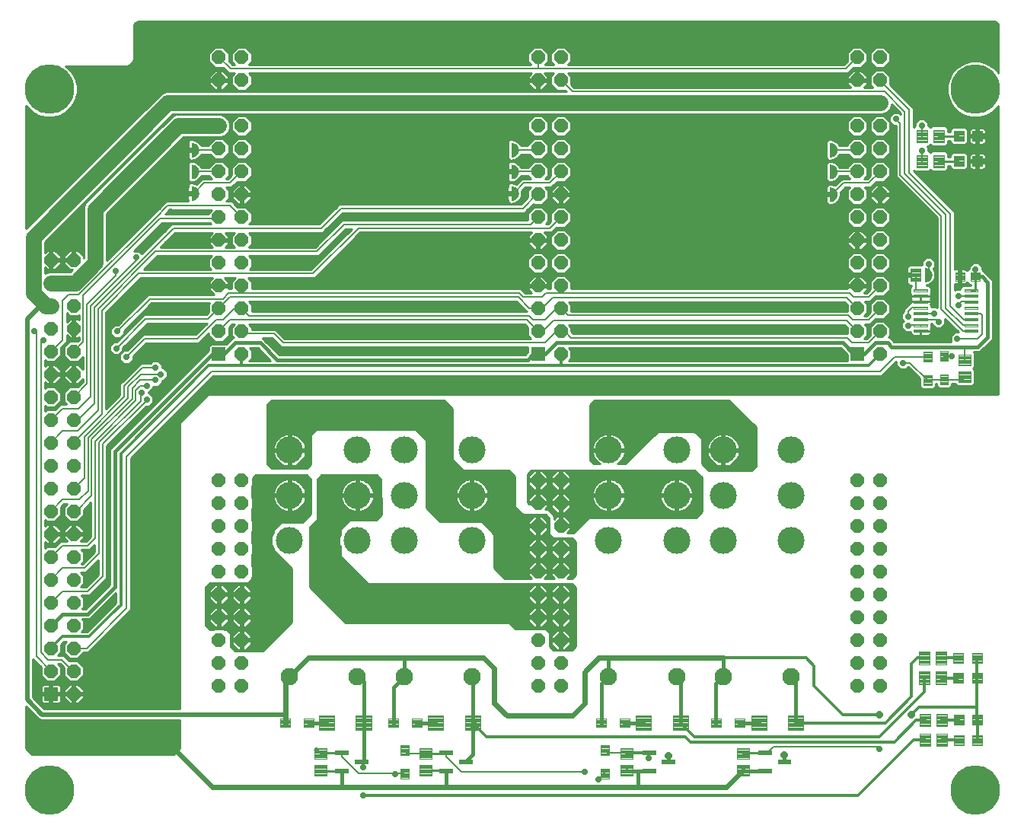
<source format=gtl>
G75*
%MOIN*%
%OFA0B0*%
%FSLAX25Y25*%
%IPPOS*%
%LPD*%
%AMOC8*
5,1,8,0,0,1.08239X$1,22.5*
%
%ADD10C,0.11811*%
%ADD11C,0.07677*%
%ADD12C,0.00394*%
%ADD13C,0.00402*%
%ADD14C,0.00396*%
%ADD15C,0.00409*%
%ADD16C,0.00378*%
%ADD17OC8,0.05906*%
%ADD18R,0.05906X0.05906*%
%ADD19C,0.00100*%
%ADD20C,0.00400*%
%ADD21C,0.00400*%
%ADD22C,0.21654*%
%ADD23C,0.01000*%
%ADD24C,0.01600*%
%ADD25C,0.01200*%
%ADD26OC8,0.02781*%
%ADD27R,0.02781X0.02781*%
%ADD28C,0.02400*%
%ADD29C,0.07000*%
%ADD30C,0.02000*%
%ADD31OC8,0.03175*%
%ADD32C,0.00800*%
D10*
X0172752Y0145902D03*
X0172752Y0165744D03*
X0172752Y0185587D03*
X0202516Y0185587D03*
X0222949Y0185587D03*
X0222949Y0165744D03*
X0202516Y0165744D03*
X0202516Y0145902D03*
X0222949Y0145902D03*
X0252713Y0145902D03*
X0252713Y0165744D03*
X0252713Y0185587D03*
X0312516Y0185602D03*
X0312516Y0165760D03*
X0312516Y0145917D03*
X0342280Y0145917D03*
X0362713Y0145902D03*
X0362713Y0165744D03*
X0342280Y0165760D03*
X0342280Y0185602D03*
X0362713Y0185587D03*
X0392476Y0185587D03*
X0392476Y0165744D03*
X0392476Y0145902D03*
D11*
X0392476Y0086374D03*
X0362713Y0086374D03*
X0342280Y0086390D03*
X0312516Y0086390D03*
X0252713Y0086374D03*
X0222949Y0086374D03*
X0202516Y0086374D03*
X0172752Y0086374D03*
D12*
X0173193Y0064257D02*
X0168863Y0064257D01*
X0168863Y0067799D01*
X0173193Y0067799D01*
X0173193Y0064257D01*
X0173193Y0064650D02*
X0168863Y0064650D01*
X0168863Y0065043D02*
X0173193Y0065043D01*
X0173193Y0065436D02*
X0168863Y0065436D01*
X0168863Y0065829D02*
X0173193Y0065829D01*
X0173193Y0066222D02*
X0168863Y0066222D01*
X0168863Y0066615D02*
X0173193Y0066615D01*
X0173193Y0067008D02*
X0168863Y0067008D01*
X0168863Y0067401D02*
X0173193Y0067401D01*
X0173193Y0067794D02*
X0168863Y0067794D01*
X0179099Y0064257D02*
X0183429Y0064257D01*
X0179099Y0064257D02*
X0179099Y0067799D01*
X0183429Y0067799D01*
X0183429Y0064257D01*
X0183429Y0064650D02*
X0179099Y0064650D01*
X0179099Y0065043D02*
X0183429Y0065043D01*
X0183429Y0065436D02*
X0179099Y0065436D01*
X0179099Y0065829D02*
X0183429Y0065829D01*
X0183429Y0066222D02*
X0179099Y0066222D01*
X0179099Y0066615D02*
X0183429Y0066615D01*
X0183429Y0067008D02*
X0179099Y0067008D01*
X0179099Y0067401D02*
X0183429Y0067401D01*
X0183429Y0067794D02*
X0179099Y0067794D01*
X0216113Y0064257D02*
X0220443Y0064257D01*
X0216113Y0064257D02*
X0216113Y0067799D01*
X0220443Y0067799D01*
X0220443Y0064257D01*
X0220443Y0064650D02*
X0216113Y0064650D01*
X0216113Y0065043D02*
X0220443Y0065043D01*
X0220443Y0065436D02*
X0216113Y0065436D01*
X0216113Y0065829D02*
X0220443Y0065829D01*
X0220443Y0066222D02*
X0216113Y0066222D01*
X0216113Y0066615D02*
X0220443Y0066615D01*
X0220443Y0067008D02*
X0216113Y0067008D01*
X0216113Y0067401D02*
X0220443Y0067401D01*
X0220443Y0067794D02*
X0216113Y0067794D01*
X0226349Y0064257D02*
X0230679Y0064257D01*
X0226349Y0064257D02*
X0226349Y0067799D01*
X0230679Y0067799D01*
X0230679Y0064257D01*
X0230679Y0064650D02*
X0226349Y0064650D01*
X0226349Y0065043D02*
X0230679Y0065043D01*
X0230679Y0065436D02*
X0226349Y0065436D01*
X0226349Y0065829D02*
X0230679Y0065829D01*
X0230679Y0066222D02*
X0226349Y0066222D01*
X0226349Y0066615D02*
X0230679Y0066615D01*
X0230679Y0067008D02*
X0226349Y0067008D01*
X0226349Y0067401D02*
X0230679Y0067401D01*
X0230679Y0067794D02*
X0226349Y0067794D01*
X0224917Y0056311D02*
X0224917Y0051981D01*
X0221375Y0051981D01*
X0221375Y0056311D01*
X0224917Y0056311D01*
X0224917Y0052374D02*
X0221375Y0052374D01*
X0221375Y0052767D02*
X0224917Y0052767D01*
X0224917Y0053160D02*
X0221375Y0053160D01*
X0221375Y0053553D02*
X0224917Y0053553D01*
X0224917Y0053946D02*
X0221375Y0053946D01*
X0221375Y0054339D02*
X0224917Y0054339D01*
X0224917Y0054732D02*
X0221375Y0054732D01*
X0221375Y0055125D02*
X0224917Y0055125D01*
X0224917Y0055518D02*
X0221375Y0055518D01*
X0221375Y0055911D02*
X0224917Y0055911D01*
X0224917Y0056304D02*
X0221375Y0056304D01*
X0224917Y0046074D02*
X0224917Y0041744D01*
X0221375Y0041744D01*
X0221375Y0046074D01*
X0224917Y0046074D01*
X0224917Y0042137D02*
X0221375Y0042137D01*
X0221375Y0042530D02*
X0224917Y0042530D01*
X0224917Y0042923D02*
X0221375Y0042923D01*
X0221375Y0043316D02*
X0224917Y0043316D01*
X0224917Y0043709D02*
X0221375Y0043709D01*
X0221375Y0044102D02*
X0224917Y0044102D01*
X0224917Y0044495D02*
X0221375Y0044495D01*
X0221375Y0044888D02*
X0224917Y0044888D01*
X0224917Y0045281D02*
X0221375Y0045281D01*
X0221375Y0045674D02*
X0224917Y0045674D01*
X0224917Y0046067D02*
X0221375Y0046067D01*
X0309125Y0046074D02*
X0309125Y0041744D01*
X0309125Y0046074D02*
X0312667Y0046074D01*
X0312667Y0041744D01*
X0309125Y0041744D01*
X0309125Y0042137D02*
X0312667Y0042137D01*
X0312667Y0042530D02*
X0309125Y0042530D01*
X0309125Y0042923D02*
X0312667Y0042923D01*
X0312667Y0043316D02*
X0309125Y0043316D01*
X0309125Y0043709D02*
X0312667Y0043709D01*
X0312667Y0044102D02*
X0309125Y0044102D01*
X0309125Y0044495D02*
X0312667Y0044495D01*
X0312667Y0044888D02*
X0309125Y0044888D01*
X0309125Y0045281D02*
X0312667Y0045281D01*
X0312667Y0045674D02*
X0309125Y0045674D01*
X0309125Y0046067D02*
X0312667Y0046067D01*
X0309125Y0051981D02*
X0309125Y0056311D01*
X0312667Y0056311D01*
X0312667Y0051981D01*
X0309125Y0051981D01*
X0309125Y0052374D02*
X0312667Y0052374D01*
X0312667Y0052767D02*
X0309125Y0052767D01*
X0309125Y0053160D02*
X0312667Y0053160D01*
X0312667Y0053553D02*
X0309125Y0053553D01*
X0309125Y0053946D02*
X0312667Y0053946D01*
X0312667Y0054339D02*
X0309125Y0054339D01*
X0309125Y0054732D02*
X0312667Y0054732D01*
X0312667Y0055125D02*
X0309125Y0055125D01*
X0309125Y0055518D02*
X0312667Y0055518D01*
X0312667Y0055911D02*
X0309125Y0055911D01*
X0309125Y0056304D02*
X0312667Y0056304D01*
X0311443Y0064257D02*
X0307113Y0064257D01*
X0307113Y0067799D01*
X0311443Y0067799D01*
X0311443Y0064257D01*
X0311443Y0064650D02*
X0307113Y0064650D01*
X0307113Y0065043D02*
X0311443Y0065043D01*
X0311443Y0065436D02*
X0307113Y0065436D01*
X0307113Y0065829D02*
X0311443Y0065829D01*
X0311443Y0066222D02*
X0307113Y0066222D01*
X0307113Y0066615D02*
X0311443Y0066615D01*
X0311443Y0067008D02*
X0307113Y0067008D01*
X0307113Y0067401D02*
X0311443Y0067401D01*
X0311443Y0067794D02*
X0307113Y0067794D01*
X0317349Y0064257D02*
X0321679Y0064257D01*
X0317349Y0064257D02*
X0317349Y0067799D01*
X0321679Y0067799D01*
X0321679Y0064257D01*
X0321679Y0064650D02*
X0317349Y0064650D01*
X0317349Y0065043D02*
X0321679Y0065043D01*
X0321679Y0065436D02*
X0317349Y0065436D01*
X0317349Y0065829D02*
X0321679Y0065829D01*
X0321679Y0066222D02*
X0317349Y0066222D01*
X0317349Y0066615D02*
X0321679Y0066615D01*
X0321679Y0067008D02*
X0317349Y0067008D01*
X0317349Y0067401D02*
X0321679Y0067401D01*
X0321679Y0067794D02*
X0317349Y0067794D01*
X0357363Y0064257D02*
X0361693Y0064257D01*
X0357363Y0064257D02*
X0357363Y0067799D01*
X0361693Y0067799D01*
X0361693Y0064257D01*
X0361693Y0064650D02*
X0357363Y0064650D01*
X0357363Y0065043D02*
X0361693Y0065043D01*
X0361693Y0065436D02*
X0357363Y0065436D01*
X0357363Y0065829D02*
X0361693Y0065829D01*
X0361693Y0066222D02*
X0357363Y0066222D01*
X0357363Y0066615D02*
X0361693Y0066615D01*
X0361693Y0067008D02*
X0357363Y0067008D01*
X0357363Y0067401D02*
X0361693Y0067401D01*
X0361693Y0067794D02*
X0357363Y0067794D01*
X0367599Y0064257D02*
X0371929Y0064257D01*
X0367599Y0064257D02*
X0367599Y0067799D01*
X0371929Y0067799D01*
X0371929Y0064257D01*
X0371929Y0064650D02*
X0367599Y0064650D01*
X0367599Y0065043D02*
X0371929Y0065043D01*
X0371929Y0065436D02*
X0367599Y0065436D01*
X0367599Y0065829D02*
X0371929Y0065829D01*
X0371929Y0066222D02*
X0367599Y0066222D01*
X0367599Y0066615D02*
X0371929Y0066615D01*
X0371929Y0067008D02*
X0367599Y0067008D01*
X0367599Y0067401D02*
X0371929Y0067401D01*
X0371929Y0067794D02*
X0367599Y0067794D01*
X0450375Y0213994D02*
X0450375Y0218324D01*
X0453917Y0218324D01*
X0453917Y0213994D01*
X0450375Y0213994D01*
X0450375Y0214387D02*
X0453917Y0214387D01*
X0453917Y0214780D02*
X0450375Y0214780D01*
X0450375Y0215173D02*
X0453917Y0215173D01*
X0453917Y0215566D02*
X0450375Y0215566D01*
X0450375Y0215959D02*
X0453917Y0215959D01*
X0453917Y0216352D02*
X0450375Y0216352D01*
X0450375Y0216745D02*
X0453917Y0216745D01*
X0453917Y0217138D02*
X0450375Y0217138D01*
X0450375Y0217531D02*
X0453917Y0217531D01*
X0453917Y0217924D02*
X0450375Y0217924D01*
X0450375Y0218317D02*
X0453917Y0218317D01*
X0457625Y0218574D02*
X0457625Y0214244D01*
X0457625Y0218574D02*
X0461167Y0218574D01*
X0461167Y0214244D01*
X0457625Y0214244D01*
X0457625Y0214637D02*
X0461167Y0214637D01*
X0461167Y0215030D02*
X0457625Y0215030D01*
X0457625Y0215423D02*
X0461167Y0215423D01*
X0461167Y0215816D02*
X0457625Y0215816D01*
X0457625Y0216209D02*
X0461167Y0216209D01*
X0461167Y0216602D02*
X0457625Y0216602D01*
X0457625Y0216995D02*
X0461167Y0216995D01*
X0461167Y0217388D02*
X0457625Y0217388D01*
X0457625Y0217781D02*
X0461167Y0217781D01*
X0461167Y0218174D02*
X0457625Y0218174D01*
X0457625Y0218567D02*
X0461167Y0218567D01*
X0450375Y0224231D02*
X0450375Y0228561D01*
X0453917Y0228561D01*
X0453917Y0224231D01*
X0450375Y0224231D01*
X0450375Y0224624D02*
X0453917Y0224624D01*
X0453917Y0225017D02*
X0450375Y0225017D01*
X0450375Y0225410D02*
X0453917Y0225410D01*
X0453917Y0225803D02*
X0450375Y0225803D01*
X0450375Y0226196D02*
X0453917Y0226196D01*
X0453917Y0226589D02*
X0450375Y0226589D01*
X0450375Y0226982D02*
X0453917Y0226982D01*
X0453917Y0227375D02*
X0450375Y0227375D01*
X0450375Y0227768D02*
X0453917Y0227768D01*
X0453917Y0228161D02*
X0450375Y0228161D01*
X0450375Y0228554D02*
X0453917Y0228554D01*
X0457625Y0228811D02*
X0457625Y0224481D01*
X0457625Y0228811D02*
X0461167Y0228811D01*
X0461167Y0224481D01*
X0457625Y0224481D01*
X0457625Y0224874D02*
X0461167Y0224874D01*
X0461167Y0225267D02*
X0457625Y0225267D01*
X0457625Y0225660D02*
X0461167Y0225660D01*
X0461167Y0226053D02*
X0457625Y0226053D01*
X0457625Y0226446D02*
X0461167Y0226446D01*
X0461167Y0226839D02*
X0457625Y0226839D01*
X0457625Y0227232D02*
X0461167Y0227232D01*
X0461167Y0227625D02*
X0457625Y0227625D01*
X0457625Y0228018D02*
X0461167Y0228018D01*
X0461167Y0228411D02*
X0457625Y0228411D01*
X0457625Y0228804D02*
X0461167Y0228804D01*
X0464331Y0263299D02*
X0468267Y0263299D01*
X0468267Y0259757D01*
X0464331Y0259757D01*
X0464331Y0263299D01*
X0464331Y0260150D02*
X0468267Y0260150D01*
X0468267Y0260543D02*
X0464331Y0260543D01*
X0464331Y0260936D02*
X0468267Y0260936D01*
X0468267Y0261329D02*
X0464331Y0261329D01*
X0464331Y0261722D02*
X0468267Y0261722D01*
X0468267Y0262115D02*
X0464331Y0262115D01*
X0464331Y0262508D02*
X0468267Y0262508D01*
X0468267Y0262901D02*
X0464331Y0262901D01*
X0464331Y0263294D02*
X0468267Y0263294D01*
X0471024Y0263299D02*
X0474960Y0263299D01*
X0474960Y0259757D01*
X0471024Y0259757D01*
X0471024Y0263299D01*
X0471024Y0260150D02*
X0474960Y0260150D01*
X0474960Y0260543D02*
X0471024Y0260543D01*
X0471024Y0260936D02*
X0474960Y0260936D01*
X0474960Y0261329D02*
X0471024Y0261329D01*
X0471024Y0261722D02*
X0474960Y0261722D01*
X0474960Y0262115D02*
X0471024Y0262115D01*
X0471024Y0262508D02*
X0474960Y0262508D01*
X0474960Y0262901D02*
X0471024Y0262901D01*
X0471024Y0263294D02*
X0474960Y0263294D01*
D13*
X0397809Y0069173D02*
X0391125Y0069173D01*
X0397809Y0069173D02*
X0397809Y0062883D01*
X0391125Y0062883D01*
X0391125Y0069173D01*
X0391125Y0063284D02*
X0397809Y0063284D01*
X0397809Y0063685D02*
X0391125Y0063685D01*
X0391125Y0064086D02*
X0397809Y0064086D01*
X0397809Y0064487D02*
X0391125Y0064487D01*
X0391125Y0064888D02*
X0397809Y0064888D01*
X0397809Y0065289D02*
X0391125Y0065289D01*
X0391125Y0065690D02*
X0397809Y0065690D01*
X0397809Y0066091D02*
X0391125Y0066091D01*
X0391125Y0066492D02*
X0397809Y0066492D01*
X0397809Y0066893D02*
X0391125Y0066893D01*
X0391125Y0067294D02*
X0397809Y0067294D01*
X0397809Y0067695D02*
X0391125Y0067695D01*
X0391125Y0068096D02*
X0397809Y0068096D01*
X0397809Y0068497D02*
X0391125Y0068497D01*
X0391125Y0068898D02*
X0397809Y0068898D01*
X0381667Y0069173D02*
X0374983Y0069173D01*
X0381667Y0069173D02*
X0381667Y0062883D01*
X0374983Y0062883D01*
X0374983Y0069173D01*
X0374983Y0063284D02*
X0381667Y0063284D01*
X0381667Y0063685D02*
X0374983Y0063685D01*
X0374983Y0064086D02*
X0381667Y0064086D01*
X0381667Y0064487D02*
X0374983Y0064487D01*
X0374983Y0064888D02*
X0381667Y0064888D01*
X0381667Y0065289D02*
X0374983Y0065289D01*
X0374983Y0065690D02*
X0381667Y0065690D01*
X0381667Y0066091D02*
X0374983Y0066091D01*
X0374983Y0066492D02*
X0381667Y0066492D01*
X0381667Y0066893D02*
X0374983Y0066893D01*
X0374983Y0067294D02*
X0381667Y0067294D01*
X0381667Y0067695D02*
X0374983Y0067695D01*
X0374983Y0068096D02*
X0381667Y0068096D01*
X0381667Y0068497D02*
X0374983Y0068497D01*
X0374983Y0068898D02*
X0381667Y0068898D01*
X0347309Y0069173D02*
X0340625Y0069173D01*
X0347309Y0069173D02*
X0347309Y0062883D01*
X0340625Y0062883D01*
X0340625Y0069173D01*
X0340625Y0063284D02*
X0347309Y0063284D01*
X0347309Y0063685D02*
X0340625Y0063685D01*
X0340625Y0064086D02*
X0347309Y0064086D01*
X0347309Y0064487D02*
X0340625Y0064487D01*
X0340625Y0064888D02*
X0347309Y0064888D01*
X0347309Y0065289D02*
X0340625Y0065289D01*
X0340625Y0065690D02*
X0347309Y0065690D01*
X0347309Y0066091D02*
X0340625Y0066091D01*
X0340625Y0066492D02*
X0347309Y0066492D01*
X0347309Y0066893D02*
X0340625Y0066893D01*
X0340625Y0067294D02*
X0347309Y0067294D01*
X0347309Y0067695D02*
X0340625Y0067695D01*
X0340625Y0068096D02*
X0347309Y0068096D01*
X0347309Y0068497D02*
X0340625Y0068497D01*
X0340625Y0068898D02*
X0347309Y0068898D01*
X0331167Y0069173D02*
X0324483Y0069173D01*
X0331167Y0069173D02*
X0331167Y0062883D01*
X0324483Y0062883D01*
X0324483Y0069173D01*
X0324483Y0063284D02*
X0331167Y0063284D01*
X0331167Y0063685D02*
X0324483Y0063685D01*
X0324483Y0064086D02*
X0331167Y0064086D01*
X0331167Y0064487D02*
X0324483Y0064487D01*
X0324483Y0064888D02*
X0331167Y0064888D01*
X0331167Y0065289D02*
X0324483Y0065289D01*
X0324483Y0065690D02*
X0331167Y0065690D01*
X0331167Y0066091D02*
X0324483Y0066091D01*
X0324483Y0066492D02*
X0331167Y0066492D01*
X0331167Y0066893D02*
X0324483Y0066893D01*
X0324483Y0067294D02*
X0331167Y0067294D01*
X0331167Y0067695D02*
X0324483Y0067695D01*
X0324483Y0068096D02*
X0331167Y0068096D01*
X0331167Y0068497D02*
X0324483Y0068497D01*
X0324483Y0068898D02*
X0331167Y0068898D01*
X0256309Y0069173D02*
X0249625Y0069173D01*
X0256309Y0069173D02*
X0256309Y0062883D01*
X0249625Y0062883D01*
X0249625Y0069173D01*
X0249625Y0063284D02*
X0256309Y0063284D01*
X0256309Y0063685D02*
X0249625Y0063685D01*
X0249625Y0064086D02*
X0256309Y0064086D01*
X0256309Y0064487D02*
X0249625Y0064487D01*
X0249625Y0064888D02*
X0256309Y0064888D01*
X0256309Y0065289D02*
X0249625Y0065289D01*
X0249625Y0065690D02*
X0256309Y0065690D01*
X0256309Y0066091D02*
X0249625Y0066091D01*
X0249625Y0066492D02*
X0256309Y0066492D01*
X0256309Y0066893D02*
X0249625Y0066893D01*
X0249625Y0067294D02*
X0256309Y0067294D01*
X0256309Y0067695D02*
X0249625Y0067695D01*
X0249625Y0068096D02*
X0256309Y0068096D01*
X0256309Y0068497D02*
X0249625Y0068497D01*
X0249625Y0068898D02*
X0256309Y0068898D01*
X0240167Y0069173D02*
X0233483Y0069173D01*
X0240167Y0069173D02*
X0240167Y0062883D01*
X0233483Y0062883D01*
X0233483Y0069173D01*
X0233483Y0063284D02*
X0240167Y0063284D01*
X0240167Y0063685D02*
X0233483Y0063685D01*
X0233483Y0064086D02*
X0240167Y0064086D01*
X0240167Y0064487D02*
X0233483Y0064487D01*
X0233483Y0064888D02*
X0240167Y0064888D01*
X0240167Y0065289D02*
X0233483Y0065289D01*
X0233483Y0065690D02*
X0240167Y0065690D01*
X0240167Y0066091D02*
X0233483Y0066091D01*
X0233483Y0066492D02*
X0240167Y0066492D01*
X0240167Y0066893D02*
X0233483Y0066893D01*
X0233483Y0067294D02*
X0240167Y0067294D01*
X0240167Y0067695D02*
X0233483Y0067695D01*
X0233483Y0068096D02*
X0240167Y0068096D01*
X0240167Y0068497D02*
X0233483Y0068497D01*
X0233483Y0068898D02*
X0240167Y0068898D01*
X0208559Y0069173D02*
X0201875Y0069173D01*
X0208559Y0069173D02*
X0208559Y0062883D01*
X0201875Y0062883D01*
X0201875Y0069173D01*
X0201875Y0063284D02*
X0208559Y0063284D01*
X0208559Y0063685D02*
X0201875Y0063685D01*
X0201875Y0064086D02*
X0208559Y0064086D01*
X0208559Y0064487D02*
X0201875Y0064487D01*
X0201875Y0064888D02*
X0208559Y0064888D01*
X0208559Y0065289D02*
X0201875Y0065289D01*
X0201875Y0065690D02*
X0208559Y0065690D01*
X0208559Y0066091D02*
X0201875Y0066091D01*
X0201875Y0066492D02*
X0208559Y0066492D01*
X0208559Y0066893D02*
X0201875Y0066893D01*
X0201875Y0067294D02*
X0208559Y0067294D01*
X0208559Y0067695D02*
X0201875Y0067695D01*
X0201875Y0068096D02*
X0208559Y0068096D01*
X0208559Y0068497D02*
X0201875Y0068497D01*
X0201875Y0068898D02*
X0208559Y0068898D01*
X0192417Y0069173D02*
X0185733Y0069173D01*
X0192417Y0069173D02*
X0192417Y0062883D01*
X0185733Y0062883D01*
X0185733Y0069173D01*
X0185733Y0063284D02*
X0192417Y0063284D01*
X0192417Y0063685D02*
X0185733Y0063685D01*
X0185733Y0064086D02*
X0192417Y0064086D01*
X0192417Y0064487D02*
X0185733Y0064487D01*
X0185733Y0064888D02*
X0192417Y0064888D01*
X0192417Y0065289D02*
X0185733Y0065289D01*
X0185733Y0065690D02*
X0192417Y0065690D01*
X0192417Y0066091D02*
X0185733Y0066091D01*
X0185733Y0066492D02*
X0192417Y0066492D01*
X0192417Y0066893D02*
X0185733Y0066893D01*
X0185733Y0067294D02*
X0192417Y0067294D01*
X0192417Y0067695D02*
X0185733Y0067695D01*
X0185733Y0068096D02*
X0192417Y0068096D01*
X0192417Y0068497D02*
X0185733Y0068497D01*
X0185733Y0068898D02*
X0192417Y0068898D01*
D14*
X0192844Y0052126D02*
X0198448Y0052126D01*
X0192844Y0052126D02*
X0192844Y0053930D01*
X0198448Y0053930D01*
X0198448Y0052126D01*
X0198448Y0052521D02*
X0192844Y0052521D01*
X0192844Y0052916D02*
X0198448Y0052916D01*
X0198448Y0053311D02*
X0192844Y0053311D01*
X0192844Y0053706D02*
X0198448Y0053706D01*
X0201344Y0048126D02*
X0206948Y0048126D01*
X0201344Y0048126D02*
X0201344Y0049930D01*
X0206948Y0049930D01*
X0206948Y0048126D01*
X0206948Y0048521D02*
X0201344Y0048521D01*
X0201344Y0048916D02*
X0206948Y0048916D01*
X0206948Y0049311D02*
X0201344Y0049311D01*
X0201344Y0049706D02*
X0206948Y0049706D01*
X0198448Y0044126D02*
X0192844Y0044126D01*
X0192844Y0045930D01*
X0198448Y0045930D01*
X0198448Y0044126D01*
X0198448Y0044521D02*
X0192844Y0044521D01*
X0192844Y0044916D02*
X0198448Y0044916D01*
X0198448Y0045311D02*
X0192844Y0045311D01*
X0192844Y0045706D02*
X0198448Y0045706D01*
X0238544Y0044126D02*
X0244148Y0044126D01*
X0238544Y0044126D02*
X0238544Y0045930D01*
X0244148Y0045930D01*
X0244148Y0044126D01*
X0244148Y0044521D02*
X0238544Y0044521D01*
X0238544Y0044916D02*
X0244148Y0044916D01*
X0244148Y0045311D02*
X0238544Y0045311D01*
X0238544Y0045706D02*
X0244148Y0045706D01*
X0247044Y0048126D02*
X0252648Y0048126D01*
X0247044Y0048126D02*
X0247044Y0049930D01*
X0252648Y0049930D01*
X0252648Y0048126D01*
X0252648Y0048521D02*
X0247044Y0048521D01*
X0247044Y0048916D02*
X0252648Y0048916D01*
X0252648Y0049311D02*
X0247044Y0049311D01*
X0247044Y0049706D02*
X0252648Y0049706D01*
X0244148Y0052126D02*
X0238544Y0052126D01*
X0238544Y0053930D01*
X0244148Y0053930D01*
X0244148Y0052126D01*
X0244148Y0052521D02*
X0238544Y0052521D01*
X0238544Y0052916D02*
X0244148Y0052916D01*
X0244148Y0053311D02*
X0238544Y0053311D01*
X0238544Y0053706D02*
X0244148Y0053706D01*
X0327344Y0052126D02*
X0332948Y0052126D01*
X0327344Y0052126D02*
X0327344Y0053930D01*
X0332948Y0053930D01*
X0332948Y0052126D01*
X0332948Y0052521D02*
X0327344Y0052521D01*
X0327344Y0052916D02*
X0332948Y0052916D01*
X0332948Y0053311D02*
X0327344Y0053311D01*
X0327344Y0053706D02*
X0332948Y0053706D01*
X0335844Y0048126D02*
X0341448Y0048126D01*
X0335844Y0048126D02*
X0335844Y0049930D01*
X0341448Y0049930D01*
X0341448Y0048126D01*
X0341448Y0048521D02*
X0335844Y0048521D01*
X0335844Y0048916D02*
X0341448Y0048916D01*
X0341448Y0049311D02*
X0335844Y0049311D01*
X0335844Y0049706D02*
X0341448Y0049706D01*
X0332948Y0044126D02*
X0327344Y0044126D01*
X0327344Y0045930D01*
X0332948Y0045930D01*
X0332948Y0044126D01*
X0332948Y0044521D02*
X0327344Y0044521D01*
X0327344Y0044916D02*
X0332948Y0044916D01*
X0332948Y0045311D02*
X0327344Y0045311D01*
X0327344Y0045706D02*
X0332948Y0045706D01*
X0378094Y0044126D02*
X0383698Y0044126D01*
X0378094Y0044126D02*
X0378094Y0045930D01*
X0383698Y0045930D01*
X0383698Y0044126D01*
X0383698Y0044521D02*
X0378094Y0044521D01*
X0378094Y0044916D02*
X0383698Y0044916D01*
X0383698Y0045311D02*
X0378094Y0045311D01*
X0378094Y0045706D02*
X0383698Y0045706D01*
X0386594Y0048126D02*
X0392198Y0048126D01*
X0386594Y0048126D02*
X0386594Y0049930D01*
X0392198Y0049930D01*
X0392198Y0048126D01*
X0392198Y0048521D02*
X0386594Y0048521D01*
X0386594Y0048916D02*
X0392198Y0048916D01*
X0392198Y0049311D02*
X0386594Y0049311D01*
X0386594Y0049706D02*
X0392198Y0049706D01*
X0383698Y0052126D02*
X0378094Y0052126D01*
X0378094Y0053930D01*
X0383698Y0053930D01*
X0383698Y0052126D01*
X0383698Y0052521D02*
X0378094Y0052521D01*
X0378094Y0052916D02*
X0383698Y0052916D01*
X0383698Y0053311D02*
X0378094Y0053311D01*
X0378094Y0053706D02*
X0383698Y0053706D01*
D15*
X0374145Y0055123D02*
X0374145Y0050413D01*
X0368647Y0050413D01*
X0368647Y0055123D01*
X0374145Y0055123D01*
X0374145Y0050821D02*
X0368647Y0050821D01*
X0368647Y0051229D02*
X0374145Y0051229D01*
X0374145Y0051637D02*
X0368647Y0051637D01*
X0368647Y0052045D02*
X0374145Y0052045D01*
X0374145Y0052453D02*
X0368647Y0052453D01*
X0368647Y0052861D02*
X0374145Y0052861D01*
X0374145Y0053269D02*
X0368647Y0053269D01*
X0368647Y0053677D02*
X0374145Y0053677D01*
X0374145Y0054085D02*
X0368647Y0054085D01*
X0368647Y0054493D02*
X0374145Y0054493D01*
X0374145Y0054901D02*
X0368647Y0054901D01*
X0374145Y0047642D02*
X0374145Y0042932D01*
X0368647Y0042932D01*
X0368647Y0047642D01*
X0374145Y0047642D01*
X0374145Y0043340D02*
X0368647Y0043340D01*
X0368647Y0043748D02*
X0374145Y0043748D01*
X0374145Y0044156D02*
X0368647Y0044156D01*
X0368647Y0044564D02*
X0374145Y0044564D01*
X0374145Y0044972D02*
X0368647Y0044972D01*
X0368647Y0045380D02*
X0374145Y0045380D01*
X0374145Y0045788D02*
X0368647Y0045788D01*
X0368647Y0046196D02*
X0374145Y0046196D01*
X0374145Y0046604D02*
X0368647Y0046604D01*
X0368647Y0047012D02*
X0374145Y0047012D01*
X0374145Y0047420D02*
X0368647Y0047420D01*
X0323145Y0047642D02*
X0323145Y0042932D01*
X0317647Y0042932D01*
X0317647Y0047642D01*
X0323145Y0047642D01*
X0323145Y0043340D02*
X0317647Y0043340D01*
X0317647Y0043748D02*
X0323145Y0043748D01*
X0323145Y0044156D02*
X0317647Y0044156D01*
X0317647Y0044564D02*
X0323145Y0044564D01*
X0323145Y0044972D02*
X0317647Y0044972D01*
X0317647Y0045380D02*
X0323145Y0045380D01*
X0323145Y0045788D02*
X0317647Y0045788D01*
X0317647Y0046196D02*
X0323145Y0046196D01*
X0323145Y0046604D02*
X0317647Y0046604D01*
X0317647Y0047012D02*
X0323145Y0047012D01*
X0323145Y0047420D02*
X0317647Y0047420D01*
X0323145Y0050413D02*
X0323145Y0055123D01*
X0323145Y0050413D02*
X0317647Y0050413D01*
X0317647Y0055123D01*
X0323145Y0055123D01*
X0323145Y0050821D02*
X0317647Y0050821D01*
X0317647Y0051229D02*
X0323145Y0051229D01*
X0323145Y0051637D02*
X0317647Y0051637D01*
X0317647Y0052045D02*
X0323145Y0052045D01*
X0323145Y0052453D02*
X0317647Y0052453D01*
X0317647Y0052861D02*
X0323145Y0052861D01*
X0323145Y0053269D02*
X0317647Y0053269D01*
X0317647Y0053677D02*
X0323145Y0053677D01*
X0323145Y0054085D02*
X0317647Y0054085D01*
X0317647Y0054493D02*
X0323145Y0054493D01*
X0323145Y0054901D02*
X0317647Y0054901D01*
X0235145Y0055123D02*
X0235145Y0050413D01*
X0229647Y0050413D01*
X0229647Y0055123D01*
X0235145Y0055123D01*
X0235145Y0050821D02*
X0229647Y0050821D01*
X0229647Y0051229D02*
X0235145Y0051229D01*
X0235145Y0051637D02*
X0229647Y0051637D01*
X0229647Y0052045D02*
X0235145Y0052045D01*
X0235145Y0052453D02*
X0229647Y0052453D01*
X0229647Y0052861D02*
X0235145Y0052861D01*
X0235145Y0053269D02*
X0229647Y0053269D01*
X0229647Y0053677D02*
X0235145Y0053677D01*
X0235145Y0054085D02*
X0229647Y0054085D01*
X0229647Y0054493D02*
X0235145Y0054493D01*
X0235145Y0054901D02*
X0229647Y0054901D01*
X0235145Y0047642D02*
X0235145Y0042932D01*
X0229647Y0042932D01*
X0229647Y0047642D01*
X0235145Y0047642D01*
X0235145Y0043340D02*
X0229647Y0043340D01*
X0229647Y0043748D02*
X0235145Y0043748D01*
X0235145Y0044156D02*
X0229647Y0044156D01*
X0229647Y0044564D02*
X0235145Y0044564D01*
X0235145Y0044972D02*
X0229647Y0044972D01*
X0229647Y0045380D02*
X0235145Y0045380D01*
X0235145Y0045788D02*
X0229647Y0045788D01*
X0229647Y0046196D02*
X0235145Y0046196D01*
X0235145Y0046604D02*
X0229647Y0046604D01*
X0229647Y0047012D02*
X0235145Y0047012D01*
X0235145Y0047420D02*
X0229647Y0047420D01*
X0189145Y0047642D02*
X0189145Y0042932D01*
X0183647Y0042932D01*
X0183647Y0047642D01*
X0189145Y0047642D01*
X0189145Y0043340D02*
X0183647Y0043340D01*
X0183647Y0043748D02*
X0189145Y0043748D01*
X0189145Y0044156D02*
X0183647Y0044156D01*
X0183647Y0044564D02*
X0189145Y0044564D01*
X0189145Y0044972D02*
X0183647Y0044972D01*
X0183647Y0045380D02*
X0189145Y0045380D01*
X0189145Y0045788D02*
X0183647Y0045788D01*
X0183647Y0046196D02*
X0189145Y0046196D01*
X0189145Y0046604D02*
X0183647Y0046604D01*
X0183647Y0047012D02*
X0189145Y0047012D01*
X0189145Y0047420D02*
X0183647Y0047420D01*
X0189145Y0050413D02*
X0189145Y0055123D01*
X0189145Y0050413D02*
X0183647Y0050413D01*
X0183647Y0055123D01*
X0189145Y0055123D01*
X0189145Y0050821D02*
X0183647Y0050821D01*
X0183647Y0051229D02*
X0189145Y0051229D01*
X0189145Y0051637D02*
X0183647Y0051637D01*
X0183647Y0052045D02*
X0189145Y0052045D01*
X0189145Y0052453D02*
X0183647Y0052453D01*
X0183647Y0052861D02*
X0189145Y0052861D01*
X0189145Y0053269D02*
X0183647Y0053269D01*
X0183647Y0053677D02*
X0189145Y0053677D01*
X0189145Y0054085D02*
X0183647Y0054085D01*
X0183647Y0054493D02*
X0189145Y0054493D01*
X0189145Y0054901D02*
X0183647Y0054901D01*
X0448601Y0061327D02*
X0453311Y0061327D01*
X0453311Y0055829D01*
X0448601Y0055829D01*
X0448601Y0061327D01*
X0448601Y0056237D02*
X0453311Y0056237D01*
X0453311Y0056645D02*
X0448601Y0056645D01*
X0448601Y0057053D02*
X0453311Y0057053D01*
X0453311Y0057461D02*
X0448601Y0057461D01*
X0448601Y0057869D02*
X0453311Y0057869D01*
X0453311Y0058277D02*
X0448601Y0058277D01*
X0448601Y0058685D02*
X0453311Y0058685D01*
X0453311Y0059093D02*
X0448601Y0059093D01*
X0448601Y0059501D02*
X0453311Y0059501D01*
X0453311Y0059909D02*
X0448601Y0059909D01*
X0448601Y0060317D02*
X0453311Y0060317D01*
X0453311Y0060725D02*
X0448601Y0060725D01*
X0448601Y0061133D02*
X0453311Y0061133D01*
X0456081Y0061327D02*
X0460791Y0061327D01*
X0460791Y0055829D01*
X0456081Y0055829D01*
X0456081Y0061327D01*
X0456081Y0056237D02*
X0460791Y0056237D01*
X0460791Y0056645D02*
X0456081Y0056645D01*
X0456081Y0057053D02*
X0460791Y0057053D01*
X0460791Y0057461D02*
X0456081Y0057461D01*
X0456081Y0057869D02*
X0460791Y0057869D01*
X0460791Y0058277D02*
X0456081Y0058277D01*
X0456081Y0058685D02*
X0460791Y0058685D01*
X0460791Y0059093D02*
X0456081Y0059093D01*
X0456081Y0059501D02*
X0460791Y0059501D01*
X0460791Y0059909D02*
X0456081Y0059909D01*
X0456081Y0060317D02*
X0460791Y0060317D01*
X0460791Y0060725D02*
X0456081Y0060725D01*
X0456081Y0061133D02*
X0460791Y0061133D01*
X0460791Y0070077D02*
X0456081Y0070077D01*
X0460791Y0070077D02*
X0460791Y0064579D01*
X0456081Y0064579D01*
X0456081Y0070077D01*
X0456081Y0064987D02*
X0460791Y0064987D01*
X0460791Y0065395D02*
X0456081Y0065395D01*
X0456081Y0065803D02*
X0460791Y0065803D01*
X0460791Y0066211D02*
X0456081Y0066211D01*
X0456081Y0066619D02*
X0460791Y0066619D01*
X0460791Y0067027D02*
X0456081Y0067027D01*
X0456081Y0067435D02*
X0460791Y0067435D01*
X0460791Y0067843D02*
X0456081Y0067843D01*
X0456081Y0068251D02*
X0460791Y0068251D01*
X0460791Y0068659D02*
X0456081Y0068659D01*
X0456081Y0069067D02*
X0460791Y0069067D01*
X0460791Y0069475D02*
X0456081Y0069475D01*
X0456081Y0069883D02*
X0460791Y0069883D01*
X0453311Y0070077D02*
X0448601Y0070077D01*
X0453311Y0070077D02*
X0453311Y0064579D01*
X0448601Y0064579D01*
X0448601Y0070077D01*
X0448601Y0064987D02*
X0453311Y0064987D01*
X0453311Y0065395D02*
X0448601Y0065395D01*
X0448601Y0065803D02*
X0453311Y0065803D01*
X0453311Y0066211D02*
X0448601Y0066211D01*
X0448601Y0066619D02*
X0453311Y0066619D01*
X0453311Y0067027D02*
X0448601Y0067027D01*
X0448601Y0067435D02*
X0453311Y0067435D01*
X0453311Y0067843D02*
X0448601Y0067843D01*
X0448601Y0068251D02*
X0453311Y0068251D01*
X0453311Y0068659D02*
X0448601Y0068659D01*
X0448601Y0069067D02*
X0453311Y0069067D01*
X0453311Y0069475D02*
X0448601Y0069475D01*
X0448601Y0069883D02*
X0453311Y0069883D01*
X0453011Y0088527D02*
X0448301Y0088527D01*
X0453011Y0088527D02*
X0453011Y0083029D01*
X0448301Y0083029D01*
X0448301Y0088527D01*
X0448301Y0083437D02*
X0453011Y0083437D01*
X0453011Y0083845D02*
X0448301Y0083845D01*
X0448301Y0084253D02*
X0453011Y0084253D01*
X0453011Y0084661D02*
X0448301Y0084661D01*
X0448301Y0085069D02*
X0453011Y0085069D01*
X0453011Y0085477D02*
X0448301Y0085477D01*
X0448301Y0085885D02*
X0453011Y0085885D01*
X0453011Y0086293D02*
X0448301Y0086293D01*
X0448301Y0086701D02*
X0453011Y0086701D01*
X0453011Y0087109D02*
X0448301Y0087109D01*
X0448301Y0087517D02*
X0453011Y0087517D01*
X0453011Y0087925D02*
X0448301Y0087925D01*
X0448301Y0088333D02*
X0453011Y0088333D01*
X0455781Y0088527D02*
X0460491Y0088527D01*
X0460491Y0083029D01*
X0455781Y0083029D01*
X0455781Y0088527D01*
X0455781Y0083437D02*
X0460491Y0083437D01*
X0460491Y0083845D02*
X0455781Y0083845D01*
X0455781Y0084253D02*
X0460491Y0084253D01*
X0460491Y0084661D02*
X0455781Y0084661D01*
X0455781Y0085069D02*
X0460491Y0085069D01*
X0460491Y0085477D02*
X0455781Y0085477D01*
X0455781Y0085885D02*
X0460491Y0085885D01*
X0460491Y0086293D02*
X0455781Y0086293D01*
X0455781Y0086701D02*
X0460491Y0086701D01*
X0460491Y0087109D02*
X0455781Y0087109D01*
X0455781Y0087517D02*
X0460491Y0087517D01*
X0460491Y0087925D02*
X0455781Y0087925D01*
X0455781Y0088333D02*
X0460491Y0088333D01*
X0460491Y0097277D02*
X0455781Y0097277D01*
X0460491Y0097277D02*
X0460491Y0091779D01*
X0455781Y0091779D01*
X0455781Y0097277D01*
X0455781Y0092187D02*
X0460491Y0092187D01*
X0460491Y0092595D02*
X0455781Y0092595D01*
X0455781Y0093003D02*
X0460491Y0093003D01*
X0460491Y0093411D02*
X0455781Y0093411D01*
X0455781Y0093819D02*
X0460491Y0093819D01*
X0460491Y0094227D02*
X0455781Y0094227D01*
X0455781Y0094635D02*
X0460491Y0094635D01*
X0460491Y0095043D02*
X0455781Y0095043D01*
X0455781Y0095451D02*
X0460491Y0095451D01*
X0460491Y0095859D02*
X0455781Y0095859D01*
X0455781Y0096267D02*
X0460491Y0096267D01*
X0460491Y0096675D02*
X0455781Y0096675D01*
X0455781Y0097083D02*
X0460491Y0097083D01*
X0453011Y0097277D02*
X0448301Y0097277D01*
X0453011Y0097277D02*
X0453011Y0091779D01*
X0448301Y0091779D01*
X0448301Y0097277D01*
X0448301Y0092187D02*
X0453011Y0092187D01*
X0453011Y0092595D02*
X0448301Y0092595D01*
X0448301Y0093003D02*
X0453011Y0093003D01*
X0453011Y0093411D02*
X0448301Y0093411D01*
X0448301Y0093819D02*
X0453011Y0093819D01*
X0453011Y0094227D02*
X0448301Y0094227D01*
X0448301Y0094635D02*
X0453011Y0094635D01*
X0453011Y0095043D02*
X0448301Y0095043D01*
X0448301Y0095451D02*
X0453011Y0095451D01*
X0453011Y0095859D02*
X0448301Y0095859D01*
X0448301Y0096267D02*
X0453011Y0096267D01*
X0453011Y0096675D02*
X0448301Y0096675D01*
X0448301Y0097083D02*
X0453011Y0097083D01*
X0465647Y0215182D02*
X0465647Y0219892D01*
X0471145Y0219892D01*
X0471145Y0215182D01*
X0465647Y0215182D01*
X0465647Y0215590D02*
X0471145Y0215590D01*
X0471145Y0215998D02*
X0465647Y0215998D01*
X0465647Y0216406D02*
X0471145Y0216406D01*
X0471145Y0216814D02*
X0465647Y0216814D01*
X0465647Y0217222D02*
X0471145Y0217222D01*
X0471145Y0217630D02*
X0465647Y0217630D01*
X0465647Y0218038D02*
X0471145Y0218038D01*
X0471145Y0218446D02*
X0465647Y0218446D01*
X0465647Y0218854D02*
X0471145Y0218854D01*
X0471145Y0219262D02*
X0465647Y0219262D01*
X0465647Y0219670D02*
X0471145Y0219670D01*
X0465647Y0222663D02*
X0465647Y0227373D01*
X0471145Y0227373D01*
X0471145Y0222663D01*
X0465647Y0222663D01*
X0465647Y0223071D02*
X0471145Y0223071D01*
X0471145Y0223479D02*
X0465647Y0223479D01*
X0465647Y0223887D02*
X0471145Y0223887D01*
X0471145Y0224295D02*
X0465647Y0224295D01*
X0465647Y0224703D02*
X0471145Y0224703D01*
X0471145Y0225111D02*
X0465647Y0225111D01*
X0465647Y0225519D02*
X0471145Y0225519D01*
X0471145Y0225927D02*
X0465647Y0225927D01*
X0465647Y0226335D02*
X0471145Y0226335D01*
X0471145Y0226743D02*
X0465647Y0226743D01*
X0465647Y0227151D02*
X0471145Y0227151D01*
X0459491Y0309279D02*
X0454781Y0309279D01*
X0454781Y0314777D01*
X0459491Y0314777D01*
X0459491Y0309279D01*
X0459491Y0309687D02*
X0454781Y0309687D01*
X0454781Y0310095D02*
X0459491Y0310095D01*
X0459491Y0310503D02*
X0454781Y0310503D01*
X0454781Y0310911D02*
X0459491Y0310911D01*
X0459491Y0311319D02*
X0454781Y0311319D01*
X0454781Y0311727D02*
X0459491Y0311727D01*
X0459491Y0312135D02*
X0454781Y0312135D01*
X0454781Y0312543D02*
X0459491Y0312543D01*
X0459491Y0312951D02*
X0454781Y0312951D01*
X0454781Y0313359D02*
X0459491Y0313359D01*
X0459491Y0313767D02*
X0454781Y0313767D01*
X0454781Y0314175D02*
X0459491Y0314175D01*
X0459491Y0314583D02*
X0454781Y0314583D01*
X0452011Y0309279D02*
X0447301Y0309279D01*
X0447301Y0314777D01*
X0452011Y0314777D01*
X0452011Y0309279D01*
X0452011Y0309687D02*
X0447301Y0309687D01*
X0447301Y0310095D02*
X0452011Y0310095D01*
X0452011Y0310503D02*
X0447301Y0310503D01*
X0447301Y0310911D02*
X0452011Y0310911D01*
X0452011Y0311319D02*
X0447301Y0311319D01*
X0447301Y0311727D02*
X0452011Y0311727D01*
X0452011Y0312135D02*
X0447301Y0312135D01*
X0447301Y0312543D02*
X0452011Y0312543D01*
X0452011Y0312951D02*
X0447301Y0312951D01*
X0447301Y0313359D02*
X0452011Y0313359D01*
X0452011Y0313767D02*
X0447301Y0313767D01*
X0447301Y0314175D02*
X0452011Y0314175D01*
X0452011Y0314583D02*
X0447301Y0314583D01*
X0447301Y0320279D02*
X0452011Y0320279D01*
X0447301Y0320279D02*
X0447301Y0325777D01*
X0452011Y0325777D01*
X0452011Y0320279D01*
X0452011Y0320687D02*
X0447301Y0320687D01*
X0447301Y0321095D02*
X0452011Y0321095D01*
X0452011Y0321503D02*
X0447301Y0321503D01*
X0447301Y0321911D02*
X0452011Y0321911D01*
X0452011Y0322319D02*
X0447301Y0322319D01*
X0447301Y0322727D02*
X0452011Y0322727D01*
X0452011Y0323135D02*
X0447301Y0323135D01*
X0447301Y0323543D02*
X0452011Y0323543D01*
X0452011Y0323951D02*
X0447301Y0323951D01*
X0447301Y0324359D02*
X0452011Y0324359D01*
X0452011Y0324767D02*
X0447301Y0324767D01*
X0447301Y0325175D02*
X0452011Y0325175D01*
X0452011Y0325583D02*
X0447301Y0325583D01*
X0454781Y0320279D02*
X0459491Y0320279D01*
X0454781Y0320279D02*
X0454781Y0325777D01*
X0459491Y0325777D01*
X0459491Y0320279D01*
X0459491Y0320687D02*
X0454781Y0320687D01*
X0454781Y0321095D02*
X0459491Y0321095D01*
X0459491Y0321503D02*
X0454781Y0321503D01*
X0454781Y0321911D02*
X0459491Y0321911D01*
X0459491Y0322319D02*
X0454781Y0322319D01*
X0454781Y0322727D02*
X0459491Y0322727D01*
X0459491Y0323135D02*
X0454781Y0323135D01*
X0454781Y0323543D02*
X0459491Y0323543D01*
X0459491Y0323951D02*
X0454781Y0323951D01*
X0454781Y0324359D02*
X0459491Y0324359D01*
X0459491Y0324767D02*
X0454781Y0324767D01*
X0454781Y0325175D02*
X0459491Y0325175D01*
X0459491Y0325583D02*
X0454781Y0325583D01*
D16*
X0463589Y0325201D02*
X0463589Y0320855D01*
X0463589Y0325201D02*
X0467935Y0325201D01*
X0467935Y0320855D01*
X0463589Y0320855D01*
X0463589Y0321232D02*
X0467935Y0321232D01*
X0467935Y0321609D02*
X0463589Y0321609D01*
X0463589Y0321986D02*
X0467935Y0321986D01*
X0467935Y0322363D02*
X0463589Y0322363D01*
X0463589Y0322740D02*
X0467935Y0322740D01*
X0467935Y0323117D02*
X0463589Y0323117D01*
X0463589Y0323494D02*
X0467935Y0323494D01*
X0467935Y0323871D02*
X0463589Y0323871D01*
X0463589Y0324248D02*
X0467935Y0324248D01*
X0467935Y0324625D02*
X0463589Y0324625D01*
X0463589Y0325002D02*
X0467935Y0325002D01*
X0471857Y0325201D02*
X0471857Y0320855D01*
X0471857Y0325201D02*
X0476203Y0325201D01*
X0476203Y0320855D01*
X0471857Y0320855D01*
X0471857Y0321232D02*
X0476203Y0321232D01*
X0476203Y0321609D02*
X0471857Y0321609D01*
X0471857Y0321986D02*
X0476203Y0321986D01*
X0476203Y0322363D02*
X0471857Y0322363D01*
X0471857Y0322740D02*
X0476203Y0322740D01*
X0476203Y0323117D02*
X0471857Y0323117D01*
X0471857Y0323494D02*
X0476203Y0323494D01*
X0476203Y0323871D02*
X0471857Y0323871D01*
X0471857Y0324248D02*
X0476203Y0324248D01*
X0476203Y0324625D02*
X0471857Y0324625D01*
X0471857Y0325002D02*
X0476203Y0325002D01*
X0471857Y0314201D02*
X0471857Y0309855D01*
X0471857Y0314201D02*
X0476203Y0314201D01*
X0476203Y0309855D01*
X0471857Y0309855D01*
X0471857Y0310232D02*
X0476203Y0310232D01*
X0476203Y0310609D02*
X0471857Y0310609D01*
X0471857Y0310986D02*
X0476203Y0310986D01*
X0476203Y0311363D02*
X0471857Y0311363D01*
X0471857Y0311740D02*
X0476203Y0311740D01*
X0476203Y0312117D02*
X0471857Y0312117D01*
X0471857Y0312494D02*
X0476203Y0312494D01*
X0476203Y0312871D02*
X0471857Y0312871D01*
X0471857Y0313248D02*
X0476203Y0313248D01*
X0476203Y0313625D02*
X0471857Y0313625D01*
X0471857Y0314002D02*
X0476203Y0314002D01*
X0463589Y0314201D02*
X0463589Y0309855D01*
X0463589Y0314201D02*
X0467935Y0314201D01*
X0467935Y0309855D01*
X0463589Y0309855D01*
X0463589Y0310232D02*
X0467935Y0310232D01*
X0467935Y0310609D02*
X0463589Y0310609D01*
X0463589Y0310986D02*
X0467935Y0310986D01*
X0467935Y0311363D02*
X0463589Y0311363D01*
X0463589Y0311740D02*
X0467935Y0311740D01*
X0467935Y0312117D02*
X0463589Y0312117D01*
X0463589Y0312494D02*
X0467935Y0312494D01*
X0467935Y0312871D02*
X0463589Y0312871D01*
X0463589Y0313248D02*
X0467935Y0313248D01*
X0467935Y0313625D02*
X0463589Y0313625D01*
X0463589Y0314002D02*
X0467935Y0314002D01*
X0467685Y0096701D02*
X0467685Y0092355D01*
X0463339Y0092355D01*
X0463339Y0096701D01*
X0467685Y0096701D01*
X0467685Y0092732D02*
X0463339Y0092732D01*
X0463339Y0093109D02*
X0467685Y0093109D01*
X0467685Y0093486D02*
X0463339Y0093486D01*
X0463339Y0093863D02*
X0467685Y0093863D01*
X0467685Y0094240D02*
X0463339Y0094240D01*
X0463339Y0094617D02*
X0467685Y0094617D01*
X0467685Y0094994D02*
X0463339Y0094994D01*
X0463339Y0095371D02*
X0467685Y0095371D01*
X0467685Y0095748D02*
X0463339Y0095748D01*
X0463339Y0096125D02*
X0467685Y0096125D01*
X0467685Y0096502D02*
X0463339Y0096502D01*
X0475953Y0096701D02*
X0475953Y0092355D01*
X0471607Y0092355D01*
X0471607Y0096701D01*
X0475953Y0096701D01*
X0475953Y0092732D02*
X0471607Y0092732D01*
X0471607Y0093109D02*
X0475953Y0093109D01*
X0475953Y0093486D02*
X0471607Y0093486D01*
X0471607Y0093863D02*
X0475953Y0093863D01*
X0475953Y0094240D02*
X0471607Y0094240D01*
X0471607Y0094617D02*
X0475953Y0094617D01*
X0475953Y0094994D02*
X0471607Y0094994D01*
X0471607Y0095371D02*
X0475953Y0095371D01*
X0475953Y0095748D02*
X0471607Y0095748D01*
X0471607Y0096125D02*
X0475953Y0096125D01*
X0475953Y0096502D02*
X0471607Y0096502D01*
X0475953Y0087951D02*
X0475953Y0083605D01*
X0471607Y0083605D01*
X0471607Y0087951D01*
X0475953Y0087951D01*
X0475953Y0083982D02*
X0471607Y0083982D01*
X0471607Y0084359D02*
X0475953Y0084359D01*
X0475953Y0084736D02*
X0471607Y0084736D01*
X0471607Y0085113D02*
X0475953Y0085113D01*
X0475953Y0085490D02*
X0471607Y0085490D01*
X0471607Y0085867D02*
X0475953Y0085867D01*
X0475953Y0086244D02*
X0471607Y0086244D01*
X0471607Y0086621D02*
X0475953Y0086621D01*
X0475953Y0086998D02*
X0471607Y0086998D01*
X0471607Y0087375D02*
X0475953Y0087375D01*
X0475953Y0087752D02*
X0471607Y0087752D01*
X0467685Y0087951D02*
X0467685Y0083605D01*
X0463339Y0083605D01*
X0463339Y0087951D01*
X0467685Y0087951D01*
X0467685Y0083982D02*
X0463339Y0083982D01*
X0463339Y0084359D02*
X0467685Y0084359D01*
X0467685Y0084736D02*
X0463339Y0084736D01*
X0463339Y0085113D02*
X0467685Y0085113D01*
X0467685Y0085490D02*
X0463339Y0085490D01*
X0463339Y0085867D02*
X0467685Y0085867D01*
X0467685Y0086244D02*
X0463339Y0086244D01*
X0463339Y0086621D02*
X0467685Y0086621D01*
X0467685Y0086998D02*
X0463339Y0086998D01*
X0463339Y0087375D02*
X0467685Y0087375D01*
X0467685Y0087752D02*
X0463339Y0087752D01*
X0467935Y0069501D02*
X0467935Y0065155D01*
X0463589Y0065155D01*
X0463589Y0069501D01*
X0467935Y0069501D01*
X0467935Y0065532D02*
X0463589Y0065532D01*
X0463589Y0065909D02*
X0467935Y0065909D01*
X0467935Y0066286D02*
X0463589Y0066286D01*
X0463589Y0066663D02*
X0467935Y0066663D01*
X0467935Y0067040D02*
X0463589Y0067040D01*
X0463589Y0067417D02*
X0467935Y0067417D01*
X0467935Y0067794D02*
X0463589Y0067794D01*
X0463589Y0068171D02*
X0467935Y0068171D01*
X0467935Y0068548D02*
X0463589Y0068548D01*
X0463589Y0068925D02*
X0467935Y0068925D01*
X0467935Y0069302D02*
X0463589Y0069302D01*
X0476203Y0069501D02*
X0476203Y0065155D01*
X0471857Y0065155D01*
X0471857Y0069501D01*
X0476203Y0069501D01*
X0476203Y0065532D02*
X0471857Y0065532D01*
X0471857Y0065909D02*
X0476203Y0065909D01*
X0476203Y0066286D02*
X0471857Y0066286D01*
X0471857Y0066663D02*
X0476203Y0066663D01*
X0476203Y0067040D02*
X0471857Y0067040D01*
X0471857Y0067417D02*
X0476203Y0067417D01*
X0476203Y0067794D02*
X0471857Y0067794D01*
X0471857Y0068171D02*
X0476203Y0068171D01*
X0476203Y0068548D02*
X0471857Y0068548D01*
X0471857Y0068925D02*
X0476203Y0068925D01*
X0476203Y0069302D02*
X0471857Y0069302D01*
X0476203Y0060751D02*
X0476203Y0056405D01*
X0471857Y0056405D01*
X0471857Y0060751D01*
X0476203Y0060751D01*
X0476203Y0056782D02*
X0471857Y0056782D01*
X0471857Y0057159D02*
X0476203Y0057159D01*
X0476203Y0057536D02*
X0471857Y0057536D01*
X0471857Y0057913D02*
X0476203Y0057913D01*
X0476203Y0058290D02*
X0471857Y0058290D01*
X0471857Y0058667D02*
X0476203Y0058667D01*
X0476203Y0059044D02*
X0471857Y0059044D01*
X0471857Y0059421D02*
X0476203Y0059421D01*
X0476203Y0059798D02*
X0471857Y0059798D01*
X0471857Y0060175D02*
X0476203Y0060175D01*
X0476203Y0060552D02*
X0471857Y0060552D01*
X0467935Y0060751D02*
X0467935Y0056405D01*
X0463589Y0056405D01*
X0463589Y0060751D01*
X0467935Y0060751D01*
X0467935Y0056782D02*
X0463589Y0056782D01*
X0463589Y0057159D02*
X0467935Y0057159D01*
X0467935Y0057536D02*
X0463589Y0057536D01*
X0463589Y0057913D02*
X0467935Y0057913D01*
X0467935Y0058290D02*
X0463589Y0058290D01*
X0463589Y0058667D02*
X0467935Y0058667D01*
X0467935Y0059044D02*
X0463589Y0059044D01*
X0463589Y0059421D02*
X0467935Y0059421D01*
X0467935Y0059798D02*
X0463589Y0059798D01*
X0463589Y0060175D02*
X0467935Y0060175D01*
X0467935Y0060552D02*
X0463589Y0060552D01*
D17*
X0431335Y0082319D03*
X0421335Y0082319D03*
X0421335Y0092319D03*
X0431335Y0092319D03*
X0431335Y0102319D03*
X0421335Y0102319D03*
X0421335Y0112319D03*
X0431335Y0112319D03*
X0431335Y0122319D03*
X0421335Y0122319D03*
X0421335Y0132319D03*
X0431335Y0132319D03*
X0431335Y0142319D03*
X0421335Y0142319D03*
X0421335Y0152319D03*
X0431335Y0152319D03*
X0431335Y0162319D03*
X0421335Y0162319D03*
X0421335Y0172319D03*
X0431335Y0172319D03*
X0431335Y0227516D03*
X0431335Y0237516D03*
X0421335Y0237516D03*
X0421335Y0247516D03*
X0431335Y0247516D03*
X0431335Y0257516D03*
X0421335Y0257516D03*
X0421335Y0267516D03*
X0431335Y0267516D03*
X0431335Y0277516D03*
X0421335Y0277516D03*
X0421335Y0287516D03*
X0431335Y0287516D03*
X0431335Y0297516D03*
X0421335Y0297516D03*
X0421335Y0307516D03*
X0431335Y0307516D03*
X0431335Y0317516D03*
X0421335Y0317516D03*
X0421335Y0327516D03*
X0431335Y0327516D03*
X0431335Y0337516D03*
X0421335Y0337516D03*
X0421335Y0347516D03*
X0431335Y0347516D03*
X0431335Y0357516D03*
X0421335Y0357516D03*
X0291571Y0357516D03*
X0281571Y0357516D03*
X0281571Y0347516D03*
X0291571Y0347516D03*
X0291571Y0337516D03*
X0281571Y0337516D03*
X0281571Y0327516D03*
X0291571Y0327516D03*
X0291571Y0317516D03*
X0281571Y0317516D03*
X0281571Y0307516D03*
X0291571Y0307516D03*
X0291571Y0297516D03*
X0281571Y0297516D03*
X0281571Y0287516D03*
X0291571Y0287516D03*
X0291571Y0277516D03*
X0281571Y0277516D03*
X0281571Y0267516D03*
X0291571Y0267516D03*
X0291571Y0257516D03*
X0281571Y0257516D03*
X0281571Y0247516D03*
X0291571Y0247516D03*
X0291571Y0237516D03*
X0281571Y0237516D03*
X0291571Y0227516D03*
X0291571Y0172319D03*
X0281571Y0172319D03*
X0281571Y0162319D03*
X0291571Y0162319D03*
X0291571Y0152319D03*
X0281571Y0152319D03*
X0281571Y0142319D03*
X0291571Y0142319D03*
X0291571Y0132319D03*
X0281571Y0132319D03*
X0281571Y0122319D03*
X0291571Y0122319D03*
X0291571Y0112319D03*
X0281571Y0112319D03*
X0281571Y0102319D03*
X0291571Y0102319D03*
X0291571Y0092319D03*
X0281571Y0092319D03*
X0281571Y0082319D03*
X0291571Y0082319D03*
X0151807Y0082319D03*
X0141807Y0082319D03*
X0141807Y0092319D03*
X0141807Y0102319D03*
X0151807Y0102319D03*
X0151807Y0092319D03*
X0151807Y0112319D03*
X0151807Y0122319D03*
X0141807Y0122319D03*
X0141807Y0112319D03*
X0141807Y0132319D03*
X0141807Y0142319D03*
X0151807Y0142319D03*
X0151807Y0132319D03*
X0151807Y0152319D03*
X0151807Y0162319D03*
X0141807Y0162319D03*
X0141807Y0152319D03*
X0141807Y0172319D03*
X0151807Y0172319D03*
X0151807Y0227516D03*
X0151807Y0237516D03*
X0141807Y0237516D03*
X0141807Y0247516D03*
X0141807Y0257516D03*
X0151807Y0257516D03*
X0151807Y0247516D03*
X0151807Y0267516D03*
X0151807Y0277516D03*
X0141807Y0277516D03*
X0141807Y0267516D03*
X0141807Y0287516D03*
X0141807Y0297516D03*
X0151807Y0297516D03*
X0151807Y0287516D03*
X0151807Y0307516D03*
X0151807Y0317516D03*
X0141807Y0317516D03*
X0141807Y0307516D03*
X0141807Y0327516D03*
X0141807Y0337516D03*
X0151807Y0337516D03*
X0151807Y0327516D03*
X0151807Y0347516D03*
X0151807Y0357516D03*
X0141807Y0357516D03*
X0141807Y0347516D03*
X0078343Y0268776D03*
X0078343Y0258776D03*
X0068343Y0258776D03*
X0068343Y0268776D03*
X0068343Y0248776D03*
X0078343Y0248776D03*
X0078343Y0238776D03*
X0068343Y0238776D03*
X0068343Y0228776D03*
X0078343Y0228776D03*
X0078343Y0218776D03*
X0068343Y0218776D03*
X0068343Y0208776D03*
X0078343Y0208776D03*
X0078343Y0198776D03*
X0068343Y0198776D03*
X0068343Y0188776D03*
X0078343Y0188776D03*
X0078343Y0178776D03*
X0078343Y0168776D03*
X0068343Y0168776D03*
X0068343Y0178776D03*
X0068343Y0158776D03*
X0078343Y0158776D03*
X0078343Y0148776D03*
X0068343Y0148776D03*
X0068343Y0138776D03*
X0078343Y0138776D03*
X0078343Y0128776D03*
X0068343Y0128776D03*
X0068343Y0118776D03*
X0078343Y0118776D03*
X0078343Y0108776D03*
X0068343Y0108776D03*
X0068343Y0098776D03*
X0078343Y0098776D03*
X0078343Y0088776D03*
X0068343Y0088776D03*
X0078343Y0078776D03*
D18*
X0068343Y0078776D03*
X0141807Y0227516D03*
X0281571Y0227516D03*
X0421335Y0227516D03*
D19*
X0441229Y0259783D02*
X0440774Y0260156D01*
X0440401Y0260611D01*
X0440124Y0261130D01*
X0439953Y0261692D01*
X0439896Y0262278D01*
X0439953Y0262863D01*
X0440124Y0263426D01*
X0440401Y0263944D01*
X0440774Y0264399D01*
X0441229Y0264772D01*
X0441748Y0265049D01*
X0442310Y0265220D01*
X0442896Y0265278D01*
X0442896Y0263278D01*
X0444896Y0263278D01*
X0444896Y0261278D01*
X0442896Y0261278D01*
X0442896Y0259278D01*
X0442310Y0259335D01*
X0441748Y0259506D01*
X0441229Y0259783D01*
X0441295Y0259748D02*
X0442896Y0259748D01*
X0442896Y0259650D02*
X0441479Y0259650D01*
X0441663Y0259551D02*
X0442896Y0259551D01*
X0442896Y0259453D02*
X0441924Y0259453D01*
X0442248Y0259354D02*
X0442896Y0259354D01*
X0442896Y0259847D02*
X0441152Y0259847D01*
X0441032Y0259945D02*
X0442896Y0259945D01*
X0442896Y0260044D02*
X0440912Y0260044D01*
X0440792Y0260142D02*
X0442896Y0260142D01*
X0442896Y0260241D02*
X0440705Y0260241D01*
X0440624Y0260339D02*
X0442896Y0260339D01*
X0442896Y0260438D02*
X0440543Y0260438D01*
X0440463Y0260536D02*
X0442896Y0260536D01*
X0442896Y0260635D02*
X0440389Y0260635D01*
X0440336Y0260733D02*
X0442896Y0260733D01*
X0442896Y0260832D02*
X0440283Y0260832D01*
X0440231Y0260930D02*
X0442896Y0260930D01*
X0442896Y0261029D02*
X0440178Y0261029D01*
X0440125Y0261127D02*
X0442896Y0261127D01*
X0442896Y0261226D02*
X0440095Y0261226D01*
X0440065Y0261324D02*
X0444896Y0261324D01*
X0444896Y0261423D02*
X0440035Y0261423D01*
X0440005Y0261521D02*
X0444896Y0261521D01*
X0444896Y0261620D02*
X0439975Y0261620D01*
X0439951Y0261718D02*
X0444896Y0261718D01*
X0444896Y0261817D02*
X0439941Y0261817D01*
X0439931Y0261915D02*
X0444896Y0261915D01*
X0444896Y0262014D02*
X0439922Y0262014D01*
X0439912Y0262112D02*
X0444896Y0262112D01*
X0444896Y0262211D02*
X0439902Y0262211D01*
X0439899Y0262309D02*
X0444896Y0262309D01*
X0444896Y0262408D02*
X0439909Y0262408D01*
X0439918Y0262506D02*
X0444896Y0262506D01*
X0444896Y0262605D02*
X0439928Y0262605D01*
X0439938Y0262703D02*
X0444896Y0262703D01*
X0444896Y0262802D02*
X0439947Y0262802D01*
X0439965Y0262900D02*
X0444896Y0262900D01*
X0444896Y0262999D02*
X0439995Y0262999D01*
X0440024Y0263097D02*
X0444896Y0263097D01*
X0444896Y0263196D02*
X0440054Y0263196D01*
X0440084Y0263294D02*
X0442896Y0263294D01*
X0442896Y0263393D02*
X0440114Y0263393D01*
X0440159Y0263491D02*
X0442896Y0263491D01*
X0442896Y0263590D02*
X0440212Y0263590D01*
X0440265Y0263689D02*
X0442896Y0263689D01*
X0442896Y0263787D02*
X0440317Y0263787D01*
X0440370Y0263886D02*
X0442896Y0263886D01*
X0442896Y0263984D02*
X0440434Y0263984D01*
X0440515Y0264083D02*
X0442896Y0264083D01*
X0442896Y0264181D02*
X0440596Y0264181D01*
X0440676Y0264280D02*
X0442896Y0264280D01*
X0442896Y0264378D02*
X0440757Y0264378D01*
X0440869Y0264477D02*
X0442896Y0264477D01*
X0442896Y0264575D02*
X0440989Y0264575D01*
X0441109Y0264674D02*
X0442896Y0264674D01*
X0442896Y0264772D02*
X0441229Y0264772D01*
X0441414Y0264871D02*
X0442896Y0264871D01*
X0442896Y0264969D02*
X0441598Y0264969D01*
X0441808Y0265068D02*
X0442896Y0265068D01*
X0442896Y0265166D02*
X0442133Y0265166D01*
X0442765Y0265265D02*
X0442896Y0265265D01*
X0450896Y0265278D02*
X0450896Y0259278D01*
X0451481Y0259335D01*
X0452044Y0259506D01*
X0452562Y0259783D01*
X0453017Y0260156D01*
X0453390Y0260611D01*
X0453667Y0261130D01*
X0453838Y0261692D01*
X0453896Y0262278D01*
X0453838Y0262863D01*
X0453667Y0263426D01*
X0453390Y0263944D01*
X0453017Y0264399D01*
X0452562Y0264772D01*
X0450896Y0264772D01*
X0450896Y0264674D02*
X0452682Y0264674D01*
X0452562Y0264772D02*
X0452044Y0265049D01*
X0451481Y0265220D01*
X0450896Y0265278D01*
X0450896Y0265265D02*
X0451026Y0265265D01*
X0450896Y0265166D02*
X0451658Y0265166D01*
X0451983Y0265068D02*
X0450896Y0265068D01*
X0450896Y0264969D02*
X0452193Y0264969D01*
X0452378Y0264871D02*
X0450896Y0264871D01*
X0450896Y0264575D02*
X0452802Y0264575D01*
X0452922Y0264477D02*
X0450896Y0264477D01*
X0450896Y0264378D02*
X0453034Y0264378D01*
X0453115Y0264280D02*
X0450896Y0264280D01*
X0450896Y0264181D02*
X0453196Y0264181D01*
X0453277Y0264083D02*
X0450896Y0264083D01*
X0450896Y0263984D02*
X0453357Y0263984D01*
X0453421Y0263886D02*
X0450896Y0263886D01*
X0450896Y0263787D02*
X0453474Y0263787D01*
X0453527Y0263689D02*
X0450896Y0263689D01*
X0450896Y0263590D02*
X0453579Y0263590D01*
X0453632Y0263491D02*
X0450896Y0263491D01*
X0450896Y0263393D02*
X0453677Y0263393D01*
X0453707Y0263294D02*
X0450896Y0263294D01*
X0450896Y0263196D02*
X0453737Y0263196D01*
X0453767Y0263097D02*
X0450896Y0263097D01*
X0450896Y0262999D02*
X0453797Y0262999D01*
X0453827Y0262900D02*
X0450896Y0262900D01*
X0450896Y0262802D02*
X0453844Y0262802D01*
X0453854Y0262703D02*
X0450896Y0262703D01*
X0450896Y0262605D02*
X0453863Y0262605D01*
X0453873Y0262506D02*
X0450896Y0262506D01*
X0450896Y0262408D02*
X0453883Y0262408D01*
X0453893Y0262309D02*
X0450896Y0262309D01*
X0450896Y0262211D02*
X0453889Y0262211D01*
X0453879Y0262112D02*
X0450896Y0262112D01*
X0450896Y0262014D02*
X0453870Y0262014D01*
X0453860Y0261915D02*
X0450896Y0261915D01*
X0450896Y0261817D02*
X0453850Y0261817D01*
X0453841Y0261718D02*
X0450896Y0261718D01*
X0450896Y0261620D02*
X0453816Y0261620D01*
X0453786Y0261521D02*
X0450896Y0261521D01*
X0450896Y0261423D02*
X0453756Y0261423D01*
X0453726Y0261324D02*
X0450896Y0261324D01*
X0450896Y0261226D02*
X0453697Y0261226D01*
X0453666Y0261127D02*
X0450896Y0261127D01*
X0450896Y0261029D02*
X0453613Y0261029D01*
X0453561Y0260930D02*
X0450896Y0260930D01*
X0450896Y0260832D02*
X0453508Y0260832D01*
X0453455Y0260733D02*
X0450896Y0260733D01*
X0450896Y0260635D02*
X0453403Y0260635D01*
X0453329Y0260536D02*
X0450896Y0260536D01*
X0450896Y0260438D02*
X0453248Y0260438D01*
X0453167Y0260339D02*
X0450896Y0260339D01*
X0450896Y0260241D02*
X0453086Y0260241D01*
X0453000Y0260142D02*
X0450896Y0260142D01*
X0450896Y0260044D02*
X0452880Y0260044D01*
X0452760Y0259945D02*
X0450896Y0259945D01*
X0450896Y0259847D02*
X0452640Y0259847D01*
X0452497Y0259748D02*
X0450896Y0259748D01*
X0450896Y0259650D02*
X0452312Y0259650D01*
X0452128Y0259551D02*
X0450896Y0259551D01*
X0450896Y0259453D02*
X0451868Y0259453D01*
X0451543Y0259354D02*
X0450896Y0259354D01*
X0411517Y0295375D02*
X0411062Y0295002D01*
X0410544Y0294724D01*
X0409981Y0294554D01*
X0409396Y0294496D01*
X0409396Y0296496D01*
X0407396Y0296496D01*
X0407396Y0298496D01*
X0409396Y0298496D01*
X0409396Y0300496D01*
X0409981Y0300438D01*
X0410544Y0300268D01*
X0411062Y0299990D01*
X0411517Y0299617D01*
X0411890Y0299163D01*
X0412167Y0298644D01*
X0412338Y0298081D01*
X0412396Y0297496D01*
X0412338Y0296911D01*
X0412167Y0296348D01*
X0411890Y0295829D01*
X0411517Y0295375D01*
X0411545Y0295409D02*
X0409396Y0295409D01*
X0409396Y0295311D02*
X0411439Y0295311D01*
X0411319Y0295212D02*
X0409396Y0295212D01*
X0409396Y0295114D02*
X0411199Y0295114D01*
X0411079Y0295015D02*
X0409396Y0295015D01*
X0409396Y0294917D02*
X0410903Y0294917D01*
X0410719Y0294818D02*
X0409396Y0294818D01*
X0409396Y0294720D02*
X0410528Y0294720D01*
X0410203Y0294621D02*
X0409396Y0294621D01*
X0409396Y0294523D02*
X0409665Y0294523D01*
X0409396Y0295508D02*
X0411626Y0295508D01*
X0411707Y0295606D02*
X0409396Y0295606D01*
X0409396Y0295705D02*
X0411788Y0295705D01*
X0411869Y0295803D02*
X0409396Y0295803D01*
X0409396Y0295902D02*
X0411929Y0295902D01*
X0411981Y0296000D02*
X0409396Y0296000D01*
X0409396Y0296099D02*
X0412034Y0296099D01*
X0412087Y0296197D02*
X0409396Y0296197D01*
X0409396Y0296296D02*
X0412139Y0296296D01*
X0412181Y0296394D02*
X0409396Y0296394D01*
X0409396Y0296493D02*
X0412211Y0296493D01*
X0412241Y0296591D02*
X0407396Y0296591D01*
X0407396Y0296690D02*
X0412271Y0296690D01*
X0412301Y0296788D02*
X0407396Y0296788D01*
X0407396Y0296887D02*
X0412331Y0296887D01*
X0412345Y0296985D02*
X0407396Y0296985D01*
X0407396Y0297084D02*
X0412355Y0297084D01*
X0412365Y0297182D02*
X0407396Y0297182D01*
X0407396Y0297281D02*
X0412374Y0297281D01*
X0412384Y0297379D02*
X0407396Y0297379D01*
X0407396Y0297478D02*
X0412394Y0297478D01*
X0412388Y0297576D02*
X0407396Y0297576D01*
X0407396Y0297675D02*
X0412378Y0297675D01*
X0412368Y0297773D02*
X0407396Y0297773D01*
X0407396Y0297872D02*
X0412359Y0297872D01*
X0412349Y0297970D02*
X0407396Y0297970D01*
X0407396Y0298069D02*
X0412339Y0298069D01*
X0412312Y0298167D02*
X0407396Y0298167D01*
X0407396Y0298266D02*
X0412282Y0298266D01*
X0412252Y0298364D02*
X0407396Y0298364D01*
X0407396Y0298463D02*
X0412222Y0298463D01*
X0412192Y0298562D02*
X0409396Y0298562D01*
X0409396Y0298660D02*
X0412159Y0298660D01*
X0412106Y0298759D02*
X0409396Y0298759D01*
X0409396Y0298857D02*
X0412053Y0298857D01*
X0412001Y0298956D02*
X0409396Y0298956D01*
X0409396Y0299054D02*
X0411948Y0299054D01*
X0411896Y0299153D02*
X0409396Y0299153D01*
X0409396Y0299251D02*
X0411818Y0299251D01*
X0411737Y0299350D02*
X0409396Y0299350D01*
X0409396Y0299448D02*
X0411656Y0299448D01*
X0411575Y0299547D02*
X0409396Y0299547D01*
X0409396Y0299645D02*
X0411483Y0299645D01*
X0411363Y0299744D02*
X0409396Y0299744D01*
X0409396Y0299842D02*
X0411243Y0299842D01*
X0411123Y0299941D02*
X0409396Y0299941D01*
X0409396Y0300039D02*
X0410971Y0300039D01*
X0410787Y0300138D02*
X0409396Y0300138D01*
X0409396Y0300236D02*
X0410603Y0300236D01*
X0410323Y0300335D02*
X0409396Y0300335D01*
X0409396Y0300433D02*
X0409998Y0300433D01*
X0407896Y0300433D02*
X0407293Y0300433D01*
X0407310Y0300438D02*
X0407896Y0300496D01*
X0407896Y0294496D01*
X0407310Y0294554D01*
X0406748Y0294724D01*
X0406229Y0295002D01*
X0405774Y0295375D01*
X0405401Y0295829D01*
X0405124Y0296348D01*
X0404953Y0296911D01*
X0404896Y0297496D01*
X0404953Y0298081D01*
X0405124Y0298644D01*
X0405401Y0299163D01*
X0405774Y0299617D01*
X0406229Y0299990D01*
X0406748Y0300268D01*
X0407310Y0300438D01*
X0406969Y0300335D02*
X0407896Y0300335D01*
X0407896Y0300236D02*
X0406689Y0300236D01*
X0406504Y0300138D02*
X0407896Y0300138D01*
X0407896Y0300039D02*
X0406320Y0300039D01*
X0406168Y0299941D02*
X0407896Y0299941D01*
X0407896Y0299842D02*
X0406048Y0299842D01*
X0405928Y0299744D02*
X0407896Y0299744D01*
X0407896Y0299645D02*
X0405808Y0299645D01*
X0405716Y0299547D02*
X0407896Y0299547D01*
X0407896Y0299448D02*
X0405635Y0299448D01*
X0405555Y0299350D02*
X0407896Y0299350D01*
X0407896Y0299251D02*
X0405474Y0299251D01*
X0405396Y0299153D02*
X0407896Y0299153D01*
X0407896Y0299054D02*
X0405343Y0299054D01*
X0405290Y0298956D02*
X0407896Y0298956D01*
X0407896Y0298857D02*
X0405238Y0298857D01*
X0405185Y0298759D02*
X0407896Y0298759D01*
X0407896Y0298660D02*
X0405133Y0298660D01*
X0405099Y0298562D02*
X0407896Y0298562D01*
X0407896Y0298463D02*
X0405069Y0298463D01*
X0405039Y0298364D02*
X0407896Y0298364D01*
X0407896Y0298266D02*
X0405009Y0298266D01*
X0404979Y0298167D02*
X0407896Y0298167D01*
X0407896Y0298069D02*
X0404952Y0298069D01*
X0404942Y0297970D02*
X0407896Y0297970D01*
X0407896Y0297872D02*
X0404933Y0297872D01*
X0404923Y0297773D02*
X0407896Y0297773D01*
X0407896Y0297675D02*
X0404913Y0297675D01*
X0404904Y0297576D02*
X0407896Y0297576D01*
X0407896Y0297478D02*
X0404897Y0297478D01*
X0404907Y0297379D02*
X0407896Y0297379D01*
X0407896Y0297281D02*
X0404917Y0297281D01*
X0404927Y0297182D02*
X0407896Y0297182D01*
X0407896Y0297084D02*
X0404936Y0297084D01*
X0404946Y0296985D02*
X0407896Y0296985D01*
X0407896Y0296887D02*
X0404961Y0296887D01*
X0404990Y0296788D02*
X0407896Y0296788D01*
X0407896Y0296690D02*
X0405020Y0296690D01*
X0405050Y0296591D02*
X0407896Y0296591D01*
X0407896Y0296493D02*
X0405080Y0296493D01*
X0405110Y0296394D02*
X0407896Y0296394D01*
X0407896Y0296296D02*
X0405152Y0296296D01*
X0405205Y0296197D02*
X0407896Y0296197D01*
X0407896Y0296099D02*
X0405257Y0296099D01*
X0405310Y0296000D02*
X0407896Y0296000D01*
X0407896Y0295902D02*
X0405363Y0295902D01*
X0405423Y0295803D02*
X0407896Y0295803D01*
X0407896Y0295705D02*
X0405504Y0295705D01*
X0405584Y0295606D02*
X0407896Y0295606D01*
X0407896Y0295508D02*
X0405665Y0295508D01*
X0405746Y0295409D02*
X0407896Y0295409D01*
X0407896Y0295311D02*
X0405852Y0295311D01*
X0405972Y0295212D02*
X0407896Y0295212D01*
X0407896Y0295114D02*
X0406093Y0295114D01*
X0406213Y0295015D02*
X0407896Y0295015D01*
X0407896Y0294917D02*
X0406388Y0294917D01*
X0406572Y0294818D02*
X0407896Y0294818D01*
X0407896Y0294720D02*
X0406764Y0294720D01*
X0407088Y0294621D02*
X0407896Y0294621D01*
X0407896Y0294523D02*
X0407627Y0294523D01*
X0407896Y0304496D02*
X0407310Y0304554D01*
X0406748Y0304724D01*
X0406229Y0305002D01*
X0405774Y0305375D01*
X0405401Y0305829D01*
X0405124Y0306348D01*
X0404953Y0306911D01*
X0404896Y0307496D01*
X0404953Y0308081D01*
X0405124Y0308644D01*
X0405401Y0309163D01*
X0405774Y0309617D01*
X0406229Y0309990D01*
X0406748Y0310268D01*
X0407310Y0310438D01*
X0407896Y0310496D01*
X0407896Y0304496D01*
X0407896Y0304571D02*
X0407254Y0304571D01*
X0406930Y0304669D02*
X0407896Y0304669D01*
X0407896Y0304768D02*
X0406667Y0304768D01*
X0406482Y0304866D02*
X0407896Y0304866D01*
X0407896Y0304965D02*
X0406298Y0304965D01*
X0406154Y0305063D02*
X0407896Y0305063D01*
X0407896Y0305162D02*
X0406034Y0305162D01*
X0405914Y0305260D02*
X0407896Y0305260D01*
X0407896Y0305359D02*
X0405794Y0305359D01*
X0405707Y0305457D02*
X0407896Y0305457D01*
X0407896Y0305556D02*
X0405626Y0305556D01*
X0405545Y0305654D02*
X0407896Y0305654D01*
X0407896Y0305753D02*
X0405464Y0305753D01*
X0405390Y0305851D02*
X0407896Y0305851D01*
X0407896Y0305950D02*
X0405337Y0305950D01*
X0405284Y0306048D02*
X0407896Y0306048D01*
X0407896Y0306147D02*
X0405232Y0306147D01*
X0405179Y0306245D02*
X0407896Y0306245D01*
X0407896Y0306344D02*
X0405126Y0306344D01*
X0405095Y0306442D02*
X0407896Y0306442D01*
X0407896Y0306541D02*
X0405066Y0306541D01*
X0405036Y0306639D02*
X0407896Y0306639D01*
X0407896Y0306738D02*
X0405006Y0306738D01*
X0404976Y0306836D02*
X0407896Y0306836D01*
X0407896Y0306935D02*
X0404951Y0306935D01*
X0404941Y0307033D02*
X0407896Y0307033D01*
X0407896Y0307132D02*
X0404932Y0307132D01*
X0404922Y0307231D02*
X0407896Y0307231D01*
X0407896Y0307329D02*
X0404912Y0307329D01*
X0404902Y0307428D02*
X0407896Y0307428D01*
X0407896Y0307526D02*
X0404899Y0307526D01*
X0404908Y0307625D02*
X0407896Y0307625D01*
X0407896Y0307723D02*
X0404918Y0307723D01*
X0404928Y0307822D02*
X0407896Y0307822D01*
X0407896Y0307920D02*
X0404937Y0307920D01*
X0404947Y0308019D02*
X0407896Y0308019D01*
X0407896Y0308117D02*
X0404964Y0308117D01*
X0404994Y0308216D02*
X0407896Y0308216D01*
X0407896Y0308314D02*
X0405024Y0308314D01*
X0405054Y0308413D02*
X0407896Y0308413D01*
X0407896Y0308511D02*
X0405084Y0308511D01*
X0405114Y0308610D02*
X0407896Y0308610D01*
X0407896Y0308708D02*
X0405158Y0308708D01*
X0405211Y0308807D02*
X0407896Y0308807D01*
X0407896Y0308905D02*
X0405264Y0308905D01*
X0405316Y0309004D02*
X0407896Y0309004D01*
X0407896Y0309102D02*
X0405369Y0309102D01*
X0405432Y0309201D02*
X0407896Y0309201D01*
X0407896Y0309299D02*
X0405513Y0309299D01*
X0405594Y0309398D02*
X0407896Y0309398D01*
X0407896Y0309496D02*
X0405675Y0309496D01*
X0405756Y0309595D02*
X0407896Y0309595D01*
X0407896Y0309693D02*
X0405867Y0309693D01*
X0405987Y0309792D02*
X0407896Y0309792D01*
X0407896Y0309890D02*
X0406107Y0309890D01*
X0406227Y0309989D02*
X0407896Y0309989D01*
X0407896Y0310087D02*
X0406410Y0310087D01*
X0406594Y0310186D02*
X0407896Y0310186D01*
X0407896Y0310284D02*
X0406803Y0310284D01*
X0407127Y0310383D02*
X0407896Y0310383D01*
X0407896Y0310481D02*
X0407747Y0310481D01*
X0409396Y0310481D02*
X0409545Y0310481D01*
X0409396Y0310496D02*
X0409981Y0310438D01*
X0410544Y0310268D01*
X0411062Y0309990D01*
X0411517Y0309617D01*
X0411890Y0309163D01*
X0412167Y0308644D01*
X0412338Y0308081D01*
X0412396Y0307496D01*
X0412338Y0306911D01*
X0412167Y0306348D01*
X0411890Y0305829D01*
X0411517Y0305375D01*
X0411062Y0305002D01*
X0410544Y0304724D01*
X0409981Y0304554D01*
X0409396Y0304496D01*
X0409396Y0310496D01*
X0409396Y0310383D02*
X0410164Y0310383D01*
X0410489Y0310284D02*
X0409396Y0310284D01*
X0409396Y0310186D02*
X0410697Y0310186D01*
X0410881Y0310087D02*
X0409396Y0310087D01*
X0409396Y0309989D02*
X0411064Y0309989D01*
X0411184Y0309890D02*
X0409396Y0309890D01*
X0409396Y0309792D02*
X0411304Y0309792D01*
X0411424Y0309693D02*
X0409396Y0309693D01*
X0409396Y0309595D02*
X0411536Y0309595D01*
X0411616Y0309496D02*
X0409396Y0309496D01*
X0409396Y0309398D02*
X0411697Y0309398D01*
X0411778Y0309299D02*
X0409396Y0309299D01*
X0409396Y0309201D02*
X0411859Y0309201D01*
X0411922Y0309102D02*
X0409396Y0309102D01*
X0409396Y0309004D02*
X0411975Y0309004D01*
X0412028Y0308905D02*
X0409396Y0308905D01*
X0409396Y0308807D02*
X0412080Y0308807D01*
X0412133Y0308708D02*
X0409396Y0308708D01*
X0409396Y0308610D02*
X0412178Y0308610D01*
X0412208Y0308511D02*
X0409396Y0308511D01*
X0409396Y0308413D02*
X0412238Y0308413D01*
X0412267Y0308314D02*
X0409396Y0308314D01*
X0409396Y0308216D02*
X0412297Y0308216D01*
X0412327Y0308117D02*
X0409396Y0308117D01*
X0409396Y0308019D02*
X0412344Y0308019D01*
X0412354Y0307920D02*
X0409396Y0307920D01*
X0409396Y0307822D02*
X0412364Y0307822D01*
X0412373Y0307723D02*
X0409396Y0307723D01*
X0409396Y0307625D02*
X0412383Y0307625D01*
X0412393Y0307526D02*
X0409396Y0307526D01*
X0409396Y0307428D02*
X0412389Y0307428D01*
X0412379Y0307329D02*
X0409396Y0307329D01*
X0409396Y0307231D02*
X0412370Y0307231D01*
X0412360Y0307132D02*
X0409396Y0307132D01*
X0409396Y0307033D02*
X0412350Y0307033D01*
X0412340Y0306935D02*
X0409396Y0306935D01*
X0409396Y0306836D02*
X0412315Y0306836D01*
X0412286Y0306738D02*
X0409396Y0306738D01*
X0409396Y0306639D02*
X0412256Y0306639D01*
X0412226Y0306541D02*
X0409396Y0306541D01*
X0409396Y0306442D02*
X0412196Y0306442D01*
X0412165Y0306344D02*
X0409396Y0306344D01*
X0409396Y0306245D02*
X0412112Y0306245D01*
X0412060Y0306147D02*
X0409396Y0306147D01*
X0409396Y0306048D02*
X0412007Y0306048D01*
X0411955Y0305950D02*
X0409396Y0305950D01*
X0409396Y0305851D02*
X0411902Y0305851D01*
X0411827Y0305753D02*
X0409396Y0305753D01*
X0409396Y0305654D02*
X0411746Y0305654D01*
X0411666Y0305556D02*
X0409396Y0305556D01*
X0409396Y0305457D02*
X0411585Y0305457D01*
X0411498Y0305359D02*
X0409396Y0305359D01*
X0409396Y0305260D02*
X0411378Y0305260D01*
X0411257Y0305162D02*
X0409396Y0305162D01*
X0409396Y0305063D02*
X0411137Y0305063D01*
X0410993Y0304965D02*
X0409396Y0304965D01*
X0409396Y0304866D02*
X0410809Y0304866D01*
X0410625Y0304768D02*
X0409396Y0304768D01*
X0409396Y0304669D02*
X0410362Y0304669D01*
X0410037Y0304571D02*
X0409396Y0304571D01*
X0409396Y0313996D02*
X0409981Y0314054D01*
X0410544Y0314224D01*
X0411062Y0314502D01*
X0411517Y0314875D01*
X0411890Y0315329D01*
X0412167Y0315848D01*
X0412338Y0316411D01*
X0412396Y0316996D01*
X0412338Y0317581D01*
X0412167Y0318144D01*
X0411890Y0318663D01*
X0411517Y0319117D01*
X0411062Y0319490D01*
X0410544Y0319768D01*
X0409981Y0319938D01*
X0409396Y0319996D01*
X0409396Y0313996D01*
X0409396Y0314028D02*
X0409718Y0314028D01*
X0409396Y0314126D02*
X0410220Y0314126D01*
X0410544Y0314225D02*
X0409396Y0314225D01*
X0409396Y0314323D02*
X0410729Y0314323D01*
X0410913Y0314422D02*
X0409396Y0314422D01*
X0409396Y0314520D02*
X0411085Y0314520D01*
X0411205Y0314619D02*
X0409396Y0314619D01*
X0409396Y0314717D02*
X0411325Y0314717D01*
X0411445Y0314816D02*
X0409396Y0314816D01*
X0409396Y0314914D02*
X0411550Y0314914D01*
X0411630Y0315013D02*
X0409396Y0315013D01*
X0409396Y0315111D02*
X0411711Y0315111D01*
X0411792Y0315210D02*
X0409396Y0315210D01*
X0409396Y0315308D02*
X0411873Y0315308D01*
X0411932Y0315407D02*
X0409396Y0315407D01*
X0409396Y0315505D02*
X0411984Y0315505D01*
X0412037Y0315604D02*
X0409396Y0315604D01*
X0409396Y0315702D02*
X0412090Y0315702D01*
X0412142Y0315801D02*
X0409396Y0315801D01*
X0409396Y0315900D02*
X0412183Y0315900D01*
X0412213Y0315998D02*
X0409396Y0315998D01*
X0409396Y0316097D02*
X0412243Y0316097D01*
X0412273Y0316195D02*
X0409396Y0316195D01*
X0409396Y0316294D02*
X0412302Y0316294D01*
X0412332Y0316392D02*
X0409396Y0316392D01*
X0409396Y0316491D02*
X0412346Y0316491D01*
X0412356Y0316589D02*
X0409396Y0316589D01*
X0409396Y0316688D02*
X0412365Y0316688D01*
X0412375Y0316786D02*
X0409396Y0316786D01*
X0409396Y0316885D02*
X0412385Y0316885D01*
X0412394Y0316983D02*
X0409396Y0316983D01*
X0409396Y0317082D02*
X0412387Y0317082D01*
X0412378Y0317180D02*
X0409396Y0317180D01*
X0409396Y0317279D02*
X0412368Y0317279D01*
X0412358Y0317377D02*
X0409396Y0317377D01*
X0409396Y0317476D02*
X0412348Y0317476D01*
X0412339Y0317574D02*
X0409396Y0317574D01*
X0409396Y0317673D02*
X0412310Y0317673D01*
X0412280Y0317771D02*
X0409396Y0317771D01*
X0409396Y0317870D02*
X0412251Y0317870D01*
X0412221Y0317968D02*
X0409396Y0317968D01*
X0409396Y0318067D02*
X0412191Y0318067D01*
X0412156Y0318165D02*
X0409396Y0318165D01*
X0409396Y0318264D02*
X0412103Y0318264D01*
X0412051Y0318362D02*
X0409396Y0318362D01*
X0409396Y0318461D02*
X0411998Y0318461D01*
X0411945Y0318559D02*
X0409396Y0318559D01*
X0409396Y0318658D02*
X0411893Y0318658D01*
X0411813Y0318756D02*
X0409396Y0318756D01*
X0409396Y0318855D02*
X0411732Y0318855D01*
X0411652Y0318953D02*
X0409396Y0318953D01*
X0409396Y0319052D02*
X0411571Y0319052D01*
X0411477Y0319150D02*
X0409396Y0319150D01*
X0409396Y0319249D02*
X0411357Y0319249D01*
X0411237Y0319347D02*
X0409396Y0319347D01*
X0409396Y0319446D02*
X0411117Y0319446D01*
X0410961Y0319544D02*
X0409396Y0319544D01*
X0409396Y0319643D02*
X0410777Y0319643D01*
X0410593Y0319741D02*
X0409396Y0319741D01*
X0409396Y0319840D02*
X0410306Y0319840D01*
X0409980Y0319938D02*
X0409396Y0319938D01*
X0407896Y0319938D02*
X0407311Y0319938D01*
X0407310Y0319938D02*
X0407896Y0319996D01*
X0407896Y0313996D01*
X0407310Y0314054D01*
X0406748Y0314224D01*
X0406229Y0314502D01*
X0405774Y0314875D01*
X0405401Y0315329D01*
X0405124Y0315848D01*
X0404953Y0316411D01*
X0404896Y0316996D01*
X0404953Y0317581D01*
X0405124Y0318144D01*
X0405401Y0318663D01*
X0405774Y0319117D01*
X0406229Y0319490D01*
X0406748Y0319768D01*
X0407310Y0319938D01*
X0406986Y0319840D02*
X0407896Y0319840D01*
X0407896Y0319741D02*
X0406698Y0319741D01*
X0406514Y0319643D02*
X0407896Y0319643D01*
X0407896Y0319544D02*
X0406330Y0319544D01*
X0406175Y0319446D02*
X0407896Y0319446D01*
X0407896Y0319347D02*
X0406055Y0319347D01*
X0405935Y0319249D02*
X0407896Y0319249D01*
X0407896Y0319150D02*
X0405815Y0319150D01*
X0405721Y0319052D02*
X0407896Y0319052D01*
X0407896Y0318953D02*
X0405640Y0318953D01*
X0405559Y0318855D02*
X0407896Y0318855D01*
X0407896Y0318756D02*
X0405478Y0318756D01*
X0405399Y0318658D02*
X0407896Y0318658D01*
X0407896Y0318559D02*
X0405346Y0318559D01*
X0405293Y0318461D02*
X0407896Y0318461D01*
X0407896Y0318362D02*
X0405241Y0318362D01*
X0405188Y0318264D02*
X0407896Y0318264D01*
X0407896Y0318165D02*
X0405135Y0318165D01*
X0405101Y0318067D02*
X0407896Y0318067D01*
X0407896Y0317968D02*
X0405071Y0317968D01*
X0405041Y0317870D02*
X0407896Y0317870D01*
X0407896Y0317771D02*
X0405011Y0317771D01*
X0404981Y0317673D02*
X0407896Y0317673D01*
X0407896Y0317574D02*
X0404953Y0317574D01*
X0404943Y0317476D02*
X0407896Y0317476D01*
X0407896Y0317377D02*
X0404933Y0317377D01*
X0404923Y0317279D02*
X0407896Y0317279D01*
X0407896Y0317180D02*
X0404914Y0317180D01*
X0404904Y0317082D02*
X0407896Y0317082D01*
X0407896Y0316983D02*
X0404897Y0316983D01*
X0404907Y0316885D02*
X0407896Y0316885D01*
X0407896Y0316786D02*
X0404916Y0316786D01*
X0404926Y0316688D02*
X0407896Y0316688D01*
X0407896Y0316589D02*
X0404936Y0316589D01*
X0404945Y0316491D02*
X0407896Y0316491D01*
X0407896Y0316392D02*
X0404959Y0316392D01*
X0404989Y0316294D02*
X0407896Y0316294D01*
X0407896Y0316195D02*
X0405019Y0316195D01*
X0405049Y0316097D02*
X0407896Y0316097D01*
X0407896Y0315998D02*
X0405079Y0315998D01*
X0405108Y0315900D02*
X0407896Y0315900D01*
X0407896Y0315801D02*
X0405149Y0315801D01*
X0405202Y0315702D02*
X0407896Y0315702D01*
X0407896Y0315604D02*
X0405254Y0315604D01*
X0405307Y0315505D02*
X0407896Y0315505D01*
X0407896Y0315407D02*
X0405360Y0315407D01*
X0405418Y0315308D02*
X0407896Y0315308D01*
X0407896Y0315210D02*
X0405499Y0315210D01*
X0405580Y0315111D02*
X0407896Y0315111D01*
X0407896Y0315013D02*
X0405661Y0315013D01*
X0405742Y0314914D02*
X0407896Y0314914D01*
X0407896Y0314816D02*
X0405846Y0314816D01*
X0405966Y0314717D02*
X0407896Y0314717D01*
X0407896Y0314619D02*
X0406086Y0314619D01*
X0406206Y0314520D02*
X0407896Y0314520D01*
X0407896Y0314422D02*
X0406378Y0314422D01*
X0406563Y0314323D02*
X0407896Y0314323D01*
X0407896Y0314225D02*
X0406747Y0314225D01*
X0407071Y0314126D02*
X0407896Y0314126D01*
X0407896Y0314028D02*
X0407573Y0314028D01*
X0272896Y0316996D02*
X0272838Y0316411D01*
X0272667Y0315848D01*
X0272390Y0315329D01*
X0272017Y0314875D01*
X0271562Y0314502D01*
X0271044Y0314224D01*
X0270481Y0314054D01*
X0269896Y0313996D01*
X0269896Y0319996D01*
X0270481Y0319938D01*
X0271044Y0319768D01*
X0271562Y0319490D01*
X0272017Y0319117D01*
X0272390Y0318663D01*
X0272667Y0318144D01*
X0272838Y0317581D01*
X0272896Y0316996D01*
X0272894Y0316983D02*
X0269896Y0316983D01*
X0269896Y0316885D02*
X0272885Y0316885D01*
X0272875Y0316786D02*
X0269896Y0316786D01*
X0269896Y0316688D02*
X0272865Y0316688D01*
X0272856Y0316589D02*
X0269896Y0316589D01*
X0269896Y0316491D02*
X0272846Y0316491D01*
X0272832Y0316392D02*
X0269896Y0316392D01*
X0269896Y0316294D02*
X0272802Y0316294D01*
X0272773Y0316195D02*
X0269896Y0316195D01*
X0269896Y0316097D02*
X0272743Y0316097D01*
X0272713Y0315998D02*
X0269896Y0315998D01*
X0269896Y0315900D02*
X0272683Y0315900D01*
X0272642Y0315801D02*
X0269896Y0315801D01*
X0269896Y0315702D02*
X0272590Y0315702D01*
X0272537Y0315604D02*
X0269896Y0315604D01*
X0269896Y0315505D02*
X0272484Y0315505D01*
X0272432Y0315407D02*
X0269896Y0315407D01*
X0269896Y0315308D02*
X0272373Y0315308D01*
X0272292Y0315210D02*
X0269896Y0315210D01*
X0269896Y0315111D02*
X0272211Y0315111D01*
X0272130Y0315013D02*
X0269896Y0315013D01*
X0269896Y0314914D02*
X0272050Y0314914D01*
X0271945Y0314816D02*
X0269896Y0314816D01*
X0269896Y0314717D02*
X0271825Y0314717D01*
X0271705Y0314619D02*
X0269896Y0314619D01*
X0269896Y0314520D02*
X0271585Y0314520D01*
X0271413Y0314422D02*
X0269896Y0314422D01*
X0269896Y0314323D02*
X0271229Y0314323D01*
X0271044Y0314225D02*
X0269896Y0314225D01*
X0269896Y0314126D02*
X0270720Y0314126D01*
X0270218Y0314028D02*
X0269896Y0314028D01*
X0268396Y0314028D02*
X0268073Y0314028D01*
X0267810Y0314054D02*
X0268396Y0313996D01*
X0268396Y0319996D01*
X0267810Y0319938D01*
X0267248Y0319768D01*
X0266729Y0319490D01*
X0266274Y0319117D01*
X0265901Y0318663D01*
X0265624Y0318144D01*
X0265453Y0317581D01*
X0265396Y0316996D01*
X0265453Y0316411D01*
X0265624Y0315848D01*
X0265901Y0315329D01*
X0266274Y0314875D01*
X0266729Y0314502D01*
X0267248Y0314224D01*
X0267810Y0314054D01*
X0267571Y0314126D02*
X0268396Y0314126D01*
X0268396Y0314225D02*
X0267247Y0314225D01*
X0267063Y0314323D02*
X0268396Y0314323D01*
X0268396Y0314422D02*
X0266878Y0314422D01*
X0266706Y0314520D02*
X0268396Y0314520D01*
X0268396Y0314619D02*
X0266586Y0314619D01*
X0266466Y0314717D02*
X0268396Y0314717D01*
X0268396Y0314816D02*
X0266346Y0314816D01*
X0266242Y0314914D02*
X0268396Y0314914D01*
X0268396Y0315013D02*
X0266161Y0315013D01*
X0266080Y0315111D02*
X0268396Y0315111D01*
X0268396Y0315210D02*
X0265999Y0315210D01*
X0265918Y0315308D02*
X0268396Y0315308D01*
X0268396Y0315407D02*
X0265860Y0315407D01*
X0265807Y0315505D02*
X0268396Y0315505D01*
X0268396Y0315604D02*
X0265754Y0315604D01*
X0265702Y0315702D02*
X0268396Y0315702D01*
X0268396Y0315801D02*
X0265649Y0315801D01*
X0265608Y0315900D02*
X0268396Y0315900D01*
X0268396Y0315998D02*
X0265579Y0315998D01*
X0265549Y0316097D02*
X0268396Y0316097D01*
X0268396Y0316195D02*
X0265519Y0316195D01*
X0265489Y0316294D02*
X0268396Y0316294D01*
X0268396Y0316392D02*
X0265459Y0316392D01*
X0265445Y0316491D02*
X0268396Y0316491D01*
X0268396Y0316589D02*
X0265436Y0316589D01*
X0265426Y0316688D02*
X0268396Y0316688D01*
X0268396Y0316786D02*
X0265416Y0316786D01*
X0265407Y0316885D02*
X0268396Y0316885D01*
X0268396Y0316983D02*
X0265397Y0316983D01*
X0265404Y0317082D02*
X0268396Y0317082D01*
X0268396Y0317180D02*
X0265414Y0317180D01*
X0265423Y0317279D02*
X0268396Y0317279D01*
X0268396Y0317377D02*
X0265433Y0317377D01*
X0265443Y0317476D02*
X0268396Y0317476D01*
X0268396Y0317574D02*
X0265453Y0317574D01*
X0265481Y0317673D02*
X0268396Y0317673D01*
X0268396Y0317771D02*
X0265511Y0317771D01*
X0265541Y0317870D02*
X0268396Y0317870D01*
X0268396Y0317968D02*
X0265571Y0317968D01*
X0265601Y0318067D02*
X0268396Y0318067D01*
X0268396Y0318165D02*
X0265635Y0318165D01*
X0265688Y0318264D02*
X0268396Y0318264D01*
X0268396Y0318362D02*
X0265741Y0318362D01*
X0265793Y0318461D02*
X0268396Y0318461D01*
X0268396Y0318559D02*
X0265846Y0318559D01*
X0265899Y0318658D02*
X0268396Y0318658D01*
X0268396Y0318756D02*
X0265978Y0318756D01*
X0266059Y0318855D02*
X0268396Y0318855D01*
X0268396Y0318953D02*
X0266140Y0318953D01*
X0266221Y0319052D02*
X0268396Y0319052D01*
X0268396Y0319150D02*
X0266315Y0319150D01*
X0266435Y0319249D02*
X0268396Y0319249D01*
X0268396Y0319347D02*
X0266555Y0319347D01*
X0266675Y0319446D02*
X0268396Y0319446D01*
X0268396Y0319544D02*
X0266830Y0319544D01*
X0267014Y0319643D02*
X0268396Y0319643D01*
X0268396Y0319741D02*
X0267198Y0319741D01*
X0267486Y0319840D02*
X0268396Y0319840D01*
X0268396Y0319938D02*
X0267811Y0319938D01*
X0269896Y0319938D02*
X0270480Y0319938D01*
X0270806Y0319840D02*
X0269896Y0319840D01*
X0269896Y0319741D02*
X0271093Y0319741D01*
X0271277Y0319643D02*
X0269896Y0319643D01*
X0269896Y0319544D02*
X0271461Y0319544D01*
X0271617Y0319446D02*
X0269896Y0319446D01*
X0269896Y0319347D02*
X0271737Y0319347D01*
X0271857Y0319249D02*
X0269896Y0319249D01*
X0269896Y0319150D02*
X0271977Y0319150D01*
X0272071Y0319052D02*
X0269896Y0319052D01*
X0269896Y0318953D02*
X0272152Y0318953D01*
X0272232Y0318855D02*
X0269896Y0318855D01*
X0269896Y0318756D02*
X0272313Y0318756D01*
X0272393Y0318658D02*
X0269896Y0318658D01*
X0269896Y0318559D02*
X0272445Y0318559D01*
X0272498Y0318461D02*
X0269896Y0318461D01*
X0269896Y0318362D02*
X0272551Y0318362D01*
X0272603Y0318264D02*
X0269896Y0318264D01*
X0269896Y0318165D02*
X0272656Y0318165D01*
X0272691Y0318067D02*
X0269896Y0318067D01*
X0269896Y0317968D02*
X0272721Y0317968D01*
X0272751Y0317870D02*
X0269896Y0317870D01*
X0269896Y0317771D02*
X0272780Y0317771D01*
X0272810Y0317673D02*
X0269896Y0317673D01*
X0269896Y0317574D02*
X0272839Y0317574D01*
X0272848Y0317476D02*
X0269896Y0317476D01*
X0269896Y0317377D02*
X0272858Y0317377D01*
X0272868Y0317279D02*
X0269896Y0317279D01*
X0269896Y0317180D02*
X0272878Y0317180D01*
X0272887Y0317082D02*
X0269896Y0317082D01*
X0269896Y0310496D02*
X0270481Y0310438D01*
X0271044Y0310268D01*
X0271562Y0309990D01*
X0272017Y0309617D01*
X0272390Y0309163D01*
X0272667Y0308644D01*
X0272838Y0308081D01*
X0272896Y0307496D01*
X0272838Y0306911D01*
X0272667Y0306348D01*
X0272390Y0305829D01*
X0272017Y0305375D01*
X0271562Y0305002D01*
X0271044Y0304724D01*
X0270481Y0304554D01*
X0269896Y0304496D01*
X0269896Y0310496D01*
X0269896Y0310481D02*
X0270045Y0310481D01*
X0269896Y0310383D02*
X0270664Y0310383D01*
X0270989Y0310284D02*
X0269896Y0310284D01*
X0269896Y0310186D02*
X0271197Y0310186D01*
X0271381Y0310087D02*
X0269896Y0310087D01*
X0269896Y0309989D02*
X0271564Y0309989D01*
X0271684Y0309890D02*
X0269896Y0309890D01*
X0269896Y0309792D02*
X0271804Y0309792D01*
X0271924Y0309693D02*
X0269896Y0309693D01*
X0269896Y0309595D02*
X0272036Y0309595D01*
X0272116Y0309496D02*
X0269896Y0309496D01*
X0269896Y0309398D02*
X0272197Y0309398D01*
X0272278Y0309299D02*
X0269896Y0309299D01*
X0269896Y0309201D02*
X0272359Y0309201D01*
X0272422Y0309102D02*
X0269896Y0309102D01*
X0269896Y0309004D02*
X0272475Y0309004D01*
X0272528Y0308905D02*
X0269896Y0308905D01*
X0269896Y0308807D02*
X0272580Y0308807D01*
X0272633Y0308708D02*
X0269896Y0308708D01*
X0269896Y0308610D02*
X0272678Y0308610D01*
X0272708Y0308511D02*
X0269896Y0308511D01*
X0269896Y0308413D02*
X0272738Y0308413D01*
X0272767Y0308314D02*
X0269896Y0308314D01*
X0269896Y0308216D02*
X0272797Y0308216D01*
X0272827Y0308117D02*
X0269896Y0308117D01*
X0269896Y0308019D02*
X0272844Y0308019D01*
X0272854Y0307920D02*
X0269896Y0307920D01*
X0269896Y0307822D02*
X0272864Y0307822D01*
X0272873Y0307723D02*
X0269896Y0307723D01*
X0269896Y0307625D02*
X0272883Y0307625D01*
X0272893Y0307526D02*
X0269896Y0307526D01*
X0269896Y0307428D02*
X0272889Y0307428D01*
X0272879Y0307329D02*
X0269896Y0307329D01*
X0269896Y0307231D02*
X0272870Y0307231D01*
X0272860Y0307132D02*
X0269896Y0307132D01*
X0269896Y0307033D02*
X0272850Y0307033D01*
X0272840Y0306935D02*
X0269896Y0306935D01*
X0269896Y0306836D02*
X0272815Y0306836D01*
X0272786Y0306738D02*
X0269896Y0306738D01*
X0269896Y0306639D02*
X0272756Y0306639D01*
X0272726Y0306541D02*
X0269896Y0306541D01*
X0269896Y0306442D02*
X0272696Y0306442D01*
X0272665Y0306344D02*
X0269896Y0306344D01*
X0269896Y0306245D02*
X0272612Y0306245D01*
X0272560Y0306147D02*
X0269896Y0306147D01*
X0269896Y0306048D02*
X0272507Y0306048D01*
X0272455Y0305950D02*
X0269896Y0305950D01*
X0269896Y0305851D02*
X0272402Y0305851D01*
X0272327Y0305753D02*
X0269896Y0305753D01*
X0269896Y0305654D02*
X0272246Y0305654D01*
X0272166Y0305556D02*
X0269896Y0305556D01*
X0269896Y0305457D02*
X0272085Y0305457D01*
X0271998Y0305359D02*
X0269896Y0305359D01*
X0269896Y0305260D02*
X0271878Y0305260D01*
X0271757Y0305162D02*
X0269896Y0305162D01*
X0269896Y0305063D02*
X0271637Y0305063D01*
X0271493Y0304965D02*
X0269896Y0304965D01*
X0269896Y0304866D02*
X0271309Y0304866D01*
X0271125Y0304768D02*
X0269896Y0304768D01*
X0269896Y0304669D02*
X0270862Y0304669D01*
X0270537Y0304571D02*
X0269896Y0304571D01*
X0268396Y0304571D02*
X0267754Y0304571D01*
X0267810Y0304554D02*
X0267248Y0304724D01*
X0266729Y0305002D01*
X0266274Y0305375D01*
X0265901Y0305829D01*
X0265624Y0306348D01*
X0265453Y0306911D01*
X0265396Y0307496D01*
X0265453Y0308081D01*
X0265624Y0308644D01*
X0265901Y0309163D01*
X0266274Y0309617D01*
X0266729Y0309990D01*
X0267248Y0310268D01*
X0267810Y0310438D01*
X0268396Y0310496D01*
X0268396Y0308496D01*
X0270396Y0308496D01*
X0270396Y0306496D01*
X0268396Y0306496D01*
X0268396Y0304496D01*
X0267810Y0304554D01*
X0267430Y0304669D02*
X0268396Y0304669D01*
X0268396Y0304768D02*
X0267167Y0304768D01*
X0266982Y0304866D02*
X0268396Y0304866D01*
X0268396Y0304965D02*
X0266798Y0304965D01*
X0266654Y0305063D02*
X0268396Y0305063D01*
X0268396Y0305162D02*
X0266534Y0305162D01*
X0266414Y0305260D02*
X0268396Y0305260D01*
X0268396Y0305359D02*
X0266294Y0305359D01*
X0266207Y0305457D02*
X0268396Y0305457D01*
X0268396Y0305556D02*
X0266126Y0305556D01*
X0266045Y0305654D02*
X0268396Y0305654D01*
X0268396Y0305753D02*
X0265964Y0305753D01*
X0265890Y0305851D02*
X0268396Y0305851D01*
X0268396Y0305950D02*
X0265837Y0305950D01*
X0265784Y0306048D02*
X0268396Y0306048D01*
X0268396Y0306147D02*
X0265732Y0306147D01*
X0265679Y0306245D02*
X0268396Y0306245D01*
X0268396Y0306344D02*
X0265626Y0306344D01*
X0265595Y0306442D02*
X0268396Y0306442D01*
X0270396Y0306541D02*
X0265566Y0306541D01*
X0265536Y0306639D02*
X0270396Y0306639D01*
X0270396Y0306738D02*
X0265506Y0306738D01*
X0265476Y0306836D02*
X0270396Y0306836D01*
X0270396Y0306935D02*
X0265451Y0306935D01*
X0265441Y0307033D02*
X0270396Y0307033D01*
X0270396Y0307132D02*
X0265432Y0307132D01*
X0265422Y0307231D02*
X0270396Y0307231D01*
X0270396Y0307329D02*
X0265412Y0307329D01*
X0265402Y0307428D02*
X0270396Y0307428D01*
X0270396Y0307526D02*
X0265399Y0307526D01*
X0265408Y0307625D02*
X0270396Y0307625D01*
X0270396Y0307723D02*
X0265418Y0307723D01*
X0265428Y0307822D02*
X0270396Y0307822D01*
X0270396Y0307920D02*
X0265437Y0307920D01*
X0265447Y0308019D02*
X0270396Y0308019D01*
X0270396Y0308117D02*
X0265464Y0308117D01*
X0265494Y0308216D02*
X0270396Y0308216D01*
X0270396Y0308314D02*
X0265524Y0308314D01*
X0265554Y0308413D02*
X0270396Y0308413D01*
X0268396Y0308511D02*
X0265584Y0308511D01*
X0265614Y0308610D02*
X0268396Y0308610D01*
X0268396Y0308708D02*
X0265658Y0308708D01*
X0265711Y0308807D02*
X0268396Y0308807D01*
X0268396Y0308905D02*
X0265764Y0308905D01*
X0265816Y0309004D02*
X0268396Y0309004D01*
X0268396Y0309102D02*
X0265869Y0309102D01*
X0265932Y0309201D02*
X0268396Y0309201D01*
X0268396Y0309299D02*
X0266013Y0309299D01*
X0266094Y0309398D02*
X0268396Y0309398D01*
X0268396Y0309496D02*
X0266175Y0309496D01*
X0266256Y0309595D02*
X0268396Y0309595D01*
X0268396Y0309693D02*
X0266367Y0309693D01*
X0266487Y0309792D02*
X0268396Y0309792D01*
X0268396Y0309890D02*
X0266607Y0309890D01*
X0266727Y0309989D02*
X0268396Y0309989D01*
X0268396Y0310087D02*
X0266910Y0310087D01*
X0267094Y0310186D02*
X0268396Y0310186D01*
X0268396Y0310284D02*
X0267303Y0310284D01*
X0267627Y0310383D02*
X0268396Y0310383D01*
X0268396Y0310481D02*
X0268247Y0310481D01*
X0268396Y0300996D02*
X0267810Y0300938D01*
X0267248Y0300768D01*
X0266729Y0300490D01*
X0266274Y0300117D01*
X0265901Y0299663D01*
X0265624Y0299144D01*
X0265453Y0298581D01*
X0265396Y0297996D01*
X0265453Y0297411D01*
X0265624Y0296848D01*
X0265901Y0296329D01*
X0266274Y0295875D01*
X0266729Y0295502D01*
X0267248Y0295224D01*
X0267810Y0295054D01*
X0268396Y0294996D01*
X0268396Y0300996D01*
X0268396Y0300926D02*
X0267769Y0300926D01*
X0267444Y0300827D02*
X0268396Y0300827D01*
X0268396Y0300729D02*
X0267175Y0300729D01*
X0266990Y0300630D02*
X0268396Y0300630D01*
X0268396Y0300532D02*
X0266806Y0300532D01*
X0266659Y0300433D02*
X0268396Y0300433D01*
X0268396Y0300335D02*
X0266539Y0300335D01*
X0266419Y0300236D02*
X0268396Y0300236D01*
X0268396Y0300138D02*
X0266299Y0300138D01*
X0266210Y0300039D02*
X0268396Y0300039D01*
X0268396Y0299941D02*
X0266129Y0299941D01*
X0266048Y0299842D02*
X0268396Y0299842D01*
X0268396Y0299744D02*
X0265968Y0299744D01*
X0265892Y0299645D02*
X0268396Y0299645D01*
X0268396Y0299547D02*
X0265839Y0299547D01*
X0265787Y0299448D02*
X0268396Y0299448D01*
X0268396Y0299350D02*
X0265734Y0299350D01*
X0265681Y0299251D02*
X0268396Y0299251D01*
X0268396Y0299153D02*
X0265629Y0299153D01*
X0265597Y0299054D02*
X0268396Y0299054D01*
X0268396Y0298956D02*
X0265567Y0298956D01*
X0265537Y0298857D02*
X0268396Y0298857D01*
X0268396Y0298759D02*
X0265507Y0298759D01*
X0265477Y0298660D02*
X0268396Y0298660D01*
X0268396Y0298562D02*
X0265451Y0298562D01*
X0265442Y0298463D02*
X0268396Y0298463D01*
X0268396Y0298364D02*
X0265432Y0298364D01*
X0265422Y0298266D02*
X0268396Y0298266D01*
X0268396Y0298167D02*
X0265413Y0298167D01*
X0265403Y0298069D02*
X0268396Y0298069D01*
X0268396Y0297970D02*
X0265398Y0297970D01*
X0265408Y0297872D02*
X0268396Y0297872D01*
X0268396Y0297773D02*
X0265418Y0297773D01*
X0265427Y0297675D02*
X0268396Y0297675D01*
X0268396Y0297576D02*
X0265437Y0297576D01*
X0265447Y0297478D02*
X0268396Y0297478D01*
X0268396Y0297379D02*
X0265463Y0297379D01*
X0265493Y0297281D02*
X0268396Y0297281D01*
X0268396Y0297182D02*
X0265523Y0297182D01*
X0265552Y0297084D02*
X0268396Y0297084D01*
X0268396Y0296985D02*
X0265582Y0296985D01*
X0265612Y0296887D02*
X0268396Y0296887D01*
X0268396Y0296788D02*
X0265656Y0296788D01*
X0265709Y0296690D02*
X0268396Y0296690D01*
X0268396Y0296591D02*
X0265761Y0296591D01*
X0265814Y0296493D02*
X0268396Y0296493D01*
X0268396Y0296394D02*
X0265867Y0296394D01*
X0265929Y0296296D02*
X0268396Y0296296D01*
X0268396Y0296197D02*
X0266010Y0296197D01*
X0266091Y0296099D02*
X0268396Y0296099D01*
X0268396Y0296000D02*
X0266171Y0296000D01*
X0266252Y0295902D02*
X0268396Y0295902D01*
X0268396Y0295803D02*
X0266362Y0295803D01*
X0266482Y0295705D02*
X0268396Y0295705D01*
X0268396Y0295606D02*
X0266602Y0295606D01*
X0266722Y0295508D02*
X0268396Y0295508D01*
X0268396Y0295409D02*
X0266902Y0295409D01*
X0267086Y0295311D02*
X0268396Y0295311D01*
X0268396Y0295212D02*
X0267288Y0295212D01*
X0267613Y0295114D02*
X0268396Y0295114D01*
X0268396Y0295015D02*
X0268202Y0295015D01*
X0269896Y0295015D02*
X0270089Y0295015D01*
X0269896Y0294996D02*
X0270481Y0295054D01*
X0271044Y0295224D01*
X0271562Y0295502D01*
X0272017Y0295875D01*
X0272390Y0296329D01*
X0272667Y0296848D01*
X0272838Y0297411D01*
X0272896Y0297996D01*
X0272838Y0298581D01*
X0272667Y0299144D01*
X0272390Y0299663D01*
X0272017Y0300117D01*
X0271562Y0300490D01*
X0271044Y0300768D01*
X0270481Y0300938D01*
X0269896Y0300996D01*
X0269896Y0298996D01*
X0267896Y0298996D01*
X0267896Y0296996D01*
X0269896Y0296996D01*
X0269896Y0294996D01*
X0269896Y0295114D02*
X0270678Y0295114D01*
X0271003Y0295212D02*
X0269896Y0295212D01*
X0269896Y0295311D02*
X0271205Y0295311D01*
X0271389Y0295409D02*
X0269896Y0295409D01*
X0269896Y0295508D02*
X0271570Y0295508D01*
X0271690Y0295606D02*
X0269896Y0295606D01*
X0269896Y0295705D02*
X0271810Y0295705D01*
X0271930Y0295803D02*
X0269896Y0295803D01*
X0269896Y0295902D02*
X0272039Y0295902D01*
X0272120Y0296000D02*
X0269896Y0296000D01*
X0269896Y0296099D02*
X0272201Y0296099D01*
X0272282Y0296197D02*
X0269896Y0296197D01*
X0269896Y0296296D02*
X0272363Y0296296D01*
X0272425Y0296394D02*
X0269896Y0296394D01*
X0269896Y0296493D02*
X0272477Y0296493D01*
X0272530Y0296591D02*
X0269896Y0296591D01*
X0269896Y0296690D02*
X0272583Y0296690D01*
X0272635Y0296788D02*
X0269896Y0296788D01*
X0269896Y0296887D02*
X0272679Y0296887D01*
X0272709Y0296985D02*
X0269896Y0296985D01*
X0267896Y0297084D02*
X0272739Y0297084D01*
X0272769Y0297182D02*
X0267896Y0297182D01*
X0267896Y0297281D02*
X0272799Y0297281D01*
X0272829Y0297379D02*
X0267896Y0297379D01*
X0267896Y0297478D02*
X0272845Y0297478D01*
X0272854Y0297576D02*
X0267896Y0297576D01*
X0267896Y0297675D02*
X0272864Y0297675D01*
X0272874Y0297773D02*
X0267896Y0297773D01*
X0267896Y0297872D02*
X0272883Y0297872D01*
X0272893Y0297970D02*
X0267896Y0297970D01*
X0267896Y0298069D02*
X0272888Y0298069D01*
X0272879Y0298167D02*
X0267896Y0298167D01*
X0267896Y0298266D02*
X0272869Y0298266D01*
X0272859Y0298364D02*
X0267896Y0298364D01*
X0267896Y0298463D02*
X0272850Y0298463D01*
X0272840Y0298562D02*
X0267896Y0298562D01*
X0267896Y0298660D02*
X0272814Y0298660D01*
X0272784Y0298759D02*
X0267896Y0298759D01*
X0267896Y0298857D02*
X0272754Y0298857D01*
X0272725Y0298956D02*
X0267896Y0298956D01*
X0269896Y0299054D02*
X0272695Y0299054D01*
X0272663Y0299153D02*
X0269896Y0299153D01*
X0269896Y0299251D02*
X0272610Y0299251D01*
X0272557Y0299350D02*
X0269896Y0299350D01*
X0269896Y0299448D02*
X0272505Y0299448D01*
X0272452Y0299547D02*
X0269896Y0299547D01*
X0269896Y0299645D02*
X0272399Y0299645D01*
X0272324Y0299744D02*
X0269896Y0299744D01*
X0269896Y0299842D02*
X0272243Y0299842D01*
X0272162Y0299941D02*
X0269896Y0299941D01*
X0269896Y0300039D02*
X0272081Y0300039D01*
X0271992Y0300138D02*
X0269896Y0300138D01*
X0269896Y0300236D02*
X0271872Y0300236D01*
X0271752Y0300335D02*
X0269896Y0300335D01*
X0269896Y0300433D02*
X0271632Y0300433D01*
X0271485Y0300532D02*
X0269896Y0300532D01*
X0269896Y0300630D02*
X0271301Y0300630D01*
X0271117Y0300729D02*
X0269896Y0300729D01*
X0269896Y0300827D02*
X0270847Y0300827D01*
X0270523Y0300926D02*
X0269896Y0300926D01*
X0132896Y0297996D02*
X0132838Y0297411D01*
X0132667Y0296848D01*
X0132390Y0296329D01*
X0132017Y0295875D01*
X0131562Y0295502D01*
X0131044Y0295224D01*
X0130481Y0295054D01*
X0129896Y0294996D01*
X0129896Y0296996D01*
X0127896Y0296996D01*
X0127896Y0298996D01*
X0129896Y0298996D01*
X0129896Y0300996D01*
X0130481Y0300938D01*
X0131044Y0300768D01*
X0131562Y0300490D01*
X0132017Y0300117D01*
X0132390Y0299663D01*
X0132667Y0299144D01*
X0132838Y0298581D01*
X0132896Y0297996D01*
X0132893Y0297970D02*
X0127896Y0297970D01*
X0127896Y0297872D02*
X0132883Y0297872D01*
X0132874Y0297773D02*
X0127896Y0297773D01*
X0127896Y0297675D02*
X0132864Y0297675D01*
X0132854Y0297576D02*
X0127896Y0297576D01*
X0127896Y0297478D02*
X0132845Y0297478D01*
X0132829Y0297379D02*
X0127896Y0297379D01*
X0127896Y0297281D02*
X0132799Y0297281D01*
X0132769Y0297182D02*
X0127896Y0297182D01*
X0127896Y0297084D02*
X0132739Y0297084D01*
X0132709Y0296985D02*
X0129896Y0296985D01*
X0129896Y0296887D02*
X0132679Y0296887D01*
X0132635Y0296788D02*
X0129896Y0296788D01*
X0129896Y0296690D02*
X0132583Y0296690D01*
X0132530Y0296591D02*
X0129896Y0296591D01*
X0129896Y0296493D02*
X0132477Y0296493D01*
X0132425Y0296394D02*
X0129896Y0296394D01*
X0129896Y0296296D02*
X0132363Y0296296D01*
X0132282Y0296197D02*
X0129896Y0296197D01*
X0129896Y0296099D02*
X0132201Y0296099D01*
X0132120Y0296000D02*
X0129896Y0296000D01*
X0129896Y0295902D02*
X0132039Y0295902D01*
X0131930Y0295803D02*
X0129896Y0295803D01*
X0129896Y0295705D02*
X0131810Y0295705D01*
X0131690Y0295606D02*
X0129896Y0295606D01*
X0129896Y0295508D02*
X0131570Y0295508D01*
X0131389Y0295409D02*
X0129896Y0295409D01*
X0129896Y0295311D02*
X0131205Y0295311D01*
X0131003Y0295212D02*
X0129896Y0295212D01*
X0129896Y0295114D02*
X0130678Y0295114D01*
X0130089Y0295015D02*
X0129896Y0295015D01*
X0128396Y0295015D02*
X0128202Y0295015D01*
X0128396Y0294996D02*
X0127810Y0295054D01*
X0127248Y0295224D01*
X0126729Y0295502D01*
X0126274Y0295875D01*
X0125901Y0296329D01*
X0125624Y0296848D01*
X0125453Y0297411D01*
X0125396Y0297996D01*
X0125453Y0298581D01*
X0125624Y0299144D01*
X0125901Y0299663D01*
X0126274Y0300117D01*
X0126729Y0300490D01*
X0127248Y0300768D01*
X0127810Y0300938D01*
X0128396Y0300996D01*
X0128396Y0294996D01*
X0128396Y0295114D02*
X0127613Y0295114D01*
X0127288Y0295212D02*
X0128396Y0295212D01*
X0128396Y0295311D02*
X0127086Y0295311D01*
X0126902Y0295409D02*
X0128396Y0295409D01*
X0128396Y0295508D02*
X0126722Y0295508D01*
X0126602Y0295606D02*
X0128396Y0295606D01*
X0128396Y0295705D02*
X0126482Y0295705D01*
X0126362Y0295803D02*
X0128396Y0295803D01*
X0128396Y0295902D02*
X0126252Y0295902D01*
X0126171Y0296000D02*
X0128396Y0296000D01*
X0128396Y0296099D02*
X0126091Y0296099D01*
X0126010Y0296197D02*
X0128396Y0296197D01*
X0128396Y0296296D02*
X0125929Y0296296D01*
X0125867Y0296394D02*
X0128396Y0296394D01*
X0128396Y0296493D02*
X0125814Y0296493D01*
X0125761Y0296591D02*
X0128396Y0296591D01*
X0128396Y0296690D02*
X0125709Y0296690D01*
X0125656Y0296788D02*
X0128396Y0296788D01*
X0128396Y0296887D02*
X0125612Y0296887D01*
X0125582Y0296985D02*
X0128396Y0296985D01*
X0128396Y0297084D02*
X0125552Y0297084D01*
X0125523Y0297182D02*
X0128396Y0297182D01*
X0128396Y0297281D02*
X0125493Y0297281D01*
X0125463Y0297379D02*
X0128396Y0297379D01*
X0128396Y0297478D02*
X0125447Y0297478D01*
X0125437Y0297576D02*
X0128396Y0297576D01*
X0128396Y0297675D02*
X0125427Y0297675D01*
X0125418Y0297773D02*
X0128396Y0297773D01*
X0128396Y0297872D02*
X0125408Y0297872D01*
X0125398Y0297970D02*
X0128396Y0297970D01*
X0128396Y0298069D02*
X0125403Y0298069D01*
X0125413Y0298167D02*
X0128396Y0298167D01*
X0128396Y0298266D02*
X0125422Y0298266D01*
X0125432Y0298364D02*
X0128396Y0298364D01*
X0128396Y0298463D02*
X0125442Y0298463D01*
X0125451Y0298562D02*
X0128396Y0298562D01*
X0128396Y0298660D02*
X0125477Y0298660D01*
X0125507Y0298759D02*
X0128396Y0298759D01*
X0128396Y0298857D02*
X0125537Y0298857D01*
X0125567Y0298956D02*
X0128396Y0298956D01*
X0128396Y0299054D02*
X0125597Y0299054D01*
X0125629Y0299153D02*
X0128396Y0299153D01*
X0128396Y0299251D02*
X0125681Y0299251D01*
X0125734Y0299350D02*
X0128396Y0299350D01*
X0128396Y0299448D02*
X0125787Y0299448D01*
X0125839Y0299547D02*
X0128396Y0299547D01*
X0128396Y0299645D02*
X0125892Y0299645D01*
X0125968Y0299744D02*
X0128396Y0299744D01*
X0128396Y0299842D02*
X0126048Y0299842D01*
X0126129Y0299941D02*
X0128396Y0299941D01*
X0128396Y0300039D02*
X0126210Y0300039D01*
X0126299Y0300138D02*
X0128396Y0300138D01*
X0128396Y0300236D02*
X0126419Y0300236D01*
X0126539Y0300335D02*
X0128396Y0300335D01*
X0128396Y0300433D02*
X0126659Y0300433D01*
X0126806Y0300532D02*
X0128396Y0300532D01*
X0128396Y0300630D02*
X0126990Y0300630D01*
X0127175Y0300729D02*
X0128396Y0300729D01*
X0128396Y0300827D02*
X0127444Y0300827D01*
X0127769Y0300926D02*
X0128396Y0300926D01*
X0129896Y0300926D02*
X0130523Y0300926D01*
X0130847Y0300827D02*
X0129896Y0300827D01*
X0129896Y0300729D02*
X0131117Y0300729D01*
X0131301Y0300630D02*
X0129896Y0300630D01*
X0129896Y0300532D02*
X0131485Y0300532D01*
X0131632Y0300433D02*
X0129896Y0300433D01*
X0129896Y0300335D02*
X0131752Y0300335D01*
X0131872Y0300236D02*
X0129896Y0300236D01*
X0129896Y0300138D02*
X0131992Y0300138D01*
X0132081Y0300039D02*
X0129896Y0300039D01*
X0129896Y0299941D02*
X0132162Y0299941D01*
X0132243Y0299842D02*
X0129896Y0299842D01*
X0129896Y0299744D02*
X0132324Y0299744D01*
X0132399Y0299645D02*
X0129896Y0299645D01*
X0129896Y0299547D02*
X0132452Y0299547D01*
X0132505Y0299448D02*
X0129896Y0299448D01*
X0129896Y0299350D02*
X0132557Y0299350D01*
X0132610Y0299251D02*
X0129896Y0299251D01*
X0129896Y0299153D02*
X0132663Y0299153D01*
X0132695Y0299054D02*
X0129896Y0299054D01*
X0127896Y0298956D02*
X0132725Y0298956D01*
X0132754Y0298857D02*
X0127896Y0298857D01*
X0127896Y0298759D02*
X0132784Y0298759D01*
X0132814Y0298660D02*
X0127896Y0298660D01*
X0127896Y0298562D02*
X0132840Y0298562D01*
X0132850Y0298463D02*
X0127896Y0298463D01*
X0127896Y0298364D02*
X0132859Y0298364D01*
X0132869Y0298266D02*
X0127896Y0298266D01*
X0127896Y0298167D02*
X0132879Y0298167D01*
X0132888Y0298069D02*
X0127896Y0298069D01*
X0128396Y0304496D02*
X0127810Y0304554D01*
X0127248Y0304724D01*
X0126729Y0305002D01*
X0126274Y0305375D01*
X0125901Y0305829D01*
X0125624Y0306348D01*
X0125453Y0306911D01*
X0125396Y0307496D01*
X0125453Y0308081D01*
X0125624Y0308644D01*
X0125901Y0309163D01*
X0126274Y0309617D01*
X0126729Y0309990D01*
X0127248Y0310268D01*
X0127810Y0310438D01*
X0128396Y0310496D01*
X0128396Y0304496D01*
X0128396Y0304571D02*
X0127754Y0304571D01*
X0127430Y0304669D02*
X0128396Y0304669D01*
X0128396Y0304768D02*
X0127167Y0304768D01*
X0126982Y0304866D02*
X0128396Y0304866D01*
X0128396Y0304965D02*
X0126798Y0304965D01*
X0126654Y0305063D02*
X0128396Y0305063D01*
X0128396Y0305162D02*
X0126534Y0305162D01*
X0126414Y0305260D02*
X0128396Y0305260D01*
X0128396Y0305359D02*
X0126294Y0305359D01*
X0126207Y0305457D02*
X0128396Y0305457D01*
X0128396Y0305556D02*
X0126126Y0305556D01*
X0126045Y0305654D02*
X0128396Y0305654D01*
X0128396Y0305753D02*
X0125964Y0305753D01*
X0125890Y0305851D02*
X0128396Y0305851D01*
X0128396Y0305950D02*
X0125837Y0305950D01*
X0125784Y0306048D02*
X0128396Y0306048D01*
X0128396Y0306147D02*
X0125732Y0306147D01*
X0125679Y0306245D02*
X0128396Y0306245D01*
X0128396Y0306344D02*
X0125626Y0306344D01*
X0125595Y0306442D02*
X0128396Y0306442D01*
X0128396Y0306541D02*
X0125566Y0306541D01*
X0125536Y0306639D02*
X0128396Y0306639D01*
X0128396Y0306738D02*
X0125506Y0306738D01*
X0125476Y0306836D02*
X0128396Y0306836D01*
X0128396Y0306935D02*
X0125451Y0306935D01*
X0125441Y0307033D02*
X0128396Y0307033D01*
X0128396Y0307132D02*
X0125432Y0307132D01*
X0125422Y0307231D02*
X0128396Y0307231D01*
X0128396Y0307329D02*
X0125412Y0307329D01*
X0125402Y0307428D02*
X0128396Y0307428D01*
X0128396Y0307526D02*
X0125399Y0307526D01*
X0125408Y0307625D02*
X0128396Y0307625D01*
X0128396Y0307723D02*
X0125418Y0307723D01*
X0125428Y0307822D02*
X0128396Y0307822D01*
X0128396Y0307920D02*
X0125437Y0307920D01*
X0125447Y0308019D02*
X0128396Y0308019D01*
X0128396Y0308117D02*
X0125464Y0308117D01*
X0125494Y0308216D02*
X0128396Y0308216D01*
X0128396Y0308314D02*
X0125524Y0308314D01*
X0125554Y0308413D02*
X0128396Y0308413D01*
X0128396Y0308511D02*
X0125584Y0308511D01*
X0125614Y0308610D02*
X0128396Y0308610D01*
X0128396Y0308708D02*
X0125658Y0308708D01*
X0125711Y0308807D02*
X0128396Y0308807D01*
X0128396Y0308905D02*
X0125764Y0308905D01*
X0125816Y0309004D02*
X0128396Y0309004D01*
X0128396Y0309102D02*
X0125869Y0309102D01*
X0125932Y0309201D02*
X0128396Y0309201D01*
X0128396Y0309299D02*
X0126013Y0309299D01*
X0126094Y0309398D02*
X0128396Y0309398D01*
X0128396Y0309496D02*
X0126175Y0309496D01*
X0126256Y0309595D02*
X0128396Y0309595D01*
X0128396Y0309693D02*
X0126367Y0309693D01*
X0126487Y0309792D02*
X0128396Y0309792D01*
X0128396Y0309890D02*
X0126607Y0309890D01*
X0126727Y0309989D02*
X0128396Y0309989D01*
X0128396Y0310087D02*
X0126910Y0310087D01*
X0127094Y0310186D02*
X0128396Y0310186D01*
X0128396Y0310284D02*
X0127303Y0310284D01*
X0127627Y0310383D02*
X0128396Y0310383D01*
X0128396Y0310481D02*
X0128247Y0310481D01*
X0129896Y0310481D02*
X0130045Y0310481D01*
X0129896Y0310496D02*
X0130481Y0310438D01*
X0131044Y0310268D01*
X0131562Y0309990D01*
X0132017Y0309617D01*
X0132390Y0309163D01*
X0132667Y0308644D01*
X0132838Y0308081D01*
X0132896Y0307496D01*
X0132838Y0306911D01*
X0132667Y0306348D01*
X0132390Y0305829D01*
X0132017Y0305375D01*
X0131562Y0305002D01*
X0131044Y0304724D01*
X0130481Y0304554D01*
X0129896Y0304496D01*
X0129896Y0310496D01*
X0129896Y0310383D02*
X0130664Y0310383D01*
X0130989Y0310284D02*
X0129896Y0310284D01*
X0129896Y0310186D02*
X0131197Y0310186D01*
X0131381Y0310087D02*
X0129896Y0310087D01*
X0129896Y0309989D02*
X0131564Y0309989D01*
X0131684Y0309890D02*
X0129896Y0309890D01*
X0129896Y0309792D02*
X0131804Y0309792D01*
X0131924Y0309693D02*
X0129896Y0309693D01*
X0129896Y0309595D02*
X0132036Y0309595D01*
X0132116Y0309496D02*
X0129896Y0309496D01*
X0129896Y0309398D02*
X0132197Y0309398D01*
X0132278Y0309299D02*
X0129896Y0309299D01*
X0129896Y0309201D02*
X0132359Y0309201D01*
X0132422Y0309102D02*
X0129896Y0309102D01*
X0129896Y0309004D02*
X0132475Y0309004D01*
X0132528Y0308905D02*
X0129896Y0308905D01*
X0129896Y0308807D02*
X0132580Y0308807D01*
X0132633Y0308708D02*
X0129896Y0308708D01*
X0129896Y0308610D02*
X0132678Y0308610D01*
X0132708Y0308511D02*
X0129896Y0308511D01*
X0129896Y0308413D02*
X0132738Y0308413D01*
X0132767Y0308314D02*
X0129896Y0308314D01*
X0129896Y0308216D02*
X0132797Y0308216D01*
X0132827Y0308117D02*
X0129896Y0308117D01*
X0129896Y0308019D02*
X0132844Y0308019D01*
X0132854Y0307920D02*
X0129896Y0307920D01*
X0129896Y0307822D02*
X0132864Y0307822D01*
X0132873Y0307723D02*
X0129896Y0307723D01*
X0129896Y0307625D02*
X0132883Y0307625D01*
X0132893Y0307526D02*
X0129896Y0307526D01*
X0129896Y0307428D02*
X0132889Y0307428D01*
X0132879Y0307329D02*
X0129896Y0307329D01*
X0129896Y0307231D02*
X0132870Y0307231D01*
X0132860Y0307132D02*
X0129896Y0307132D01*
X0129896Y0307033D02*
X0132850Y0307033D01*
X0132840Y0306935D02*
X0129896Y0306935D01*
X0129896Y0306836D02*
X0132815Y0306836D01*
X0132786Y0306738D02*
X0129896Y0306738D01*
X0129896Y0306639D02*
X0132756Y0306639D01*
X0132726Y0306541D02*
X0129896Y0306541D01*
X0129896Y0306442D02*
X0132696Y0306442D01*
X0132665Y0306344D02*
X0129896Y0306344D01*
X0129896Y0306245D02*
X0132612Y0306245D01*
X0132560Y0306147D02*
X0129896Y0306147D01*
X0129896Y0306048D02*
X0132507Y0306048D01*
X0132455Y0305950D02*
X0129896Y0305950D01*
X0129896Y0305851D02*
X0132402Y0305851D01*
X0132327Y0305753D02*
X0129896Y0305753D01*
X0129896Y0305654D02*
X0132246Y0305654D01*
X0132166Y0305556D02*
X0129896Y0305556D01*
X0129896Y0305457D02*
X0132085Y0305457D01*
X0131998Y0305359D02*
X0129896Y0305359D01*
X0129896Y0305260D02*
X0131878Y0305260D01*
X0131757Y0305162D02*
X0129896Y0305162D01*
X0129896Y0305063D02*
X0131637Y0305063D01*
X0131493Y0304965D02*
X0129896Y0304965D01*
X0129896Y0304866D02*
X0131309Y0304866D01*
X0131125Y0304768D02*
X0129896Y0304768D01*
X0129896Y0304669D02*
X0130862Y0304669D01*
X0130537Y0304571D02*
X0129896Y0304571D01*
X0129896Y0313996D02*
X0130481Y0314054D01*
X0131044Y0314224D01*
X0131562Y0314502D01*
X0132017Y0314875D01*
X0132390Y0315329D01*
X0132667Y0315848D01*
X0132838Y0316411D01*
X0132896Y0316996D01*
X0132838Y0317581D01*
X0132667Y0318144D01*
X0132390Y0318663D01*
X0132017Y0319117D01*
X0131562Y0319490D01*
X0131044Y0319768D01*
X0130481Y0319938D01*
X0129896Y0319996D01*
X0129896Y0313996D01*
X0129896Y0314028D02*
X0130218Y0314028D01*
X0129896Y0314126D02*
X0130720Y0314126D01*
X0131044Y0314225D02*
X0129896Y0314225D01*
X0129896Y0314323D02*
X0131229Y0314323D01*
X0131413Y0314422D02*
X0129896Y0314422D01*
X0129896Y0314520D02*
X0131585Y0314520D01*
X0131705Y0314619D02*
X0129896Y0314619D01*
X0129896Y0314717D02*
X0131825Y0314717D01*
X0131945Y0314816D02*
X0129896Y0314816D01*
X0129896Y0314914D02*
X0132050Y0314914D01*
X0132130Y0315013D02*
X0129896Y0315013D01*
X0129896Y0315111D02*
X0132211Y0315111D01*
X0132292Y0315210D02*
X0129896Y0315210D01*
X0129896Y0315308D02*
X0132373Y0315308D01*
X0132432Y0315407D02*
X0129896Y0315407D01*
X0129896Y0315505D02*
X0132484Y0315505D01*
X0132537Y0315604D02*
X0129896Y0315604D01*
X0129896Y0315702D02*
X0132590Y0315702D01*
X0132642Y0315801D02*
X0129896Y0315801D01*
X0129896Y0315900D02*
X0132683Y0315900D01*
X0132713Y0315998D02*
X0129896Y0315998D01*
X0129896Y0316097D02*
X0132743Y0316097D01*
X0132773Y0316195D02*
X0129896Y0316195D01*
X0129896Y0316294D02*
X0132802Y0316294D01*
X0132832Y0316392D02*
X0129896Y0316392D01*
X0129896Y0316491D02*
X0132846Y0316491D01*
X0132856Y0316589D02*
X0129896Y0316589D01*
X0129896Y0316688D02*
X0132865Y0316688D01*
X0132875Y0316786D02*
X0129896Y0316786D01*
X0129896Y0316885D02*
X0132885Y0316885D01*
X0132894Y0316983D02*
X0129896Y0316983D01*
X0129896Y0317082D02*
X0132887Y0317082D01*
X0132878Y0317180D02*
X0129896Y0317180D01*
X0129896Y0317279D02*
X0132868Y0317279D01*
X0132858Y0317377D02*
X0129896Y0317377D01*
X0129896Y0317476D02*
X0132848Y0317476D01*
X0132839Y0317574D02*
X0129896Y0317574D01*
X0129896Y0317673D02*
X0132810Y0317673D01*
X0132780Y0317771D02*
X0129896Y0317771D01*
X0129896Y0317870D02*
X0132751Y0317870D01*
X0132721Y0317968D02*
X0129896Y0317968D01*
X0129896Y0318067D02*
X0132691Y0318067D01*
X0132656Y0318165D02*
X0129896Y0318165D01*
X0129896Y0318264D02*
X0132603Y0318264D01*
X0132551Y0318362D02*
X0129896Y0318362D01*
X0129896Y0318461D02*
X0132498Y0318461D01*
X0132445Y0318559D02*
X0129896Y0318559D01*
X0129896Y0318658D02*
X0132393Y0318658D01*
X0132313Y0318756D02*
X0129896Y0318756D01*
X0129896Y0318855D02*
X0132232Y0318855D01*
X0132152Y0318953D02*
X0129896Y0318953D01*
X0129896Y0319052D02*
X0132071Y0319052D01*
X0131977Y0319150D02*
X0129896Y0319150D01*
X0129896Y0319249D02*
X0131857Y0319249D01*
X0131737Y0319347D02*
X0129896Y0319347D01*
X0129896Y0319446D02*
X0131617Y0319446D01*
X0131461Y0319544D02*
X0129896Y0319544D01*
X0129896Y0319643D02*
X0131277Y0319643D01*
X0131093Y0319741D02*
X0129896Y0319741D01*
X0129896Y0319840D02*
X0130806Y0319840D01*
X0130480Y0319938D02*
X0129896Y0319938D01*
X0128396Y0319938D02*
X0127811Y0319938D01*
X0127810Y0319938D02*
X0128396Y0319996D01*
X0128396Y0317996D01*
X0130396Y0317996D01*
X0130396Y0315996D01*
X0128396Y0315996D01*
X0128396Y0313996D01*
X0127810Y0314054D01*
X0127248Y0314224D01*
X0126729Y0314502D01*
X0126274Y0314875D01*
X0125901Y0315329D01*
X0125624Y0315848D01*
X0125453Y0316411D01*
X0125396Y0316996D01*
X0125453Y0317581D01*
X0125624Y0318144D01*
X0125901Y0318663D01*
X0126274Y0319117D01*
X0126729Y0319490D01*
X0127248Y0319768D01*
X0127810Y0319938D01*
X0127486Y0319840D02*
X0128396Y0319840D01*
X0128396Y0319741D02*
X0127198Y0319741D01*
X0127014Y0319643D02*
X0128396Y0319643D01*
X0128396Y0319544D02*
X0126830Y0319544D01*
X0126675Y0319446D02*
X0128396Y0319446D01*
X0128396Y0319347D02*
X0126555Y0319347D01*
X0126435Y0319249D02*
X0128396Y0319249D01*
X0128396Y0319150D02*
X0126315Y0319150D01*
X0126221Y0319052D02*
X0128396Y0319052D01*
X0128396Y0318953D02*
X0126140Y0318953D01*
X0126059Y0318855D02*
X0128396Y0318855D01*
X0128396Y0318756D02*
X0125978Y0318756D01*
X0125899Y0318658D02*
X0128396Y0318658D01*
X0128396Y0318559D02*
X0125846Y0318559D01*
X0125793Y0318461D02*
X0128396Y0318461D01*
X0128396Y0318362D02*
X0125741Y0318362D01*
X0125688Y0318264D02*
X0128396Y0318264D01*
X0128396Y0318165D02*
X0125635Y0318165D01*
X0125601Y0318067D02*
X0128396Y0318067D01*
X0130396Y0317968D02*
X0125571Y0317968D01*
X0125541Y0317870D02*
X0130396Y0317870D01*
X0130396Y0317771D02*
X0125511Y0317771D01*
X0125481Y0317673D02*
X0130396Y0317673D01*
X0130396Y0317574D02*
X0125453Y0317574D01*
X0125443Y0317476D02*
X0130396Y0317476D01*
X0130396Y0317377D02*
X0125433Y0317377D01*
X0125423Y0317279D02*
X0130396Y0317279D01*
X0130396Y0317180D02*
X0125414Y0317180D01*
X0125404Y0317082D02*
X0130396Y0317082D01*
X0130396Y0316983D02*
X0125397Y0316983D01*
X0125407Y0316885D02*
X0130396Y0316885D01*
X0130396Y0316786D02*
X0125416Y0316786D01*
X0125426Y0316688D02*
X0130396Y0316688D01*
X0130396Y0316589D02*
X0125436Y0316589D01*
X0125445Y0316491D02*
X0130396Y0316491D01*
X0130396Y0316392D02*
X0125459Y0316392D01*
X0125489Y0316294D02*
X0130396Y0316294D01*
X0130396Y0316195D02*
X0125519Y0316195D01*
X0125549Y0316097D02*
X0130396Y0316097D01*
X0130396Y0315998D02*
X0125579Y0315998D01*
X0125608Y0315900D02*
X0128396Y0315900D01*
X0128396Y0315801D02*
X0125649Y0315801D01*
X0125702Y0315702D02*
X0128396Y0315702D01*
X0128396Y0315604D02*
X0125754Y0315604D01*
X0125807Y0315505D02*
X0128396Y0315505D01*
X0128396Y0315407D02*
X0125860Y0315407D01*
X0125918Y0315308D02*
X0128396Y0315308D01*
X0128396Y0315210D02*
X0125999Y0315210D01*
X0126080Y0315111D02*
X0128396Y0315111D01*
X0128396Y0315013D02*
X0126161Y0315013D01*
X0126242Y0314914D02*
X0128396Y0314914D01*
X0128396Y0314816D02*
X0126346Y0314816D01*
X0126466Y0314717D02*
X0128396Y0314717D01*
X0128396Y0314619D02*
X0126586Y0314619D01*
X0126706Y0314520D02*
X0128396Y0314520D01*
X0128396Y0314422D02*
X0126878Y0314422D01*
X0127063Y0314323D02*
X0128396Y0314323D01*
X0128396Y0314225D02*
X0127247Y0314225D01*
X0127571Y0314126D02*
X0128396Y0314126D01*
X0128396Y0314028D02*
X0128073Y0314028D01*
D20*
X0128946Y0316696D02*
X0125846Y0316696D01*
X0125846Y0317296D01*
X0128946Y0317296D01*
X0128946Y0316696D01*
X0128946Y0317095D02*
X0125846Y0317095D01*
X0130846Y0316696D02*
X0132446Y0316696D01*
X0130846Y0316696D02*
X0130846Y0317296D01*
X0132446Y0317296D01*
X0132446Y0316696D01*
X0132446Y0317095D02*
X0130846Y0317095D01*
X0130846Y0307196D02*
X0132446Y0307196D01*
X0130846Y0307196D02*
X0130846Y0307796D01*
X0132446Y0307796D01*
X0132446Y0307196D01*
X0132446Y0307595D02*
X0130846Y0307595D01*
X0127446Y0307196D02*
X0125846Y0307196D01*
X0125846Y0307796D01*
X0127446Y0307796D01*
X0127446Y0307196D01*
X0127446Y0307595D02*
X0125846Y0307595D01*
X0125846Y0298296D02*
X0127446Y0298296D01*
X0127446Y0297696D01*
X0125846Y0297696D01*
X0125846Y0298296D01*
X0125846Y0298095D02*
X0127446Y0298095D01*
X0129346Y0298296D02*
X0132446Y0298296D01*
X0132446Y0297696D01*
X0129346Y0297696D01*
X0129346Y0298296D01*
X0129346Y0298095D02*
X0132446Y0298095D01*
X0265846Y0298296D02*
X0267446Y0298296D01*
X0267446Y0297696D01*
X0265846Y0297696D01*
X0265846Y0298296D01*
X0265846Y0298095D02*
X0267446Y0298095D01*
X0269346Y0298296D02*
X0272446Y0298296D01*
X0272446Y0297696D01*
X0269346Y0297696D01*
X0269346Y0298296D01*
X0269346Y0298095D02*
X0272446Y0298095D01*
X0272446Y0307196D02*
X0270846Y0307196D01*
X0270846Y0307796D01*
X0272446Y0307796D01*
X0272446Y0307196D01*
X0272446Y0307595D02*
X0270846Y0307595D01*
X0268946Y0307196D02*
X0265846Y0307196D01*
X0265846Y0307796D01*
X0268946Y0307796D01*
X0268946Y0307196D01*
X0268946Y0307595D02*
X0265846Y0307595D01*
X0265846Y0316696D02*
X0267446Y0316696D01*
X0265846Y0316696D02*
X0265846Y0317296D01*
X0267446Y0317296D01*
X0267446Y0316696D01*
X0267446Y0317095D02*
X0265846Y0317095D01*
X0270846Y0316696D02*
X0272446Y0316696D01*
X0270846Y0316696D02*
X0270846Y0317296D01*
X0272446Y0317296D01*
X0272446Y0316696D01*
X0272446Y0317095D02*
X0270846Y0317095D01*
X0405346Y0316696D02*
X0406946Y0316696D01*
X0405346Y0316696D02*
X0405346Y0317296D01*
X0406946Y0317296D01*
X0406946Y0316696D01*
X0406946Y0317095D02*
X0405346Y0317095D01*
X0410346Y0316696D02*
X0411946Y0316696D01*
X0410346Y0316696D02*
X0410346Y0317296D01*
X0411946Y0317296D01*
X0411946Y0316696D01*
X0411946Y0317095D02*
X0410346Y0317095D01*
X0410346Y0307196D02*
X0411946Y0307196D01*
X0410346Y0307196D02*
X0410346Y0307796D01*
X0411946Y0307796D01*
X0411946Y0307196D01*
X0411946Y0307595D02*
X0410346Y0307595D01*
X0406946Y0307196D02*
X0405346Y0307196D01*
X0405346Y0307796D01*
X0406946Y0307796D01*
X0406946Y0307196D01*
X0406946Y0307595D02*
X0405346Y0307595D01*
X0405346Y0297796D02*
X0406946Y0297796D01*
X0406946Y0297196D01*
X0405346Y0297196D01*
X0405346Y0297796D01*
X0405346Y0297595D02*
X0406946Y0297595D01*
X0408846Y0297796D02*
X0411946Y0297796D01*
X0411946Y0297196D01*
X0408846Y0297196D01*
X0408846Y0297796D01*
X0408846Y0297595D02*
X0411946Y0297595D01*
X0440346Y0261978D02*
X0443446Y0261978D01*
X0440346Y0261978D02*
X0440346Y0262578D01*
X0443446Y0262578D01*
X0443446Y0261978D01*
X0443446Y0262377D02*
X0440346Y0262377D01*
X0444596Y0259478D02*
X0449196Y0259478D01*
X0444596Y0259478D02*
X0444596Y0265078D01*
X0449196Y0265078D01*
X0449196Y0259478D01*
X0449196Y0259877D02*
X0444596Y0259877D01*
X0444596Y0260276D02*
X0449196Y0260276D01*
X0449196Y0260675D02*
X0444596Y0260675D01*
X0444596Y0261074D02*
X0449196Y0261074D01*
X0449196Y0261473D02*
X0444596Y0261473D01*
X0444596Y0261872D02*
X0449196Y0261872D01*
X0449196Y0262271D02*
X0444596Y0262271D01*
X0444596Y0262670D02*
X0449196Y0262670D01*
X0449196Y0263069D02*
X0444596Y0263069D01*
X0444596Y0263468D02*
X0449196Y0263468D01*
X0449196Y0263867D02*
X0444596Y0263867D01*
X0444596Y0264266D02*
X0449196Y0264266D01*
X0449196Y0264665D02*
X0444596Y0264665D01*
X0444596Y0265064D02*
X0449196Y0265064D01*
X0451846Y0261978D02*
X0453446Y0261978D01*
X0451846Y0261978D02*
X0451846Y0262578D01*
X0453446Y0262578D01*
X0453446Y0261978D01*
X0453446Y0262377D02*
X0451846Y0262377D01*
D21*
X0452071Y0255094D02*
X0446173Y0255094D01*
X0446173Y0256072D01*
X0452071Y0256072D01*
X0452071Y0255094D01*
X0452071Y0255493D02*
X0446173Y0255493D01*
X0446173Y0255892D02*
X0452071Y0255892D01*
X0452071Y0252535D02*
X0446173Y0252535D01*
X0446173Y0253513D01*
X0452071Y0253513D01*
X0452071Y0252535D01*
X0452071Y0252934D02*
X0446173Y0252934D01*
X0446173Y0253333D02*
X0452071Y0253333D01*
X0452071Y0249976D02*
X0446173Y0249976D01*
X0446173Y0250954D01*
X0452071Y0250954D01*
X0452071Y0249976D01*
X0452071Y0250375D02*
X0446173Y0250375D01*
X0446173Y0250774D02*
X0452071Y0250774D01*
X0452071Y0247417D02*
X0446173Y0247417D01*
X0446173Y0248395D01*
X0452071Y0248395D01*
X0452071Y0247417D01*
X0452071Y0247816D02*
X0446173Y0247816D01*
X0446173Y0248215D02*
X0452071Y0248215D01*
X0452071Y0244857D02*
X0446173Y0244857D01*
X0446173Y0245835D01*
X0452071Y0245835D01*
X0452071Y0244857D01*
X0452071Y0245256D02*
X0446173Y0245256D01*
X0446173Y0245655D02*
X0452071Y0245655D01*
X0452071Y0242298D02*
X0446173Y0242298D01*
X0446173Y0243276D01*
X0452071Y0243276D01*
X0452071Y0242298D01*
X0452071Y0242697D02*
X0446173Y0242697D01*
X0446173Y0243096D02*
X0452071Y0243096D01*
X0452071Y0239739D02*
X0446173Y0239739D01*
X0446173Y0240717D01*
X0452071Y0240717D01*
X0452071Y0239739D01*
X0452071Y0240138D02*
X0446173Y0240138D01*
X0446173Y0240537D02*
X0452071Y0240537D01*
X0452071Y0237180D02*
X0446173Y0237180D01*
X0446173Y0238158D01*
X0452071Y0238158D01*
X0452071Y0237180D01*
X0452071Y0237579D02*
X0446173Y0237579D01*
X0446173Y0237978D02*
X0452071Y0237978D01*
X0468220Y0237180D02*
X0474118Y0237180D01*
X0468220Y0237180D02*
X0468220Y0238158D01*
X0474118Y0238158D01*
X0474118Y0237180D01*
X0474118Y0237579D02*
X0468220Y0237579D01*
X0468220Y0237978D02*
X0474118Y0237978D01*
X0474118Y0239739D02*
X0468220Y0239739D01*
X0468220Y0240717D01*
X0474118Y0240717D01*
X0474118Y0239739D01*
X0474118Y0240138D02*
X0468220Y0240138D01*
X0468220Y0240537D02*
X0474118Y0240537D01*
X0474118Y0242298D02*
X0468220Y0242298D01*
X0468220Y0243276D01*
X0474118Y0243276D01*
X0474118Y0242298D01*
X0474118Y0242697D02*
X0468220Y0242697D01*
X0468220Y0243096D02*
X0474118Y0243096D01*
X0474118Y0244857D02*
X0468220Y0244857D01*
X0468220Y0245835D01*
X0474118Y0245835D01*
X0474118Y0244857D01*
X0474118Y0245256D02*
X0468220Y0245256D01*
X0468220Y0245655D02*
X0474118Y0245655D01*
X0474118Y0247417D02*
X0468220Y0247417D01*
X0468220Y0248395D01*
X0474118Y0248395D01*
X0474118Y0247417D01*
X0474118Y0247816D02*
X0468220Y0247816D01*
X0468220Y0248215D02*
X0474118Y0248215D01*
X0474118Y0249976D02*
X0468220Y0249976D01*
X0468220Y0250954D01*
X0474118Y0250954D01*
X0474118Y0249976D01*
X0474118Y0250375D02*
X0468220Y0250375D01*
X0468220Y0250774D02*
X0474118Y0250774D01*
X0474118Y0252535D02*
X0468220Y0252535D01*
X0468220Y0253513D01*
X0474118Y0253513D01*
X0474118Y0252535D01*
X0474118Y0252934D02*
X0468220Y0252934D01*
X0468220Y0253333D02*
X0474118Y0253333D01*
X0474118Y0255094D02*
X0468220Y0255094D01*
X0468220Y0256072D01*
X0474118Y0256072D01*
X0474118Y0255094D01*
X0474118Y0255493D02*
X0468220Y0255493D01*
X0468220Y0255892D02*
X0474118Y0255892D01*
D22*
X0067555Y0036492D03*
X0067555Y0343579D03*
X0473067Y0343579D03*
X0473067Y0036492D03*
D23*
X0380896Y0053028D02*
X0371406Y0053028D01*
X0371396Y0052768D01*
X0298146Y0099746D02*
X0296396Y0097996D01*
X0288396Y0097996D01*
X0286646Y0099746D01*
X0286646Y0105496D01*
X0284896Y0107246D01*
X0283789Y0107246D01*
X0283664Y0107372D01*
X0279478Y0107372D01*
X0279352Y0107246D01*
X0271646Y0107246D01*
X0268896Y0109996D01*
X0197396Y0109996D01*
X0181646Y0125746D01*
X0181646Y0151746D01*
X0184896Y0154996D01*
X0184896Y0172746D01*
X0186646Y0174496D01*
X0210896Y0174496D01*
X0212646Y0172746D01*
X0212896Y0157246D01*
X0210646Y0154996D01*
X0198896Y0154996D01*
X0194896Y0150996D01*
X0194896Y0148424D01*
X0194510Y0147494D01*
X0194510Y0144309D01*
X0194896Y0143379D01*
X0194896Y0138996D01*
X0206896Y0126996D01*
X0296396Y0126996D01*
X0298146Y0125246D01*
X0298146Y0099746D01*
X0298146Y0099883D02*
X0295149Y0099883D01*
X0295824Y0100557D02*
X0295824Y0101835D01*
X0292055Y0101835D01*
X0292055Y0102803D01*
X0291087Y0102803D01*
X0291087Y0106572D01*
X0289809Y0106572D01*
X0287318Y0104080D01*
X0287318Y0102803D01*
X0291087Y0102803D01*
X0291087Y0101835D01*
X0292055Y0101835D01*
X0292055Y0098066D01*
X0293332Y0098066D01*
X0295824Y0100557D01*
X0295824Y0100882D02*
X0298146Y0100882D01*
X0298146Y0101880D02*
X0292055Y0101880D01*
X0292055Y0102803D02*
X0295824Y0102803D01*
X0295824Y0104080D01*
X0293332Y0106572D01*
X0292055Y0106572D01*
X0292055Y0102803D01*
X0292055Y0102879D02*
X0291087Y0102879D01*
X0291087Y0103877D02*
X0292055Y0103877D01*
X0292055Y0104876D02*
X0291087Y0104876D01*
X0291087Y0105874D02*
X0292055Y0105874D01*
X0294030Y0105874D02*
X0298146Y0105874D01*
X0298146Y0104876D02*
X0295028Y0104876D01*
X0295824Y0103877D02*
X0298146Y0103877D01*
X0298146Y0102879D02*
X0295824Y0102879D01*
X0297284Y0098885D02*
X0294151Y0098885D01*
X0292055Y0098885D02*
X0291087Y0098885D01*
X0291087Y0098066D02*
X0291087Y0101835D01*
X0287318Y0101835D01*
X0287318Y0100557D01*
X0289809Y0098066D01*
X0291087Y0098066D01*
X0291087Y0099883D02*
X0292055Y0099883D01*
X0292055Y0100882D02*
X0291087Y0100882D01*
X0291087Y0101880D02*
X0286646Y0101880D01*
X0286646Y0100882D02*
X0287318Y0100882D01*
X0286646Y0099883D02*
X0287992Y0099883D01*
X0287507Y0098885D02*
X0288991Y0098885D01*
X0287318Y0102879D02*
X0286646Y0102879D01*
X0286646Y0103877D02*
X0287318Y0103877D01*
X0286646Y0104876D02*
X0288113Y0104876D01*
X0289112Y0105874D02*
X0286268Y0105874D01*
X0285269Y0106873D02*
X0298146Y0106873D01*
X0298146Y0107871D02*
X0271020Y0107871D01*
X0270022Y0108870D02*
X0279006Y0108870D01*
X0279809Y0108066D02*
X0277318Y0110557D01*
X0277318Y0111835D01*
X0281087Y0111835D01*
X0282055Y0111835D01*
X0282055Y0112803D01*
X0281087Y0112803D01*
X0281087Y0116572D01*
X0279809Y0116572D01*
X0277318Y0114080D01*
X0277318Y0112803D01*
X0281087Y0112803D01*
X0281087Y0111835D01*
X0281087Y0108066D01*
X0279809Y0108066D01*
X0281087Y0108870D02*
X0282055Y0108870D01*
X0282055Y0108066D02*
X0283332Y0108066D01*
X0285824Y0110557D01*
X0285824Y0111835D01*
X0282055Y0111835D01*
X0282055Y0108066D01*
X0282055Y0109868D02*
X0281087Y0109868D01*
X0281087Y0110867D02*
X0282055Y0110867D01*
X0282055Y0111865D02*
X0291087Y0111865D01*
X0291087Y0111835D02*
X0287318Y0111835D01*
X0287318Y0110557D01*
X0289809Y0108066D01*
X0291087Y0108066D01*
X0291087Y0111835D01*
X0292055Y0111835D01*
X0292055Y0112803D01*
X0291087Y0112803D01*
X0291087Y0116572D01*
X0289809Y0116572D01*
X0287318Y0114080D01*
X0287318Y0112803D01*
X0291087Y0112803D01*
X0291087Y0111835D01*
X0292055Y0111835D02*
X0292055Y0108066D01*
X0293332Y0108066D01*
X0295824Y0110557D01*
X0295824Y0111835D01*
X0292055Y0111835D01*
X0292055Y0111865D02*
X0298146Y0111865D01*
X0298146Y0110867D02*
X0295824Y0110867D01*
X0295135Y0109868D02*
X0298146Y0109868D01*
X0298146Y0108870D02*
X0294136Y0108870D01*
X0292055Y0108870D02*
X0291087Y0108870D01*
X0291087Y0109868D02*
X0292055Y0109868D01*
X0292055Y0110867D02*
X0291087Y0110867D01*
X0291087Y0112864D02*
X0292055Y0112864D01*
X0292055Y0112803D02*
X0292055Y0116572D01*
X0293332Y0116572D01*
X0295824Y0114080D01*
X0295824Y0112803D01*
X0292055Y0112803D01*
X0292055Y0113862D02*
X0291087Y0113862D01*
X0291087Y0114861D02*
X0292055Y0114861D01*
X0292055Y0115859D02*
X0291087Y0115859D01*
X0289097Y0115859D02*
X0284045Y0115859D01*
X0283332Y0116572D02*
X0282055Y0116572D01*
X0282055Y0112803D01*
X0285824Y0112803D01*
X0285824Y0114080D01*
X0283332Y0116572D01*
X0282055Y0115859D02*
X0281087Y0115859D01*
X0281087Y0114861D02*
X0282055Y0114861D01*
X0282055Y0113862D02*
X0281087Y0113862D01*
X0281087Y0112864D02*
X0282055Y0112864D01*
X0281087Y0111865D02*
X0195526Y0111865D01*
X0194528Y0112864D02*
X0277318Y0112864D01*
X0277318Y0113862D02*
X0193529Y0113862D01*
X0192531Y0114861D02*
X0278098Y0114861D01*
X0279097Y0115859D02*
X0191532Y0115859D01*
X0190534Y0116858D02*
X0298146Y0116858D01*
X0298146Y0117856D02*
X0189535Y0117856D01*
X0188537Y0118855D02*
X0279021Y0118855D01*
X0279809Y0118066D02*
X0277318Y0120557D01*
X0277318Y0121835D01*
X0281087Y0121835D01*
X0282055Y0121835D01*
X0282055Y0122803D01*
X0281087Y0122803D01*
X0281087Y0126572D01*
X0279809Y0126572D01*
X0277318Y0124080D01*
X0277318Y0122803D01*
X0281087Y0122803D01*
X0281087Y0121835D01*
X0281087Y0118066D01*
X0279809Y0118066D01*
X0281087Y0118855D02*
X0282055Y0118855D01*
X0282055Y0118066D02*
X0283332Y0118066D01*
X0285824Y0120557D01*
X0285824Y0121835D01*
X0282055Y0121835D01*
X0282055Y0118066D01*
X0282055Y0119853D02*
X0281087Y0119853D01*
X0281087Y0120852D02*
X0282055Y0120852D01*
X0282055Y0121850D02*
X0291087Y0121850D01*
X0291087Y0121835D02*
X0287318Y0121835D01*
X0287318Y0120557D01*
X0289809Y0118066D01*
X0291087Y0118066D01*
X0291087Y0121835D01*
X0292055Y0121835D01*
X0292055Y0122803D01*
X0291087Y0122803D01*
X0291087Y0126572D01*
X0289809Y0126572D01*
X0287318Y0124080D01*
X0287318Y0122803D01*
X0291087Y0122803D01*
X0291087Y0121835D01*
X0292055Y0121835D02*
X0292055Y0118066D01*
X0293332Y0118066D01*
X0295824Y0120557D01*
X0295824Y0121835D01*
X0292055Y0121835D01*
X0292055Y0121850D02*
X0298146Y0121850D01*
X0298146Y0120852D02*
X0295824Y0120852D01*
X0295120Y0119853D02*
X0298146Y0119853D01*
X0298146Y0118855D02*
X0294121Y0118855D01*
X0292055Y0118855D02*
X0291087Y0118855D01*
X0291087Y0119853D02*
X0292055Y0119853D01*
X0292055Y0120852D02*
X0291087Y0120852D01*
X0291087Y0122849D02*
X0292055Y0122849D01*
X0292055Y0122803D02*
X0292055Y0126572D01*
X0293332Y0126572D01*
X0295824Y0124080D01*
X0295824Y0122803D01*
X0292055Y0122803D01*
X0292055Y0123847D02*
X0291087Y0123847D01*
X0291087Y0124846D02*
X0292055Y0124846D01*
X0292055Y0125844D02*
X0291087Y0125844D01*
X0289082Y0125844D02*
X0284060Y0125844D01*
X0283332Y0126572D02*
X0282055Y0126572D01*
X0282055Y0122803D01*
X0285824Y0122803D01*
X0285824Y0124080D01*
X0283332Y0126572D01*
X0282055Y0125844D02*
X0281087Y0125844D01*
X0281087Y0124846D02*
X0282055Y0124846D01*
X0282055Y0123847D02*
X0281087Y0123847D01*
X0281087Y0122849D02*
X0282055Y0122849D01*
X0281087Y0121850D02*
X0185541Y0121850D01*
X0186540Y0120852D02*
X0277318Y0120852D01*
X0278022Y0119853D02*
X0187538Y0119853D01*
X0184543Y0122849D02*
X0277318Y0122849D01*
X0277318Y0123847D02*
X0183544Y0123847D01*
X0182546Y0124846D02*
X0278084Y0124846D01*
X0279082Y0125844D02*
X0181646Y0125844D01*
X0181646Y0126843D02*
X0296549Y0126843D01*
X0297547Y0125844D02*
X0294060Y0125844D01*
X0295058Y0124846D02*
X0298146Y0124846D01*
X0298146Y0123847D02*
X0295824Y0123847D01*
X0295824Y0122849D02*
X0298146Y0122849D01*
X0298146Y0115859D02*
X0294045Y0115859D01*
X0295043Y0114861D02*
X0298146Y0114861D01*
X0298146Y0113862D02*
X0295824Y0113862D01*
X0295824Y0112864D02*
X0298146Y0112864D01*
X0289006Y0108870D02*
X0284136Y0108870D01*
X0285135Y0109868D02*
X0288007Y0109868D01*
X0287318Y0110867D02*
X0285824Y0110867D01*
X0285824Y0112864D02*
X0287318Y0112864D01*
X0287318Y0113862D02*
X0285824Y0113862D01*
X0285043Y0114861D02*
X0288098Y0114861D01*
X0289021Y0118855D02*
X0284121Y0118855D01*
X0285120Y0119853D02*
X0288022Y0119853D01*
X0287318Y0120852D02*
X0285824Y0120852D01*
X0285824Y0122849D02*
X0287318Y0122849D01*
X0287318Y0123847D02*
X0285824Y0123847D01*
X0285058Y0124846D02*
X0288084Y0124846D01*
X0288629Y0129246D02*
X0284512Y0129246D01*
X0285824Y0130557D01*
X0285824Y0131835D01*
X0282055Y0131835D01*
X0282055Y0132803D01*
X0281087Y0132803D01*
X0281087Y0136572D01*
X0279809Y0136572D01*
X0277318Y0134080D01*
X0277318Y0132803D01*
X0281087Y0132803D01*
X0281087Y0131835D01*
X0277318Y0131835D01*
X0277318Y0130557D01*
X0278629Y0129246D01*
X0267146Y0129246D01*
X0262396Y0133996D01*
X0262396Y0148746D01*
X0256896Y0154246D01*
X0238646Y0154246D01*
X0232646Y0160246D01*
X0232646Y0189996D01*
X0228146Y0194496D01*
X0184396Y0194496D01*
X0182146Y0192246D01*
X0182146Y0179246D01*
X0180396Y0177496D01*
X0164896Y0177496D01*
X0163146Y0179246D01*
X0163146Y0205496D01*
X0164896Y0207246D01*
X0240396Y0207246D01*
X0244146Y0203496D01*
X0244146Y0181246D01*
X0248646Y0176746D01*
X0268646Y0176746D01*
X0271396Y0173996D01*
X0271396Y0160746D01*
X0274896Y0157246D01*
X0284896Y0157246D01*
X0286396Y0155496D01*
X0286396Y0148746D01*
X0288146Y0146996D01*
X0296396Y0146996D01*
X0298146Y0145246D01*
X0298146Y0130996D01*
X0296396Y0129246D01*
X0294512Y0129246D01*
X0295824Y0130557D01*
X0295824Y0131835D01*
X0292055Y0131835D01*
X0292055Y0132803D01*
X0295824Y0132803D01*
X0295824Y0134080D01*
X0293332Y0136572D01*
X0292055Y0136572D01*
X0292055Y0132803D01*
X0291087Y0132803D01*
X0291087Y0136572D01*
X0289809Y0136572D01*
X0287318Y0134080D01*
X0287318Y0132803D01*
X0291087Y0132803D01*
X0291087Y0131835D01*
X0287318Y0131835D01*
X0287318Y0130557D01*
X0288629Y0129246D01*
X0288037Y0129838D02*
X0285105Y0129838D01*
X0285824Y0130837D02*
X0287318Y0130837D01*
X0287318Y0132834D02*
X0285824Y0132834D01*
X0285824Y0132803D02*
X0285824Y0134080D01*
X0283332Y0136572D01*
X0282055Y0136572D01*
X0282055Y0132803D01*
X0285824Y0132803D01*
X0285824Y0133833D02*
X0287318Y0133833D01*
X0288069Y0134831D02*
X0285073Y0134831D01*
X0284074Y0135830D02*
X0289067Y0135830D01*
X0291087Y0135830D02*
X0292055Y0135830D01*
X0292055Y0134831D02*
X0291087Y0134831D01*
X0291087Y0133833D02*
X0292055Y0133833D01*
X0292055Y0132834D02*
X0291087Y0132834D01*
X0291087Y0131836D02*
X0282055Y0131836D01*
X0281087Y0131836D02*
X0264556Y0131836D01*
X0263558Y0132834D02*
X0277318Y0132834D01*
X0277318Y0133833D02*
X0262559Y0133833D01*
X0262396Y0134831D02*
X0278069Y0134831D01*
X0279067Y0135830D02*
X0262396Y0135830D01*
X0262396Y0136828D02*
X0298146Y0136828D01*
X0298146Y0135830D02*
X0294074Y0135830D01*
X0295073Y0134831D02*
X0298146Y0134831D01*
X0298146Y0133833D02*
X0295824Y0133833D01*
X0295824Y0132834D02*
X0298146Y0132834D01*
X0298146Y0131836D02*
X0292055Y0131836D01*
X0295105Y0129838D02*
X0296988Y0129838D01*
X0297987Y0130837D02*
X0295824Y0130837D01*
X0298146Y0137827D02*
X0262396Y0137827D01*
X0262396Y0138825D02*
X0279050Y0138825D01*
X0279809Y0138066D02*
X0277318Y0140557D01*
X0277318Y0141835D01*
X0281087Y0141835D01*
X0282055Y0141835D01*
X0282055Y0142803D01*
X0281087Y0142803D01*
X0281087Y0146572D01*
X0279809Y0146572D01*
X0277318Y0144080D01*
X0277318Y0142803D01*
X0281087Y0142803D01*
X0281087Y0141835D01*
X0281087Y0138066D01*
X0279809Y0138066D01*
X0281087Y0138825D02*
X0282055Y0138825D01*
X0282055Y0138066D02*
X0283332Y0138066D01*
X0285824Y0140557D01*
X0285824Y0141835D01*
X0282055Y0141835D01*
X0282055Y0138066D01*
X0282055Y0139824D02*
X0281087Y0139824D01*
X0281087Y0140822D02*
X0282055Y0140822D01*
X0282055Y0141821D02*
X0281087Y0141821D01*
X0281087Y0142819D02*
X0282055Y0142819D01*
X0282055Y0142803D02*
X0282055Y0146572D01*
X0283332Y0146572D01*
X0285824Y0144080D01*
X0285824Y0142803D01*
X0282055Y0142803D01*
X0282055Y0143818D02*
X0281087Y0143818D01*
X0281087Y0144816D02*
X0282055Y0144816D01*
X0282055Y0145815D02*
X0281087Y0145815D01*
X0279052Y0145815D02*
X0262396Y0145815D01*
X0262396Y0146813D02*
X0296579Y0146813D01*
X0297577Y0145815D02*
X0294089Y0145815D01*
X0293332Y0146572D02*
X0292055Y0146572D01*
X0292055Y0142803D01*
X0291087Y0142803D01*
X0291087Y0146572D01*
X0289809Y0146572D01*
X0287318Y0144080D01*
X0287318Y0142803D01*
X0291087Y0142803D01*
X0291087Y0141835D01*
X0292055Y0141835D01*
X0292055Y0142803D01*
X0295824Y0142803D01*
X0295824Y0144080D01*
X0293332Y0146572D01*
X0292055Y0145815D02*
X0291087Y0145815D01*
X0291087Y0144816D02*
X0292055Y0144816D01*
X0292055Y0143818D02*
X0291087Y0143818D01*
X0291087Y0142819D02*
X0292055Y0142819D01*
X0292055Y0141835D02*
X0295824Y0141835D01*
X0295824Y0140557D01*
X0293332Y0138066D01*
X0292055Y0138066D01*
X0292055Y0141835D01*
X0292055Y0141821D02*
X0291087Y0141821D01*
X0291087Y0141835D02*
X0291087Y0138066D01*
X0289809Y0138066D01*
X0287318Y0140557D01*
X0287318Y0141835D01*
X0291087Y0141835D01*
X0291087Y0140822D02*
X0292055Y0140822D01*
X0292055Y0139824D02*
X0291087Y0139824D01*
X0291087Y0138825D02*
X0292055Y0138825D01*
X0294091Y0138825D02*
X0298146Y0138825D01*
X0298146Y0139824D02*
X0295090Y0139824D01*
X0295824Y0140822D02*
X0298146Y0140822D01*
X0298146Y0141821D02*
X0295824Y0141821D01*
X0295824Y0142819D02*
X0298146Y0142819D01*
X0298146Y0143818D02*
X0295824Y0143818D01*
X0295088Y0144816D02*
X0298146Y0144816D01*
X0296896Y0149246D02*
X0294512Y0149246D01*
X0295824Y0150557D01*
X0295824Y0151835D01*
X0292055Y0151835D01*
X0292055Y0152803D01*
X0291087Y0152803D01*
X0291087Y0156572D01*
X0289809Y0156572D01*
X0288646Y0155408D01*
X0288646Y0156746D01*
X0285896Y0159496D01*
X0284762Y0159496D01*
X0285824Y0160557D01*
X0285824Y0161835D01*
X0282055Y0161835D01*
X0282055Y0162803D01*
X0285824Y0162803D01*
X0285824Y0164080D01*
X0283332Y0166572D01*
X0282055Y0166572D01*
X0282055Y0162803D01*
X0281087Y0162803D01*
X0281087Y0166572D01*
X0279809Y0166572D01*
X0277318Y0164080D01*
X0277318Y0162803D01*
X0281087Y0162803D01*
X0281087Y0161835D01*
X0277557Y0161835D01*
X0276896Y0162496D01*
X0276896Y0174996D01*
X0278646Y0176746D01*
X0350146Y0176746D01*
X0353396Y0173496D01*
X0353396Y0158746D01*
X0350646Y0155996D01*
X0303646Y0155996D01*
X0296896Y0149246D01*
X0297458Y0149809D02*
X0295075Y0149809D01*
X0295824Y0150807D02*
X0298457Y0150807D01*
X0299455Y0151806D02*
X0295824Y0151806D01*
X0295824Y0152803D02*
X0295824Y0154080D01*
X0293332Y0156572D01*
X0292055Y0156572D01*
X0292055Y0152803D01*
X0295824Y0152803D01*
X0295824Y0152804D02*
X0300454Y0152804D01*
X0301452Y0153803D02*
X0295824Y0153803D01*
X0295103Y0154801D02*
X0302451Y0154801D01*
X0303449Y0155800D02*
X0294104Y0155800D01*
X0292055Y0155800D02*
X0291087Y0155800D01*
X0291087Y0154801D02*
X0292055Y0154801D01*
X0292055Y0153803D02*
X0291087Y0153803D01*
X0291087Y0152804D02*
X0292055Y0152804D01*
X0289037Y0155800D02*
X0288646Y0155800D01*
X0288593Y0156798D02*
X0351448Y0156798D01*
X0352446Y0157797D02*
X0287595Y0157797D01*
X0286596Y0158795D02*
X0289080Y0158795D01*
X0289809Y0158066D02*
X0287318Y0160557D01*
X0287318Y0161835D01*
X0291087Y0161835D01*
X0292055Y0161835D01*
X0292055Y0162803D01*
X0291087Y0162803D01*
X0291087Y0166572D01*
X0289809Y0166572D01*
X0287318Y0164080D01*
X0287318Y0162803D01*
X0291087Y0162803D01*
X0291087Y0161835D01*
X0291087Y0158066D01*
X0289809Y0158066D01*
X0291087Y0158795D02*
X0292055Y0158795D01*
X0292055Y0158066D02*
X0293332Y0158066D01*
X0295824Y0160557D01*
X0295824Y0161835D01*
X0292055Y0161835D01*
X0292055Y0158066D01*
X0292055Y0159794D02*
X0291087Y0159794D01*
X0291087Y0160792D02*
X0292055Y0160792D01*
X0292055Y0161791D02*
X0291087Y0161791D01*
X0291087Y0162789D02*
X0282055Y0162789D01*
X0281087Y0162789D02*
X0276896Y0162789D01*
X0276896Y0163788D02*
X0277318Y0163788D01*
X0276896Y0164786D02*
X0278024Y0164786D01*
X0279023Y0165785D02*
X0276896Y0165785D01*
X0276896Y0166783D02*
X0305383Y0166783D01*
X0305434Y0167169D02*
X0305314Y0166260D01*
X0312016Y0166260D01*
X0312016Y0172962D01*
X0311107Y0172842D01*
X0310195Y0172598D01*
X0309322Y0172236D01*
X0308504Y0171764D01*
X0307755Y0171189D01*
X0307087Y0170521D01*
X0306512Y0169772D01*
X0306039Y0168954D01*
X0305678Y0168081D01*
X0305434Y0167169D01*
X0305598Y0167782D02*
X0276896Y0167782D01*
X0276896Y0168780D02*
X0279095Y0168780D01*
X0279809Y0168066D02*
X0277318Y0170557D01*
X0277318Y0171835D01*
X0281087Y0171835D01*
X0282055Y0171835D01*
X0282055Y0172803D01*
X0281087Y0172803D01*
X0281087Y0176572D01*
X0279809Y0176572D01*
X0277318Y0174080D01*
X0277318Y0172803D01*
X0281087Y0172803D01*
X0281087Y0171835D01*
X0281087Y0168066D01*
X0279809Y0168066D01*
X0281087Y0168780D02*
X0282055Y0168780D01*
X0282055Y0168066D02*
X0283332Y0168066D01*
X0285824Y0170557D01*
X0285824Y0171835D01*
X0282055Y0171835D01*
X0282055Y0168066D01*
X0282055Y0169779D02*
X0281087Y0169779D01*
X0281087Y0170777D02*
X0282055Y0170777D01*
X0282055Y0171776D02*
X0281087Y0171776D01*
X0281087Y0172774D02*
X0276896Y0172774D01*
X0276896Y0171776D02*
X0277318Y0171776D01*
X0277318Y0170777D02*
X0276896Y0170777D01*
X0276896Y0169779D02*
X0278097Y0169779D01*
X0277318Y0173773D02*
X0276896Y0173773D01*
X0276896Y0174772D02*
X0278009Y0174772D01*
X0277670Y0175770D02*
X0279008Y0175770D01*
X0281087Y0175770D02*
X0282055Y0175770D01*
X0282055Y0176572D02*
X0282055Y0172803D01*
X0285824Y0172803D01*
X0285824Y0174080D01*
X0283332Y0176572D01*
X0282055Y0176572D01*
X0282055Y0174772D02*
X0281087Y0174772D01*
X0281087Y0173773D02*
X0282055Y0173773D01*
X0282055Y0172774D02*
X0291087Y0172774D01*
X0291087Y0172803D02*
X0291087Y0171835D01*
X0292055Y0171835D01*
X0292055Y0172803D01*
X0291087Y0172803D01*
X0291087Y0176572D01*
X0289809Y0176572D01*
X0287318Y0174080D01*
X0287318Y0172803D01*
X0291087Y0172803D01*
X0292055Y0172803D02*
X0292055Y0176572D01*
X0293332Y0176572D01*
X0295824Y0174080D01*
X0295824Y0172803D01*
X0292055Y0172803D01*
X0292055Y0172774D02*
X0310855Y0172774D01*
X0312016Y0172774D02*
X0313016Y0172774D01*
X0313016Y0172962D02*
X0313924Y0172842D01*
X0314837Y0172598D01*
X0315709Y0172236D01*
X0316527Y0171764D01*
X0317277Y0171189D01*
X0317945Y0170521D01*
X0318520Y0169772D01*
X0318992Y0168954D01*
X0319353Y0168081D01*
X0319598Y0167169D01*
X0319718Y0166260D01*
X0313016Y0166260D01*
X0313016Y0165260D01*
X0319718Y0165260D01*
X0319598Y0164351D01*
X0319353Y0163439D01*
X0318992Y0162566D01*
X0318520Y0161748D01*
X0317945Y0160999D01*
X0317277Y0160331D01*
X0316527Y0159756D01*
X0315709Y0159284D01*
X0314837Y0158922D01*
X0313924Y0158678D01*
X0313016Y0158558D01*
X0313016Y0165260D01*
X0312016Y0165260D01*
X0312016Y0158558D01*
X0311107Y0158678D01*
X0310195Y0158922D01*
X0309322Y0159284D01*
X0308504Y0159756D01*
X0307755Y0160331D01*
X0307087Y0160999D01*
X0306512Y0161748D01*
X0306039Y0162566D01*
X0305678Y0163439D01*
X0305434Y0164351D01*
X0305314Y0165260D01*
X0312016Y0165260D01*
X0312016Y0166260D01*
X0313016Y0166260D01*
X0313016Y0172962D01*
X0314177Y0172774D02*
X0340619Y0172774D01*
X0340871Y0172842D02*
X0339958Y0172598D01*
X0339086Y0172236D01*
X0338268Y0171764D01*
X0337518Y0171189D01*
X0336851Y0170521D01*
X0336276Y0169772D01*
X0335803Y0168954D01*
X0335442Y0168081D01*
X0335197Y0167169D01*
X0335078Y0166260D01*
X0341779Y0166260D01*
X0341779Y0165260D01*
X0335078Y0165260D01*
X0335197Y0164351D01*
X0335442Y0163439D01*
X0335803Y0162566D01*
X0336276Y0161748D01*
X0336851Y0160999D01*
X0337518Y0160331D01*
X0338268Y0159756D01*
X0339086Y0159284D01*
X0339958Y0158922D01*
X0340871Y0158678D01*
X0341780Y0158558D01*
X0341780Y0165260D01*
X0342780Y0165260D01*
X0342780Y0166260D01*
X0349481Y0166260D01*
X0349362Y0167169D01*
X0349117Y0168081D01*
X0348756Y0168954D01*
X0348284Y0169772D01*
X0347709Y0170521D01*
X0347041Y0171189D01*
X0346291Y0171764D01*
X0345473Y0172236D01*
X0344601Y0172598D01*
X0343688Y0172842D01*
X0342780Y0172962D01*
X0342780Y0166260D01*
X0341780Y0166260D01*
X0341780Y0172962D01*
X0340871Y0172842D01*
X0341780Y0172774D02*
X0342780Y0172774D01*
X0342780Y0171776D02*
X0341780Y0171776D01*
X0341780Y0170777D02*
X0342780Y0170777D01*
X0342780Y0169779D02*
X0341780Y0169779D01*
X0341780Y0168780D02*
X0342780Y0168780D01*
X0342780Y0167782D02*
X0341780Y0167782D01*
X0341780Y0166783D02*
X0342780Y0166783D01*
X0342780Y0165785D02*
X0353396Y0165785D01*
X0353396Y0166783D02*
X0349412Y0166783D01*
X0349197Y0167782D02*
X0353396Y0167782D01*
X0353396Y0168780D02*
X0348828Y0168780D01*
X0348278Y0169779D02*
X0353396Y0169779D01*
X0353396Y0170777D02*
X0347452Y0170777D01*
X0346270Y0171776D02*
X0353396Y0171776D01*
X0353396Y0172774D02*
X0343940Y0172774D01*
X0351122Y0175770D02*
X0294134Y0175770D01*
X0295133Y0174772D02*
X0352120Y0174772D01*
X0353119Y0173773D02*
X0295824Y0173773D01*
X0295824Y0171835D02*
X0292055Y0171835D01*
X0292055Y0168066D01*
X0293332Y0168066D01*
X0295824Y0170557D01*
X0295824Y0171835D01*
X0295824Y0171776D02*
X0308525Y0171776D01*
X0307343Y0170777D02*
X0295824Y0170777D01*
X0295045Y0169779D02*
X0306517Y0169779D01*
X0305968Y0168780D02*
X0294047Y0168780D01*
X0292055Y0168780D02*
X0291087Y0168780D01*
X0291087Y0168066D02*
X0291087Y0171835D01*
X0287318Y0171835D01*
X0287318Y0170557D01*
X0289809Y0168066D01*
X0291087Y0168066D01*
X0291087Y0169779D02*
X0292055Y0169779D01*
X0292055Y0170777D02*
X0291087Y0170777D01*
X0291087Y0171776D02*
X0292055Y0171776D01*
X0292055Y0173773D02*
X0291087Y0173773D01*
X0291087Y0174772D02*
X0292055Y0174772D01*
X0292055Y0175770D02*
X0291087Y0175770D01*
X0289008Y0175770D02*
X0284134Y0175770D01*
X0285133Y0174772D02*
X0288009Y0174772D01*
X0287318Y0173773D02*
X0285824Y0173773D01*
X0285824Y0171776D02*
X0287318Y0171776D01*
X0287318Y0170777D02*
X0285824Y0170777D01*
X0285045Y0169779D02*
X0288097Y0169779D01*
X0289095Y0168780D02*
X0284047Y0168780D01*
X0284119Y0165785D02*
X0289023Y0165785D01*
X0288024Y0164786D02*
X0285118Y0164786D01*
X0285824Y0163788D02*
X0287318Y0163788D01*
X0287318Y0161791D02*
X0285824Y0161791D01*
X0285824Y0160792D02*
X0287318Y0160792D01*
X0288082Y0159794D02*
X0285060Y0159794D01*
X0285279Y0156798D02*
X0236093Y0156798D01*
X0235095Y0157797D02*
X0274345Y0157797D01*
X0273346Y0158795D02*
X0254619Y0158795D01*
X0255034Y0158906D02*
X0255906Y0159268D01*
X0256724Y0159740D01*
X0257474Y0160315D01*
X0258142Y0160983D01*
X0258717Y0161732D01*
X0259189Y0162550D01*
X0259550Y0163423D01*
X0259795Y0164335D01*
X0259914Y0165244D01*
X0253213Y0165244D01*
X0253213Y0166244D01*
X0259914Y0166244D01*
X0259795Y0167153D01*
X0259550Y0168065D01*
X0259189Y0168938D01*
X0258717Y0169756D01*
X0258142Y0170505D01*
X0257474Y0171173D01*
X0256724Y0171748D01*
X0255906Y0172220D01*
X0255034Y0172582D01*
X0254121Y0172826D01*
X0253213Y0172946D01*
X0253213Y0166244D01*
X0252213Y0166244D01*
X0252213Y0172946D01*
X0251304Y0172826D01*
X0250391Y0172582D01*
X0249519Y0172220D01*
X0248701Y0171748D01*
X0247951Y0171173D01*
X0247284Y0170505D01*
X0246709Y0169756D01*
X0246236Y0168938D01*
X0245875Y0168065D01*
X0245630Y0167153D01*
X0245511Y0166244D01*
X0252213Y0166244D01*
X0252213Y0165244D01*
X0253213Y0165244D01*
X0253213Y0158542D01*
X0254121Y0158662D01*
X0255034Y0158906D01*
X0253213Y0158795D02*
X0252213Y0158795D01*
X0252213Y0158542D02*
X0252213Y0165244D01*
X0245511Y0165244D01*
X0245630Y0164335D01*
X0245875Y0163423D01*
X0246236Y0162550D01*
X0246709Y0161732D01*
X0247284Y0160983D01*
X0247951Y0160315D01*
X0248701Y0159740D01*
X0249519Y0159268D01*
X0250391Y0158906D01*
X0251304Y0158662D01*
X0252213Y0158542D01*
X0252213Y0159794D02*
X0253213Y0159794D01*
X0253213Y0160792D02*
X0252213Y0160792D01*
X0252213Y0161791D02*
X0253213Y0161791D01*
X0253213Y0162789D02*
X0252213Y0162789D01*
X0252213Y0163788D02*
X0253213Y0163788D01*
X0253213Y0164786D02*
X0252213Y0164786D01*
X0252213Y0165785D02*
X0232646Y0165785D01*
X0232646Y0166783D02*
X0245582Y0166783D01*
X0245799Y0167782D02*
X0232646Y0167782D01*
X0232646Y0168780D02*
X0246171Y0168780D01*
X0246726Y0169779D02*
X0232646Y0169779D01*
X0232646Y0170777D02*
X0247556Y0170777D01*
X0248749Y0171776D02*
X0232646Y0171776D01*
X0232646Y0172774D02*
X0251110Y0172774D01*
X0252213Y0172774D02*
X0253213Y0172774D01*
X0253213Y0171776D02*
X0252213Y0171776D01*
X0252213Y0170777D02*
X0253213Y0170777D01*
X0253213Y0169779D02*
X0252213Y0169779D01*
X0252213Y0168780D02*
X0253213Y0168780D01*
X0253213Y0167782D02*
X0252213Y0167782D01*
X0252213Y0166783D02*
X0253213Y0166783D01*
X0253213Y0165785D02*
X0271396Y0165785D01*
X0271396Y0166783D02*
X0259843Y0166783D01*
X0259626Y0167782D02*
X0271396Y0167782D01*
X0271396Y0168780D02*
X0259254Y0168780D01*
X0258699Y0169779D02*
X0271396Y0169779D01*
X0271396Y0170777D02*
X0257869Y0170777D01*
X0256676Y0171776D02*
X0271396Y0171776D01*
X0271396Y0172774D02*
X0254315Y0172774D01*
X0248623Y0176769D02*
X0232646Y0176769D01*
X0232646Y0177767D02*
X0247625Y0177767D01*
X0246626Y0178766D02*
X0232646Y0178766D01*
X0232646Y0179764D02*
X0245628Y0179764D01*
X0244629Y0180763D02*
X0232646Y0180763D01*
X0232646Y0181761D02*
X0244146Y0181761D01*
X0244146Y0182760D02*
X0232646Y0182760D01*
X0232646Y0183758D02*
X0244146Y0183758D01*
X0244146Y0184757D02*
X0232646Y0184757D01*
X0232646Y0185755D02*
X0244146Y0185755D01*
X0244146Y0186754D02*
X0232646Y0186754D01*
X0232646Y0187752D02*
X0244146Y0187752D01*
X0244146Y0188751D02*
X0232646Y0188751D01*
X0232646Y0189749D02*
X0244146Y0189749D01*
X0244146Y0190748D02*
X0231894Y0190748D01*
X0230896Y0191746D02*
X0244146Y0191746D01*
X0244146Y0192745D02*
X0229897Y0192745D01*
X0228899Y0193743D02*
X0244146Y0193743D01*
X0244146Y0194742D02*
X0163146Y0194742D01*
X0163146Y0195740D02*
X0244146Y0195740D01*
X0244146Y0196739D02*
X0163146Y0196739D01*
X0163146Y0197737D02*
X0244146Y0197737D01*
X0244146Y0198736D02*
X0163146Y0198736D01*
X0163146Y0199734D02*
X0244146Y0199734D01*
X0244146Y0200733D02*
X0163146Y0200733D01*
X0163146Y0201731D02*
X0244146Y0201731D01*
X0244146Y0202730D02*
X0163146Y0202730D01*
X0163146Y0203728D02*
X0243913Y0203728D01*
X0242915Y0204727D02*
X0163146Y0204727D01*
X0163375Y0205725D02*
X0241916Y0205725D01*
X0240918Y0206724D02*
X0164373Y0206724D01*
X0163146Y0193743D02*
X0183643Y0193743D01*
X0182644Y0192745D02*
X0173584Y0192745D01*
X0173252Y0192745D02*
X0172252Y0192745D01*
X0172252Y0192788D02*
X0171343Y0192669D01*
X0170431Y0192424D01*
X0169558Y0192063D01*
X0168740Y0191591D01*
X0167991Y0191016D01*
X0167323Y0190348D01*
X0166748Y0189598D01*
X0166276Y0188780D01*
X0165914Y0187908D01*
X0165670Y0186995D01*
X0165550Y0186087D01*
X0172252Y0186087D01*
X0172252Y0192788D01*
X0171920Y0192745D02*
X0163146Y0192745D01*
X0163146Y0191746D02*
X0169010Y0191746D01*
X0167723Y0190748D02*
X0163146Y0190748D01*
X0163146Y0189749D02*
X0166864Y0189749D01*
X0166263Y0188751D02*
X0163146Y0188751D01*
X0163146Y0187752D02*
X0165873Y0187752D01*
X0165638Y0186754D02*
X0163146Y0186754D01*
X0163146Y0185755D02*
X0172252Y0185755D01*
X0172252Y0186087D02*
X0172252Y0185087D01*
X0165550Y0185087D01*
X0165670Y0184178D01*
X0165914Y0183266D01*
X0166276Y0182393D01*
X0166748Y0181575D01*
X0167323Y0180825D01*
X0167991Y0180158D01*
X0168740Y0179583D01*
X0169558Y0179110D01*
X0170431Y0178749D01*
X0171343Y0178504D01*
X0172252Y0178385D01*
X0172252Y0185087D01*
X0173252Y0185087D01*
X0173252Y0186087D01*
X0172252Y0186087D01*
X0172252Y0186754D02*
X0173252Y0186754D01*
X0173252Y0186087D02*
X0173252Y0192788D01*
X0174161Y0192669D01*
X0175073Y0192424D01*
X0175946Y0192063D01*
X0176764Y0191591D01*
X0177513Y0191016D01*
X0178181Y0190348D01*
X0178756Y0189598D01*
X0179228Y0188780D01*
X0179590Y0187908D01*
X0179834Y0186995D01*
X0179954Y0186087D01*
X0173252Y0186087D01*
X0173252Y0185755D02*
X0182146Y0185755D01*
X0182146Y0184757D02*
X0179910Y0184757D01*
X0179954Y0185087D02*
X0173252Y0185087D01*
X0173252Y0178385D01*
X0174161Y0178504D01*
X0175073Y0178749D01*
X0175946Y0179110D01*
X0176764Y0179583D01*
X0177513Y0180158D01*
X0178181Y0180825D01*
X0178756Y0181575D01*
X0179228Y0182393D01*
X0179590Y0183266D01*
X0179834Y0184178D01*
X0179954Y0185087D01*
X0179722Y0183758D02*
X0182146Y0183758D01*
X0182146Y0182760D02*
X0179380Y0182760D01*
X0178863Y0181761D02*
X0182146Y0181761D01*
X0182146Y0180763D02*
X0178118Y0180763D01*
X0177000Y0179764D02*
X0182146Y0179764D01*
X0181665Y0178766D02*
X0175113Y0178766D01*
X0173252Y0178766D02*
X0172252Y0178766D01*
X0172252Y0179764D02*
X0173252Y0179764D01*
X0173252Y0180763D02*
X0172252Y0180763D01*
X0172252Y0181761D02*
X0173252Y0181761D01*
X0173252Y0182760D02*
X0172252Y0182760D01*
X0172252Y0183758D02*
X0173252Y0183758D01*
X0173252Y0184757D02*
X0172252Y0184757D01*
X0172252Y0187752D02*
X0173252Y0187752D01*
X0173252Y0188751D02*
X0172252Y0188751D01*
X0172252Y0189749D02*
X0173252Y0189749D01*
X0173252Y0190748D02*
X0172252Y0190748D01*
X0172252Y0191746D02*
X0173252Y0191746D01*
X0176494Y0191746D02*
X0182146Y0191746D01*
X0182146Y0190748D02*
X0177781Y0190748D01*
X0178640Y0189749D02*
X0182146Y0189749D01*
X0182146Y0188751D02*
X0179241Y0188751D01*
X0179631Y0187752D02*
X0182146Y0187752D01*
X0182146Y0186754D02*
X0179866Y0186754D01*
X0180667Y0177767D02*
X0164625Y0177767D01*
X0163626Y0178766D02*
X0170391Y0178766D01*
X0168504Y0179764D02*
X0163146Y0179764D01*
X0163146Y0180763D02*
X0167386Y0180763D01*
X0166640Y0181761D02*
X0163146Y0181761D01*
X0163146Y0182760D02*
X0166124Y0182760D01*
X0165782Y0183758D02*
X0163146Y0183758D01*
X0163146Y0184757D02*
X0165594Y0184757D01*
X0158146Y0174496D02*
X0156860Y0173210D01*
X0156860Y0170226D01*
X0156396Y0169762D01*
X0156396Y0164876D01*
X0156860Y0164412D01*
X0156860Y0160226D01*
X0156396Y0159762D01*
X0156396Y0154876D01*
X0156860Y0154412D01*
X0156860Y0150226D01*
X0156396Y0149762D01*
X0156396Y0144876D01*
X0156860Y0144412D01*
X0156860Y0140226D01*
X0156396Y0139762D01*
X0156396Y0134876D01*
X0156860Y0134412D01*
X0156860Y0130226D01*
X0156396Y0129762D01*
X0156396Y0128996D01*
X0154646Y0127246D01*
X0137896Y0127246D01*
X0136146Y0125496D01*
X0136146Y0108746D01*
X0137896Y0106996D01*
X0139339Y0106996D01*
X0139714Y0107372D01*
X0143900Y0107372D01*
X0144276Y0106996D01*
X0145396Y0106996D01*
X0147146Y0105246D01*
X0147146Y0099246D01*
X0148896Y0097496D01*
X0160896Y0097496D01*
X0173646Y0110246D01*
X0173646Y0133496D01*
X0165646Y0141496D01*
X0165646Y0142138D01*
X0164746Y0144309D01*
X0164746Y0147494D01*
X0165646Y0149665D01*
X0165646Y0150746D01*
X0168896Y0153996D01*
X0178396Y0153996D01*
X0182146Y0157746D01*
X0182146Y0172746D01*
X0180396Y0174496D01*
X0158146Y0174496D01*
X0157423Y0173773D02*
X0181119Y0173773D01*
X0182117Y0172774D02*
X0174354Y0172774D01*
X0174161Y0172826D02*
X0173252Y0172946D01*
X0173252Y0166244D01*
X0179954Y0166244D01*
X0179834Y0167153D01*
X0179590Y0168065D01*
X0179228Y0168938D01*
X0178756Y0169756D01*
X0178181Y0170505D01*
X0177513Y0171173D01*
X0176764Y0171748D01*
X0175946Y0172220D01*
X0175073Y0172582D01*
X0174161Y0172826D01*
X0173252Y0172774D02*
X0172252Y0172774D01*
X0172252Y0172946D02*
X0171343Y0172826D01*
X0170431Y0172582D01*
X0169558Y0172220D01*
X0168740Y0171748D01*
X0167991Y0171173D01*
X0167323Y0170505D01*
X0166748Y0169756D01*
X0166276Y0168938D01*
X0165914Y0168065D01*
X0165670Y0167153D01*
X0165550Y0166244D01*
X0172252Y0166244D01*
X0172252Y0165244D01*
X0173252Y0165244D01*
X0173252Y0158542D01*
X0174161Y0158662D01*
X0175073Y0158906D01*
X0175946Y0159268D01*
X0176764Y0159740D01*
X0177513Y0160315D01*
X0178181Y0160983D01*
X0178756Y0161732D01*
X0179228Y0162550D01*
X0179590Y0163423D01*
X0179834Y0164335D01*
X0179954Y0165244D01*
X0173252Y0165244D01*
X0173252Y0166244D01*
X0172252Y0166244D01*
X0172252Y0172946D01*
X0171150Y0172774D02*
X0156860Y0172774D01*
X0156860Y0171776D02*
X0168788Y0171776D01*
X0167595Y0170777D02*
X0156860Y0170777D01*
X0156413Y0169779D02*
X0166766Y0169779D01*
X0166210Y0168780D02*
X0156396Y0168780D01*
X0156396Y0167782D02*
X0165838Y0167782D01*
X0165621Y0166783D02*
X0156396Y0166783D01*
X0156396Y0165785D02*
X0172252Y0165785D01*
X0172252Y0165244D02*
X0165550Y0165244D01*
X0165670Y0164335D01*
X0165914Y0163423D01*
X0166276Y0162550D01*
X0166748Y0161732D01*
X0167323Y0160983D01*
X0167991Y0160315D01*
X0168740Y0159740D01*
X0169558Y0159268D01*
X0170431Y0158906D01*
X0171343Y0158662D01*
X0172252Y0158542D01*
X0172252Y0165244D01*
X0172252Y0164786D02*
X0173252Y0164786D01*
X0173252Y0163788D02*
X0172252Y0163788D01*
X0172252Y0162789D02*
X0173252Y0162789D01*
X0173252Y0161791D02*
X0172252Y0161791D01*
X0172252Y0160792D02*
X0173252Y0160792D01*
X0173252Y0159794D02*
X0172252Y0159794D01*
X0172252Y0158795D02*
X0173252Y0158795D01*
X0174659Y0158795D02*
X0182146Y0158795D01*
X0182146Y0157797D02*
X0156396Y0157797D01*
X0156396Y0158795D02*
X0170845Y0158795D01*
X0168670Y0159794D02*
X0156428Y0159794D01*
X0156860Y0160792D02*
X0167514Y0160792D01*
X0166714Y0161791D02*
X0156860Y0161791D01*
X0156860Y0162789D02*
X0166177Y0162789D01*
X0165816Y0163788D02*
X0156860Y0163788D01*
X0156485Y0164786D02*
X0165610Y0164786D01*
X0172252Y0166783D02*
X0173252Y0166783D01*
X0173252Y0165785D02*
X0182146Y0165785D01*
X0182146Y0166783D02*
X0179883Y0166783D01*
X0179666Y0167782D02*
X0182146Y0167782D01*
X0182146Y0168780D02*
X0179293Y0168780D01*
X0178738Y0169779D02*
X0182146Y0169779D01*
X0182146Y0170777D02*
X0177909Y0170777D01*
X0176715Y0171776D02*
X0182146Y0171776D01*
X0184896Y0171776D02*
X0198552Y0171776D01*
X0198504Y0171748D02*
X0197755Y0171173D01*
X0197087Y0170505D01*
X0196512Y0169756D01*
X0196039Y0168938D01*
X0195678Y0168065D01*
X0195434Y0167153D01*
X0195314Y0166244D01*
X0202016Y0166244D01*
X0202016Y0172946D01*
X0201107Y0172826D01*
X0200195Y0172582D01*
X0199322Y0172220D01*
X0198504Y0171748D01*
X0197359Y0170777D02*
X0184896Y0170777D01*
X0184896Y0169779D02*
X0196529Y0169779D01*
X0195974Y0168780D02*
X0184896Y0168780D01*
X0184896Y0167782D02*
X0195602Y0167782D01*
X0195385Y0166783D02*
X0184896Y0166783D01*
X0184896Y0165785D02*
X0202016Y0165785D01*
X0202016Y0166244D02*
X0202016Y0165244D01*
X0203016Y0165244D01*
X0203016Y0166244D01*
X0209718Y0166244D01*
X0209598Y0167153D01*
X0209353Y0168065D01*
X0208992Y0168938D01*
X0208520Y0169756D01*
X0207945Y0170505D01*
X0207277Y0171173D01*
X0206527Y0171748D01*
X0205709Y0172220D01*
X0204837Y0172582D01*
X0203924Y0172826D01*
X0203016Y0172946D01*
X0203016Y0166244D01*
X0202016Y0166244D01*
X0202016Y0166783D02*
X0203016Y0166783D01*
X0203016Y0165785D02*
X0212758Y0165785D01*
X0212742Y0166783D02*
X0209647Y0166783D01*
X0209429Y0167782D02*
X0212726Y0167782D01*
X0212710Y0168780D02*
X0209057Y0168780D01*
X0208502Y0169779D02*
X0212694Y0169779D01*
X0212677Y0170777D02*
X0207673Y0170777D01*
X0206479Y0171776D02*
X0212661Y0171776D01*
X0212617Y0172774D02*
X0204118Y0172774D01*
X0203016Y0172774D02*
X0202016Y0172774D01*
X0202016Y0171776D02*
X0203016Y0171776D01*
X0203016Y0170777D02*
X0202016Y0170777D01*
X0202016Y0169779D02*
X0203016Y0169779D01*
X0203016Y0168780D02*
X0202016Y0168780D01*
X0202016Y0167782D02*
X0203016Y0167782D01*
X0203016Y0165244D02*
X0209718Y0165244D01*
X0209598Y0164335D01*
X0209353Y0163423D01*
X0208992Y0162550D01*
X0208520Y0161732D01*
X0207945Y0160983D01*
X0207277Y0160315D01*
X0206527Y0159740D01*
X0205709Y0159268D01*
X0204837Y0158906D01*
X0203924Y0158662D01*
X0203016Y0158542D01*
X0203016Y0165244D01*
X0203016Y0164786D02*
X0202016Y0164786D01*
X0202016Y0165244D02*
X0202016Y0158542D01*
X0201107Y0158662D01*
X0200195Y0158906D01*
X0199322Y0159268D01*
X0198504Y0159740D01*
X0197755Y0160315D01*
X0197087Y0160983D01*
X0196512Y0161732D01*
X0196039Y0162550D01*
X0195678Y0163423D01*
X0195434Y0164335D01*
X0195314Y0165244D01*
X0202016Y0165244D01*
X0202016Y0163788D02*
X0203016Y0163788D01*
X0203016Y0162789D02*
X0202016Y0162789D01*
X0202016Y0161791D02*
X0203016Y0161791D01*
X0203016Y0160792D02*
X0202016Y0160792D01*
X0202016Y0159794D02*
X0203016Y0159794D01*
X0203016Y0158795D02*
X0202016Y0158795D01*
X0200609Y0158795D02*
X0184896Y0158795D01*
X0184896Y0157797D02*
X0212887Y0157797D01*
X0212871Y0158795D02*
X0204423Y0158795D01*
X0206598Y0159794D02*
X0212855Y0159794D01*
X0212838Y0160792D02*
X0207754Y0160792D01*
X0208554Y0161791D02*
X0212822Y0161791D01*
X0212806Y0162789D02*
X0209091Y0162789D01*
X0209451Y0163788D02*
X0212790Y0163788D01*
X0212774Y0164786D02*
X0209657Y0164786D01*
X0212448Y0156798D02*
X0184896Y0156798D01*
X0184896Y0155800D02*
X0211449Y0155800D01*
X0198701Y0154801D02*
X0184701Y0154801D01*
X0183702Y0153803D02*
X0197702Y0153803D01*
X0196704Y0152804D02*
X0182704Y0152804D01*
X0181705Y0151806D02*
X0195705Y0151806D01*
X0194896Y0150807D02*
X0181646Y0150807D01*
X0181646Y0149809D02*
X0194896Y0149809D01*
X0194896Y0148810D02*
X0181646Y0148810D01*
X0181646Y0147812D02*
X0194642Y0147812D01*
X0194510Y0146813D02*
X0181646Y0146813D01*
X0181646Y0145815D02*
X0194510Y0145815D01*
X0194510Y0144816D02*
X0181646Y0144816D01*
X0181646Y0143818D02*
X0194714Y0143818D01*
X0194896Y0142819D02*
X0181646Y0142819D01*
X0181646Y0141821D02*
X0194896Y0141821D01*
X0194896Y0140822D02*
X0181646Y0140822D01*
X0181646Y0139824D02*
X0194896Y0139824D01*
X0195067Y0138825D02*
X0181646Y0138825D01*
X0181646Y0137827D02*
X0196065Y0137827D01*
X0197064Y0136828D02*
X0181646Y0136828D01*
X0181646Y0135830D02*
X0198062Y0135830D01*
X0199061Y0134831D02*
X0181646Y0134831D01*
X0181646Y0133833D02*
X0200059Y0133833D01*
X0201058Y0132834D02*
X0181646Y0132834D01*
X0181646Y0131836D02*
X0202056Y0131836D01*
X0203055Y0130837D02*
X0181646Y0130837D01*
X0181646Y0129838D02*
X0204053Y0129838D01*
X0205052Y0128840D02*
X0181646Y0128840D01*
X0181646Y0127841D02*
X0206050Y0127841D01*
X0196525Y0110867D02*
X0277318Y0110867D01*
X0278007Y0109868D02*
X0269023Y0109868D01*
X0266553Y0129838D02*
X0278037Y0129838D01*
X0277318Y0130837D02*
X0265555Y0130837D01*
X0262396Y0139824D02*
X0278052Y0139824D01*
X0277318Y0140822D02*
X0262396Y0140822D01*
X0262396Y0141821D02*
X0277318Y0141821D01*
X0277318Y0142819D02*
X0262396Y0142819D01*
X0262396Y0143818D02*
X0277318Y0143818D01*
X0278054Y0144816D02*
X0262396Y0144816D01*
X0262396Y0147812D02*
X0287330Y0147812D01*
X0286396Y0148810D02*
X0284076Y0148810D01*
X0283332Y0148066D02*
X0285824Y0150557D01*
X0285824Y0151835D01*
X0282055Y0151835D01*
X0282055Y0152803D01*
X0281087Y0152803D01*
X0281087Y0156572D01*
X0279809Y0156572D01*
X0277318Y0154080D01*
X0277318Y0152803D01*
X0281087Y0152803D01*
X0281087Y0151835D01*
X0282055Y0151835D01*
X0282055Y0148066D01*
X0283332Y0148066D01*
X0282055Y0148810D02*
X0281087Y0148810D01*
X0281087Y0148066D02*
X0281087Y0151835D01*
X0277318Y0151835D01*
X0277318Y0150557D01*
X0279809Y0148066D01*
X0281087Y0148066D01*
X0281087Y0149809D02*
X0282055Y0149809D01*
X0282055Y0150807D02*
X0281087Y0150807D01*
X0281087Y0151806D02*
X0282055Y0151806D01*
X0282055Y0152803D02*
X0285824Y0152803D01*
X0285824Y0154080D01*
X0283332Y0156572D01*
X0282055Y0156572D01*
X0282055Y0152803D01*
X0282055Y0152804D02*
X0281087Y0152804D01*
X0281087Y0153803D02*
X0282055Y0153803D01*
X0282055Y0154801D02*
X0281087Y0154801D01*
X0281087Y0155800D02*
X0282055Y0155800D01*
X0284104Y0155800D02*
X0286135Y0155800D01*
X0286396Y0154801D02*
X0285103Y0154801D01*
X0285824Y0153803D02*
X0286396Y0153803D01*
X0286396Y0152804D02*
X0285824Y0152804D01*
X0285824Y0151806D02*
X0286396Y0151806D01*
X0286396Y0150807D02*
X0285824Y0150807D01*
X0286396Y0149809D02*
X0285075Y0149809D01*
X0284089Y0145815D02*
X0289052Y0145815D01*
X0288054Y0144816D02*
X0285088Y0144816D01*
X0285824Y0143818D02*
X0287318Y0143818D01*
X0287318Y0142819D02*
X0285824Y0142819D01*
X0285824Y0141821D02*
X0287318Y0141821D01*
X0287318Y0140822D02*
X0285824Y0140822D01*
X0285090Y0139824D02*
X0288052Y0139824D01*
X0289050Y0138825D02*
X0284091Y0138825D01*
X0282055Y0135830D02*
X0281087Y0135830D01*
X0281087Y0134831D02*
X0282055Y0134831D01*
X0282055Y0133833D02*
X0281087Y0133833D01*
X0281087Y0132834D02*
X0282055Y0132834D01*
X0279065Y0148810D02*
X0262332Y0148810D01*
X0261333Y0149809D02*
X0278067Y0149809D01*
X0277318Y0150807D02*
X0260334Y0150807D01*
X0259336Y0151806D02*
X0277318Y0151806D01*
X0277318Y0152804D02*
X0258337Y0152804D01*
X0257339Y0153803D02*
X0277318Y0153803D01*
X0278039Y0154801D02*
X0238090Y0154801D01*
X0237092Y0155800D02*
X0279037Y0155800D01*
X0272348Y0159794D02*
X0256794Y0159794D01*
X0257951Y0160792D02*
X0271396Y0160792D01*
X0271396Y0161791D02*
X0258750Y0161791D01*
X0259288Y0162789D02*
X0271396Y0162789D01*
X0271396Y0163788D02*
X0259648Y0163788D01*
X0259854Y0164786D02*
X0271396Y0164786D01*
X0271396Y0173773D02*
X0232646Y0173773D01*
X0232646Y0174772D02*
X0270620Y0174772D01*
X0269622Y0175770D02*
X0232646Y0175770D01*
X0232646Y0164786D02*
X0245571Y0164786D01*
X0245777Y0163788D02*
X0232646Y0163788D01*
X0232646Y0162789D02*
X0246137Y0162789D01*
X0246675Y0161791D02*
X0232646Y0161791D01*
X0232646Y0160792D02*
X0247474Y0160792D01*
X0248631Y0159794D02*
X0233098Y0159794D01*
X0234096Y0158795D02*
X0250806Y0158795D01*
X0281087Y0163788D02*
X0282055Y0163788D01*
X0282055Y0164786D02*
X0281087Y0164786D01*
X0281087Y0165785D02*
X0282055Y0165785D01*
X0291087Y0165785D02*
X0292055Y0165785D01*
X0292055Y0166572D02*
X0292055Y0162803D01*
X0295824Y0162803D01*
X0295824Y0164080D01*
X0293332Y0166572D01*
X0292055Y0166572D01*
X0292055Y0164786D02*
X0291087Y0164786D01*
X0291087Y0163788D02*
X0292055Y0163788D01*
X0292055Y0162789D02*
X0305947Y0162789D01*
X0305584Y0163788D02*
X0295824Y0163788D01*
X0295118Y0164786D02*
X0305376Y0164786D01*
X0306487Y0161791D02*
X0295824Y0161791D01*
X0295824Y0160792D02*
X0307293Y0160792D01*
X0308454Y0159794D02*
X0295060Y0159794D01*
X0294062Y0158795D02*
X0310668Y0158795D01*
X0312016Y0158795D02*
X0313016Y0158795D01*
X0313016Y0159794D02*
X0312016Y0159794D01*
X0312016Y0160792D02*
X0313016Y0160792D01*
X0313016Y0161791D02*
X0312016Y0161791D01*
X0312016Y0162789D02*
X0313016Y0162789D01*
X0313016Y0163788D02*
X0312016Y0163788D01*
X0312016Y0164786D02*
X0313016Y0164786D01*
X0313016Y0165785D02*
X0341779Y0165785D01*
X0341780Y0164786D02*
X0342780Y0164786D01*
X0342780Y0165260D02*
X0342780Y0158558D01*
X0343688Y0158678D01*
X0344601Y0158922D01*
X0345473Y0159284D01*
X0346291Y0159756D01*
X0347041Y0160331D01*
X0347709Y0160999D01*
X0348284Y0161748D01*
X0348756Y0162566D01*
X0349117Y0163439D01*
X0349362Y0164351D01*
X0349481Y0165260D01*
X0342780Y0165260D01*
X0342780Y0163788D02*
X0341780Y0163788D01*
X0341780Y0162789D02*
X0342780Y0162789D01*
X0342780Y0161791D02*
X0341780Y0161791D01*
X0341780Y0160792D02*
X0342780Y0160792D01*
X0342780Y0159794D02*
X0341780Y0159794D01*
X0341780Y0158795D02*
X0342780Y0158795D01*
X0344128Y0158795D02*
X0353396Y0158795D01*
X0353396Y0159794D02*
X0346341Y0159794D01*
X0347502Y0160792D02*
X0353396Y0160792D01*
X0353396Y0161791D02*
X0348308Y0161791D01*
X0348848Y0162789D02*
X0353396Y0162789D01*
X0353396Y0163788D02*
X0349211Y0163788D01*
X0349419Y0164786D02*
X0353396Y0164786D01*
X0356396Y0176496D02*
X0353396Y0179496D01*
X0353396Y0190496D01*
X0350146Y0193746D01*
X0333896Y0193746D01*
X0319646Y0179496D01*
X0316350Y0179496D01*
X0316527Y0179598D01*
X0317277Y0180173D01*
X0317945Y0180841D01*
X0318520Y0181591D01*
X0318992Y0182409D01*
X0319353Y0183281D01*
X0319598Y0184194D01*
X0319718Y0185102D01*
X0313016Y0185102D01*
X0313016Y0186102D01*
X0319718Y0186102D01*
X0319598Y0187011D01*
X0319353Y0187923D01*
X0318992Y0188796D01*
X0318520Y0189614D01*
X0317945Y0190363D01*
X0317277Y0191031D01*
X0316527Y0191606D01*
X0315709Y0192079D01*
X0314837Y0192440D01*
X0313924Y0192685D01*
X0313016Y0192804D01*
X0313016Y0186102D01*
X0312016Y0186102D01*
X0312016Y0185102D01*
X0305314Y0185102D01*
X0305434Y0184194D01*
X0305678Y0183281D01*
X0306039Y0182409D01*
X0306512Y0181591D01*
X0307087Y0180841D01*
X0307755Y0180173D01*
X0308504Y0179598D01*
X0308681Y0179496D01*
X0305896Y0179496D01*
X0304396Y0180996D01*
X0304396Y0205246D01*
X0306396Y0207246D01*
X0365146Y0207246D01*
X0376896Y0195496D01*
X0376896Y0178246D01*
X0375146Y0176496D01*
X0356396Y0176496D01*
X0356123Y0176769D02*
X0375418Y0176769D01*
X0376417Y0177767D02*
X0355125Y0177767D01*
X0354126Y0178766D02*
X0360351Y0178766D01*
X0360391Y0178749D02*
X0361304Y0178504D01*
X0362213Y0178385D01*
X0362213Y0185087D01*
X0363213Y0185087D01*
X0363213Y0186087D01*
X0369914Y0186087D01*
X0369795Y0186995D01*
X0369550Y0187908D01*
X0369189Y0188780D01*
X0368717Y0189598D01*
X0368142Y0190348D01*
X0367474Y0191016D01*
X0366724Y0191591D01*
X0365906Y0192063D01*
X0365034Y0192424D01*
X0364121Y0192669D01*
X0363213Y0192788D01*
X0363213Y0186087D01*
X0362213Y0186087D01*
X0362213Y0192788D01*
X0361304Y0192669D01*
X0360391Y0192424D01*
X0359519Y0192063D01*
X0358701Y0191591D01*
X0357951Y0191016D01*
X0357284Y0190348D01*
X0356709Y0189598D01*
X0356236Y0188780D01*
X0355875Y0187908D01*
X0355630Y0186995D01*
X0355511Y0186087D01*
X0362213Y0186087D01*
X0362213Y0185087D01*
X0355511Y0185087D01*
X0355630Y0184178D01*
X0355875Y0183266D01*
X0356236Y0182393D01*
X0356709Y0181575D01*
X0357284Y0180825D01*
X0357951Y0180158D01*
X0358701Y0179583D01*
X0359519Y0179110D01*
X0360391Y0178749D01*
X0362213Y0178766D02*
X0363213Y0178766D01*
X0363213Y0178385D02*
X0364121Y0178504D01*
X0365034Y0178749D01*
X0365906Y0179110D01*
X0366724Y0179583D01*
X0367474Y0180158D01*
X0368142Y0180825D01*
X0368717Y0181575D01*
X0369189Y0182393D01*
X0369550Y0183266D01*
X0369795Y0184178D01*
X0369914Y0185087D01*
X0363213Y0185087D01*
X0363213Y0178385D01*
X0363213Y0179764D02*
X0362213Y0179764D01*
X0362213Y0180763D02*
X0363213Y0180763D01*
X0363213Y0181761D02*
X0362213Y0181761D01*
X0362213Y0182760D02*
X0363213Y0182760D01*
X0363213Y0183758D02*
X0362213Y0183758D01*
X0362213Y0184757D02*
X0363213Y0184757D01*
X0363213Y0185755D02*
X0376896Y0185755D01*
X0376896Y0184757D02*
X0369871Y0184757D01*
X0369682Y0183758D02*
X0376896Y0183758D01*
X0376896Y0182760D02*
X0369341Y0182760D01*
X0368824Y0181761D02*
X0376896Y0181761D01*
X0376896Y0180763D02*
X0368079Y0180763D01*
X0366961Y0179764D02*
X0376896Y0179764D01*
X0376896Y0178766D02*
X0365074Y0178766D01*
X0358464Y0179764D02*
X0353396Y0179764D01*
X0353396Y0180763D02*
X0357346Y0180763D01*
X0356601Y0181761D02*
X0353396Y0181761D01*
X0353396Y0182760D02*
X0356084Y0182760D01*
X0355743Y0183758D02*
X0353396Y0183758D01*
X0353396Y0184757D02*
X0355554Y0184757D01*
X0355599Y0186754D02*
X0353396Y0186754D01*
X0353396Y0187752D02*
X0355833Y0187752D01*
X0356224Y0188751D02*
X0353396Y0188751D01*
X0353396Y0189749D02*
X0356824Y0189749D01*
X0357684Y0190748D02*
X0353144Y0190748D01*
X0352146Y0191746D02*
X0358970Y0191746D01*
X0361880Y0192745D02*
X0351147Y0192745D01*
X0350149Y0193743D02*
X0376896Y0193743D01*
X0376896Y0192745D02*
X0363545Y0192745D01*
X0363213Y0192745D02*
X0362213Y0192745D01*
X0362213Y0191746D02*
X0363213Y0191746D01*
X0363213Y0190748D02*
X0362213Y0190748D01*
X0362213Y0189749D02*
X0363213Y0189749D01*
X0363213Y0188751D02*
X0362213Y0188751D01*
X0362213Y0187752D02*
X0363213Y0187752D01*
X0363213Y0186754D02*
X0362213Y0186754D01*
X0362213Y0185755D02*
X0353396Y0185755D01*
X0366455Y0191746D02*
X0376896Y0191746D01*
X0376896Y0190748D02*
X0367742Y0190748D01*
X0368601Y0189749D02*
X0376896Y0189749D01*
X0376896Y0188751D02*
X0369201Y0188751D01*
X0369592Y0187752D02*
X0376896Y0187752D01*
X0376896Y0186754D02*
X0369827Y0186754D01*
X0376896Y0194742D02*
X0304396Y0194742D01*
X0304396Y0195740D02*
X0376651Y0195740D01*
X0375653Y0196739D02*
X0304396Y0196739D01*
X0304396Y0197737D02*
X0374654Y0197737D01*
X0373656Y0198736D02*
X0304396Y0198736D01*
X0304396Y0199734D02*
X0372657Y0199734D01*
X0371659Y0200733D02*
X0304396Y0200733D01*
X0304396Y0201731D02*
X0370660Y0201731D01*
X0369662Y0202730D02*
X0304396Y0202730D01*
X0304396Y0203728D02*
X0368663Y0203728D01*
X0367665Y0204727D02*
X0304396Y0204727D01*
X0304875Y0205725D02*
X0366666Y0205725D01*
X0365668Y0206724D02*
X0305873Y0206724D01*
X0304396Y0193743D02*
X0333893Y0193743D01*
X0332894Y0192745D02*
X0313468Y0192745D01*
X0313016Y0192745D02*
X0312016Y0192745D01*
X0312016Y0192804D02*
X0311107Y0192685D01*
X0310195Y0192440D01*
X0309322Y0192079D01*
X0308504Y0191606D01*
X0307755Y0191031D01*
X0307087Y0190363D01*
X0306512Y0189614D01*
X0306039Y0188796D01*
X0305678Y0187923D01*
X0305434Y0187011D01*
X0305314Y0186102D01*
X0312016Y0186102D01*
X0312016Y0192804D01*
X0311564Y0192745D02*
X0304396Y0192745D01*
X0304396Y0191746D02*
X0308746Y0191746D01*
X0307471Y0190748D02*
X0304396Y0190748D01*
X0304396Y0189749D02*
X0306615Y0189749D01*
X0306021Y0188751D02*
X0304396Y0188751D01*
X0304396Y0187752D02*
X0305632Y0187752D01*
X0305400Y0186754D02*
X0304396Y0186754D01*
X0304396Y0185755D02*
X0312016Y0185755D01*
X0312016Y0186754D02*
X0313016Y0186754D01*
X0313016Y0187752D02*
X0312016Y0187752D01*
X0312016Y0188751D02*
X0313016Y0188751D01*
X0313016Y0189749D02*
X0312016Y0189749D01*
X0312016Y0190748D02*
X0313016Y0190748D01*
X0313016Y0191746D02*
X0312016Y0191746D01*
X0316285Y0191746D02*
X0331896Y0191746D01*
X0330897Y0190748D02*
X0317561Y0190748D01*
X0318416Y0189749D02*
X0329899Y0189749D01*
X0328900Y0188751D02*
X0319011Y0188751D01*
X0319399Y0187752D02*
X0327902Y0187752D01*
X0326903Y0186754D02*
X0319632Y0186754D01*
X0319672Y0184757D02*
X0324906Y0184757D01*
X0325905Y0185755D02*
X0313016Y0185755D01*
X0318618Y0181761D02*
X0321911Y0181761D01*
X0322909Y0182760D02*
X0319137Y0182760D01*
X0319481Y0183758D02*
X0323908Y0183758D01*
X0320912Y0180763D02*
X0317866Y0180763D01*
X0316743Y0179764D02*
X0319914Y0179764D01*
X0316507Y0171776D02*
X0338289Y0171776D01*
X0337107Y0170777D02*
X0317688Y0170777D01*
X0318514Y0169779D02*
X0336281Y0169779D01*
X0335732Y0168780D02*
X0319064Y0168780D01*
X0319434Y0167782D02*
X0335362Y0167782D01*
X0335147Y0166783D02*
X0319649Y0166783D01*
X0319655Y0164786D02*
X0335140Y0164786D01*
X0335348Y0163788D02*
X0319447Y0163788D01*
X0319085Y0162789D02*
X0335711Y0162789D01*
X0336251Y0161791D02*
X0318544Y0161791D01*
X0317738Y0160792D02*
X0337057Y0160792D01*
X0338218Y0159794D02*
X0316577Y0159794D01*
X0314364Y0158795D02*
X0340431Y0158795D01*
X0313016Y0166783D02*
X0312016Y0166783D01*
X0312016Y0165785D02*
X0294119Y0165785D01*
X0312016Y0167782D02*
X0313016Y0167782D01*
X0313016Y0168780D02*
X0312016Y0168780D01*
X0312016Y0169779D02*
X0313016Y0169779D01*
X0313016Y0170777D02*
X0312016Y0170777D01*
X0312016Y0171776D02*
X0313016Y0171776D01*
X0308288Y0179764D02*
X0305628Y0179764D01*
X0304629Y0180763D02*
X0307165Y0180763D01*
X0306413Y0181761D02*
X0304396Y0181761D01*
X0304396Y0182760D02*
X0305894Y0182760D01*
X0305550Y0183758D02*
X0304396Y0183758D01*
X0304396Y0184757D02*
X0305359Y0184757D01*
X0294948Y0224596D02*
X0296024Y0225671D01*
X0296024Y0229360D01*
X0295188Y0230196D01*
X0413943Y0230196D01*
X0416882Y0227257D01*
X0416882Y0224596D01*
X0294948Y0224596D01*
X0295049Y0224697D02*
X0416882Y0224697D01*
X0416882Y0225696D02*
X0296024Y0225696D01*
X0296024Y0226694D02*
X0416882Y0226694D01*
X0416446Y0227693D02*
X0296024Y0227693D01*
X0296024Y0228691D02*
X0415448Y0228691D01*
X0414449Y0229690D02*
X0295694Y0229690D01*
X0296933Y0236646D02*
X0296024Y0237555D01*
X0296024Y0239360D01*
X0295038Y0240346D01*
X0415859Y0240346D01*
X0416882Y0239323D01*
X0416882Y0236646D01*
X0296933Y0236646D01*
X0296900Y0236679D02*
X0416882Y0236679D01*
X0416882Y0237678D02*
X0296024Y0237678D01*
X0296024Y0238676D02*
X0416882Y0238676D01*
X0416530Y0239675D02*
X0295709Y0239675D01*
X0296024Y0246396D02*
X0296024Y0249360D01*
X0295038Y0250346D01*
X0415817Y0250346D01*
X0416882Y0249281D01*
X0416882Y0246396D01*
X0296024Y0246396D01*
X0296024Y0246664D02*
X0416882Y0246664D01*
X0416882Y0247663D02*
X0296024Y0247663D01*
X0296024Y0248661D02*
X0416882Y0248661D01*
X0416504Y0249660D02*
X0295724Y0249660D01*
X0296024Y0256146D02*
X0296024Y0259360D01*
X0293415Y0261968D01*
X0289726Y0261968D01*
X0287118Y0259360D01*
X0287118Y0256146D01*
X0285824Y0256146D01*
X0285824Y0257031D01*
X0282055Y0257031D01*
X0282055Y0258000D01*
X0281087Y0258000D01*
X0281087Y0261768D01*
X0279809Y0261768D01*
X0277318Y0259277D01*
X0277318Y0258000D01*
X0281087Y0258000D01*
X0281087Y0257031D01*
X0277318Y0257031D01*
X0277318Y0255754D01*
X0278676Y0254396D01*
X0275933Y0254396D01*
X0275296Y0255033D01*
X0274183Y0256146D01*
X0156260Y0256146D01*
X0156260Y0259360D01*
X0154724Y0260896D01*
X0183783Y0260896D01*
X0184896Y0262009D01*
X0203683Y0280796D01*
X0278837Y0280796D01*
X0277318Y0279277D01*
X0277318Y0278000D01*
X0281087Y0278000D01*
X0281087Y0277031D01*
X0282055Y0277031D01*
X0282055Y0273263D01*
X0283332Y0273263D01*
X0285824Y0275754D01*
X0285824Y0277031D01*
X0282055Y0277031D01*
X0282055Y0278000D01*
X0285824Y0278000D01*
X0285824Y0279277D01*
X0284305Y0280796D01*
X0287538Y0280796D01*
X0289805Y0283063D01*
X0293415Y0283063D01*
X0296024Y0285671D01*
X0296024Y0289360D01*
X0293415Y0291968D01*
X0289726Y0291968D01*
X0287118Y0289360D01*
X0287118Y0285750D01*
X0285964Y0284596D01*
X0284948Y0284596D01*
X0286024Y0285671D01*
X0286024Y0289360D01*
X0283415Y0291968D01*
X0279726Y0291968D01*
X0277118Y0289360D01*
X0277118Y0286246D01*
X0195809Y0286246D01*
X0194696Y0285133D01*
X0183959Y0274396D01*
X0154985Y0274396D01*
X0156260Y0275671D01*
X0156260Y0279360D01*
X0154924Y0280696D01*
X0187383Y0280696D01*
X0188496Y0281809D01*
X0196033Y0289346D01*
X0275683Y0289346D01*
X0276796Y0290459D01*
X0279563Y0293226D01*
X0279726Y0293063D01*
X0283415Y0293063D01*
X0286024Y0295671D01*
X0286024Y0299360D01*
X0284788Y0300596D01*
X0287433Y0300596D01*
X0288546Y0301709D01*
X0289900Y0303063D01*
X0293415Y0303063D01*
X0296024Y0305671D01*
X0296024Y0309360D01*
X0293415Y0311968D01*
X0289726Y0311968D01*
X0287118Y0309360D01*
X0287118Y0305671D01*
X0287126Y0305663D01*
X0285859Y0304396D01*
X0284748Y0304396D01*
X0286024Y0305671D01*
X0286024Y0309360D01*
X0283415Y0311968D01*
X0279726Y0311968D01*
X0277154Y0309396D01*
X0274059Y0309396D01*
X0273992Y0309616D01*
X0273996Y0309650D01*
X0273974Y0309676D01*
X0273964Y0309708D01*
X0273934Y0309724D01*
X0273685Y0310028D01*
X0273500Y0310374D01*
X0273497Y0310408D01*
X0273470Y0310430D01*
X0273454Y0310460D01*
X0273422Y0310469D01*
X0273118Y0310719D01*
X0272869Y0311022D01*
X0272859Y0311055D01*
X0272829Y0311071D01*
X0272808Y0311097D01*
X0272774Y0311100D01*
X0272428Y0311285D01*
X0272124Y0311535D01*
X0272108Y0311565D01*
X0272076Y0311574D01*
X0272049Y0311596D01*
X0272016Y0311593D01*
X0271640Y0311707D01*
X0271293Y0311892D01*
X0271272Y0311918D01*
X0271238Y0311921D01*
X0271208Y0311937D01*
X0271176Y0311927D01*
X0270785Y0311966D01*
X0270545Y0312039D01*
X0270538Y0312046D01*
X0270521Y0312046D01*
X0270316Y0312108D01*
X0270201Y0312046D01*
X0269972Y0312046D01*
X0269409Y0312102D01*
X0269341Y0312046D01*
X0269254Y0312046D01*
X0268853Y0311646D01*
X0268416Y0311287D01*
X0268407Y0311200D01*
X0268346Y0311138D01*
X0268346Y0310572D01*
X0268290Y0310009D01*
X0268346Y0309941D01*
X0268346Y0305051D01*
X0268290Y0304983D01*
X0268346Y0304420D01*
X0268346Y0303854D01*
X0268407Y0303792D01*
X0268416Y0303705D01*
X0268853Y0303346D01*
X0269254Y0302946D01*
X0269341Y0302946D01*
X0269409Y0302891D01*
X0269972Y0302946D01*
X0270201Y0302946D01*
X0270316Y0302884D01*
X0270521Y0302946D01*
X0270538Y0302946D01*
X0270545Y0302953D01*
X0270785Y0303026D01*
X0271176Y0303065D01*
X0271208Y0303055D01*
X0271238Y0303071D01*
X0271272Y0303074D01*
X0271293Y0303100D01*
X0271640Y0303285D01*
X0272016Y0303400D01*
X0272049Y0303396D01*
X0272076Y0303418D01*
X0272108Y0303428D01*
X0272124Y0303457D01*
X0272428Y0303707D01*
X0272774Y0303892D01*
X0272808Y0303895D01*
X0272829Y0303921D01*
X0272859Y0303937D01*
X0272869Y0303970D01*
X0273118Y0304273D01*
X0273422Y0304523D01*
X0273454Y0304532D01*
X0273470Y0304562D01*
X0273497Y0304584D01*
X0273500Y0304618D01*
X0273685Y0304964D01*
X0273934Y0305268D01*
X0273964Y0305284D01*
X0273974Y0305316D01*
X0273996Y0305342D01*
X0273992Y0305376D01*
X0274059Y0305596D01*
X0277193Y0305596D01*
X0278393Y0304396D01*
X0274609Y0304396D01*
X0272192Y0301979D01*
X0272124Y0302035D01*
X0272108Y0302065D01*
X0272076Y0302074D01*
X0272049Y0302096D01*
X0272016Y0302093D01*
X0271640Y0302207D01*
X0271293Y0302392D01*
X0271272Y0302418D01*
X0271238Y0302421D01*
X0271208Y0302437D01*
X0271176Y0302427D01*
X0270785Y0302466D01*
X0270545Y0302539D01*
X0270538Y0302546D01*
X0270521Y0302546D01*
X0270316Y0302608D01*
X0270201Y0302546D01*
X0269972Y0302546D01*
X0269409Y0302602D01*
X0269341Y0302546D01*
X0269254Y0302546D01*
X0268853Y0302146D01*
X0268416Y0301787D01*
X0268407Y0301700D01*
X0268346Y0301638D01*
X0268346Y0301072D01*
X0268294Y0300546D01*
X0267254Y0300546D01*
X0266346Y0299638D01*
X0266346Y0296354D01*
X0267254Y0295446D01*
X0268294Y0295446D01*
X0268346Y0294920D01*
X0268346Y0294354D01*
X0268407Y0294292D01*
X0268416Y0294205D01*
X0268853Y0293846D01*
X0269254Y0293446D01*
X0269341Y0293446D01*
X0269409Y0293391D01*
X0269972Y0293446D01*
X0270201Y0293446D01*
X0270316Y0293384D01*
X0270521Y0293446D01*
X0270538Y0293446D01*
X0270545Y0293453D01*
X0270785Y0293526D01*
X0271176Y0293565D01*
X0271208Y0293555D01*
X0271238Y0293571D01*
X0271272Y0293574D01*
X0271293Y0293600D01*
X0271640Y0293785D01*
X0272016Y0293900D01*
X0272049Y0293896D01*
X0272076Y0293918D01*
X0272108Y0293928D01*
X0272124Y0293957D01*
X0272428Y0294207D01*
X0272774Y0294392D01*
X0272808Y0294395D01*
X0272829Y0294421D01*
X0272859Y0294437D01*
X0272869Y0294470D01*
X0273118Y0294773D01*
X0273422Y0295023D01*
X0273454Y0295032D01*
X0273470Y0295062D01*
X0273497Y0295084D01*
X0273500Y0295118D01*
X0273685Y0295464D01*
X0273934Y0295768D01*
X0273964Y0295784D01*
X0273974Y0295816D01*
X0273996Y0295842D01*
X0273992Y0295876D01*
X0274106Y0296252D01*
X0274291Y0296598D01*
X0274318Y0296620D01*
X0274321Y0296654D01*
X0274337Y0296684D01*
X0274327Y0296716D01*
X0274366Y0297107D01*
X0274480Y0297483D01*
X0274501Y0297509D01*
X0274498Y0297543D01*
X0274508Y0297575D01*
X0274492Y0297605D01*
X0274453Y0297996D01*
X0274492Y0298387D01*
X0274508Y0298417D01*
X0274498Y0298449D01*
X0274501Y0298483D01*
X0274480Y0298509D01*
X0274390Y0298804D01*
X0276183Y0300596D01*
X0278354Y0300596D01*
X0277118Y0299360D01*
X0277118Y0296155D01*
X0274109Y0293146D01*
X0194459Y0293146D01*
X0193346Y0292033D01*
X0185809Y0284496D01*
X0155085Y0284496D01*
X0156260Y0285671D01*
X0156260Y0289360D01*
X0153651Y0291968D01*
X0150089Y0291968D01*
X0148674Y0293383D01*
X0147561Y0294496D01*
X0145085Y0294496D01*
X0146260Y0295671D01*
X0146260Y0299360D01*
X0145024Y0300596D01*
X0147433Y0300596D01*
X0148546Y0301709D01*
X0149931Y0303095D01*
X0149963Y0303063D01*
X0153651Y0303063D01*
X0156260Y0305671D01*
X0156260Y0309360D01*
X0153651Y0311968D01*
X0149963Y0311968D01*
X0147354Y0309360D01*
X0147354Y0305892D01*
X0145859Y0304396D01*
X0144985Y0304396D01*
X0146260Y0305671D01*
X0146260Y0309360D01*
X0143651Y0311968D01*
X0139963Y0311968D01*
X0137390Y0309396D01*
X0134059Y0309396D01*
X0133992Y0309616D01*
X0133996Y0309650D01*
X0133974Y0309676D01*
X0133964Y0309708D01*
X0133934Y0309724D01*
X0133685Y0310028D01*
X0133500Y0310374D01*
X0133497Y0310408D01*
X0133470Y0310430D01*
X0133454Y0310460D01*
X0133422Y0310469D01*
X0133118Y0310719D01*
X0132869Y0311022D01*
X0132859Y0311055D01*
X0132829Y0311071D01*
X0132808Y0311097D01*
X0132774Y0311100D01*
X0132428Y0311285D01*
X0132124Y0311535D01*
X0132108Y0311565D01*
X0132076Y0311574D01*
X0132049Y0311596D01*
X0132016Y0311593D01*
X0131640Y0311707D01*
X0131293Y0311892D01*
X0131272Y0311918D01*
X0131238Y0311921D01*
X0131208Y0311937D01*
X0131176Y0311927D01*
X0130785Y0311966D01*
X0130545Y0312039D01*
X0130538Y0312046D01*
X0130521Y0312046D01*
X0130316Y0312108D01*
X0130201Y0312046D01*
X0129972Y0312046D01*
X0129409Y0312102D01*
X0129341Y0312046D01*
X0129254Y0312046D01*
X0128853Y0311646D01*
X0128416Y0311287D01*
X0128407Y0311200D01*
X0128346Y0311138D01*
X0128346Y0310572D01*
X0128290Y0310009D01*
X0128346Y0309941D01*
X0128346Y0305051D01*
X0128290Y0304983D01*
X0128346Y0304420D01*
X0128346Y0303854D01*
X0128407Y0303792D01*
X0128416Y0303705D01*
X0128853Y0303346D01*
X0129254Y0302946D01*
X0129341Y0302946D01*
X0129409Y0302891D01*
X0129972Y0302946D01*
X0130201Y0302946D01*
X0130316Y0302884D01*
X0130521Y0302946D01*
X0130538Y0302946D01*
X0130545Y0302953D01*
X0130785Y0303026D01*
X0131176Y0303065D01*
X0131208Y0303055D01*
X0131238Y0303071D01*
X0131272Y0303074D01*
X0131293Y0303100D01*
X0131640Y0303285D01*
X0132016Y0303400D01*
X0132049Y0303396D01*
X0132076Y0303418D01*
X0132108Y0303428D01*
X0132124Y0303457D01*
X0132428Y0303707D01*
X0132774Y0303892D01*
X0132808Y0303895D01*
X0132829Y0303921D01*
X0132859Y0303937D01*
X0132869Y0303970D01*
X0133118Y0304273D01*
X0133422Y0304523D01*
X0133454Y0304532D01*
X0133470Y0304562D01*
X0133497Y0304584D01*
X0133500Y0304618D01*
X0133685Y0304964D01*
X0133934Y0305268D01*
X0133964Y0305284D01*
X0133974Y0305316D01*
X0133996Y0305342D01*
X0133992Y0305376D01*
X0134059Y0305596D01*
X0137430Y0305596D01*
X0138630Y0304396D01*
X0134609Y0304396D01*
X0132192Y0301979D01*
X0132124Y0302035D01*
X0132108Y0302065D01*
X0132076Y0302074D01*
X0132049Y0302096D01*
X0132016Y0302093D01*
X0131640Y0302207D01*
X0131293Y0302392D01*
X0131272Y0302418D01*
X0131238Y0302421D01*
X0131208Y0302437D01*
X0131176Y0302427D01*
X0130785Y0302466D01*
X0130545Y0302539D01*
X0130538Y0302546D01*
X0130521Y0302546D01*
X0130316Y0302608D01*
X0130201Y0302546D01*
X0129972Y0302546D01*
X0129409Y0302602D01*
X0129341Y0302546D01*
X0129254Y0302546D01*
X0128853Y0302146D01*
X0128416Y0301787D01*
X0128407Y0301700D01*
X0128346Y0301638D01*
X0128346Y0301072D01*
X0128294Y0300546D01*
X0127254Y0300546D01*
X0126346Y0299638D01*
X0126346Y0296354D01*
X0127254Y0295446D01*
X0128294Y0295446D01*
X0128346Y0294920D01*
X0128346Y0294496D01*
X0118677Y0294496D01*
X0115596Y0291415D01*
X0113996Y0289815D01*
X0092646Y0268465D01*
X0092646Y0288925D01*
X0126236Y0322516D01*
X0142802Y0322516D01*
X0144639Y0323277D01*
X0146046Y0324683D01*
X0146807Y0326521D01*
X0146807Y0328510D01*
X0146046Y0330348D01*
X0144639Y0331755D01*
X0142802Y0332516D01*
X0123171Y0332516D01*
X0121333Y0331755D01*
X0083407Y0293828D01*
X0082646Y0291991D01*
X0082646Y0269599D01*
X0082595Y0269548D01*
X0082595Y0270537D01*
X0080104Y0273028D01*
X0078827Y0273028D01*
X0078827Y0269260D01*
X0077858Y0269260D01*
X0077858Y0268291D01*
X0074090Y0268291D01*
X0074090Y0267014D01*
X0076581Y0264523D01*
X0077570Y0264523D01*
X0076823Y0263776D01*
X0067348Y0263776D01*
X0065646Y0263070D01*
X0065646Y0265458D01*
X0066581Y0264523D01*
X0067858Y0264523D01*
X0067858Y0268291D01*
X0068827Y0268291D01*
X0068827Y0264523D01*
X0070104Y0264523D01*
X0072595Y0267014D01*
X0072595Y0268291D01*
X0068827Y0268291D01*
X0068827Y0269260D01*
X0072595Y0269260D01*
X0072595Y0270537D01*
X0070104Y0273028D01*
X0068827Y0273028D01*
X0068827Y0269260D01*
X0067858Y0269260D01*
X0067858Y0273028D01*
X0066581Y0273028D01*
X0065646Y0272093D01*
X0065646Y0276545D01*
X0121616Y0332516D01*
X0432329Y0332516D01*
X0434167Y0333277D01*
X0435573Y0334683D01*
X0436335Y0336521D01*
X0436335Y0336870D01*
X0440246Y0332959D01*
X0440246Y0332765D01*
X0439593Y0333418D01*
X0437198Y0333418D01*
X0435505Y0331725D01*
X0435505Y0329642D01*
X0433179Y0331968D01*
X0429490Y0331968D01*
X0426882Y0329360D01*
X0426882Y0325671D01*
X0429490Y0323063D01*
X0433179Y0323063D01*
X0435787Y0325671D01*
X0435787Y0329048D01*
X0437198Y0327637D01*
X0438246Y0327637D01*
X0438246Y0305241D01*
X0439359Y0304128D01*
X0456246Y0287241D01*
X0456246Y0248015D01*
X0456093Y0248168D01*
X0453772Y0248168D01*
X0453772Y0249099D01*
X0453470Y0249400D01*
X0453572Y0249778D01*
X0453572Y0250464D01*
X0449122Y0250464D01*
X0444672Y0250464D01*
X0444672Y0249805D01*
X0444487Y0249805D01*
X0442859Y0248178D01*
X0441746Y0247065D01*
X0441746Y0246215D01*
X0440755Y0245225D01*
X0440755Y0242830D01*
X0441558Y0242028D01*
X0440755Y0241225D01*
X0440755Y0238830D01*
X0442448Y0237137D01*
X0444672Y0237137D01*
X0444672Y0236983D01*
X0444775Y0236601D01*
X0444972Y0236259D01*
X0445251Y0235980D01*
X0445593Y0235783D01*
X0445975Y0235680D01*
X0449122Y0235680D01*
X0449122Y0237669D01*
X0449122Y0237669D01*
X0449122Y0235680D01*
X0452269Y0235680D01*
X0452651Y0235783D01*
X0452993Y0235980D01*
X0453272Y0236259D01*
X0453469Y0236601D01*
X0453572Y0236983D01*
X0453572Y0237669D01*
X0449122Y0237669D01*
X0449122Y0237669D01*
X0453572Y0237669D01*
X0453572Y0238356D01*
X0453470Y0238734D01*
X0453772Y0239035D01*
X0453772Y0240887D01*
X0454005Y0240887D01*
X0454005Y0240580D01*
X0455698Y0238887D01*
X0458093Y0238887D01*
X0459786Y0240580D01*
X0459786Y0242950D01*
X0465568Y0237168D01*
X0463948Y0237168D01*
X0462255Y0235475D01*
X0462255Y0233080D01*
X0462258Y0233078D01*
X0437348Y0233078D01*
X0435598Y0234828D01*
X0434944Y0234828D01*
X0435787Y0235671D01*
X0435787Y0239360D01*
X0433179Y0241968D01*
X0429490Y0241968D01*
X0426882Y0239360D01*
X0426882Y0235750D01*
X0425528Y0234396D01*
X0424512Y0234396D01*
X0425787Y0235671D01*
X0425787Y0239360D01*
X0424551Y0240596D01*
X0427055Y0240596D01*
X0428168Y0241709D01*
X0429522Y0243063D01*
X0433179Y0243063D01*
X0435787Y0245671D01*
X0435787Y0249360D01*
X0433179Y0251968D01*
X0429490Y0251968D01*
X0426882Y0249360D01*
X0426882Y0245797D01*
X0425481Y0244396D01*
X0424512Y0244396D01*
X0425787Y0245671D01*
X0425787Y0249360D01*
X0424551Y0250596D01*
X0427055Y0250596D01*
X0429522Y0253063D01*
X0433179Y0253063D01*
X0435787Y0255671D01*
X0435787Y0259360D01*
X0433179Y0261968D01*
X0429490Y0261968D01*
X0426882Y0259360D01*
X0426882Y0255797D01*
X0425481Y0254396D01*
X0424229Y0254396D01*
X0425587Y0255754D01*
X0425587Y0257031D01*
X0421819Y0257031D01*
X0421819Y0258000D01*
X0425587Y0258000D01*
X0425587Y0259277D01*
X0423096Y0261768D01*
X0421819Y0261768D01*
X0421819Y0258000D01*
X0420850Y0258000D01*
X0420850Y0257031D01*
X0417082Y0257031D01*
X0417082Y0256146D01*
X0296024Y0256146D01*
X0296024Y0256649D02*
X0417082Y0256649D01*
X0417082Y0258000D02*
X0420850Y0258000D01*
X0420850Y0261768D01*
X0419573Y0261768D01*
X0417082Y0259277D01*
X0417082Y0258000D01*
X0417082Y0258646D02*
X0296024Y0258646D01*
X0296024Y0257648D02*
X0420850Y0257648D01*
X0421819Y0257648D02*
X0426882Y0257648D01*
X0426882Y0258646D02*
X0425587Y0258646D01*
X0425220Y0259645D02*
X0427167Y0259645D01*
X0428165Y0260643D02*
X0424221Y0260643D01*
X0423223Y0261642D02*
X0429164Y0261642D01*
X0429490Y0263063D02*
X0433179Y0263063D01*
X0435787Y0265671D01*
X0435787Y0269360D01*
X0433179Y0271968D01*
X0429490Y0271968D01*
X0426882Y0269360D01*
X0426882Y0265671D01*
X0429490Y0263063D01*
X0428914Y0263639D02*
X0423755Y0263639D01*
X0423179Y0263063D02*
X0425787Y0265671D01*
X0425787Y0269360D01*
X0423179Y0271968D01*
X0419490Y0271968D01*
X0416882Y0269360D01*
X0416882Y0265671D01*
X0419490Y0263063D01*
X0423179Y0263063D01*
X0421819Y0261642D02*
X0420850Y0261642D01*
X0420850Y0260643D02*
X0421819Y0260643D01*
X0421819Y0259645D02*
X0420850Y0259645D01*
X0420850Y0258646D02*
X0421819Y0258646D01*
X0419447Y0261642D02*
X0293742Y0261642D01*
X0294740Y0260643D02*
X0418448Y0260643D01*
X0417450Y0259645D02*
X0295739Y0259645D01*
X0293415Y0263063D02*
X0296024Y0265671D01*
X0296024Y0269360D01*
X0293415Y0271968D01*
X0289726Y0271968D01*
X0287118Y0269360D01*
X0287118Y0265671D01*
X0289726Y0263063D01*
X0293415Y0263063D01*
X0293991Y0263639D02*
X0418914Y0263639D01*
X0417916Y0264638D02*
X0294990Y0264638D01*
X0295988Y0265636D02*
X0416917Y0265636D01*
X0416882Y0266635D02*
X0296024Y0266635D01*
X0296024Y0267633D02*
X0416882Y0267633D01*
X0416882Y0268632D02*
X0296024Y0268632D01*
X0295754Y0269630D02*
X0417152Y0269630D01*
X0418150Y0270629D02*
X0294755Y0270629D01*
X0293757Y0271627D02*
X0419149Y0271627D01*
X0419573Y0273263D02*
X0417082Y0275754D01*
X0417082Y0277031D01*
X0420850Y0277031D01*
X0421819Y0277031D01*
X0421819Y0273263D01*
X0423096Y0273263D01*
X0425587Y0275754D01*
X0425587Y0277031D01*
X0421819Y0277031D01*
X0421819Y0278000D01*
X0425587Y0278000D01*
X0425587Y0279277D01*
X0423096Y0281768D01*
X0421819Y0281768D01*
X0421819Y0278000D01*
X0420850Y0278000D01*
X0420850Y0277031D01*
X0420850Y0273263D01*
X0419573Y0273263D01*
X0419212Y0273624D02*
X0293976Y0273624D01*
X0293415Y0273063D02*
X0296024Y0275671D01*
X0296024Y0279360D01*
X0293415Y0281968D01*
X0289726Y0281968D01*
X0287118Y0279360D01*
X0287118Y0275671D01*
X0289726Y0273063D01*
X0293415Y0273063D01*
X0294975Y0274623D02*
X0418213Y0274623D01*
X0417215Y0275621D02*
X0295973Y0275621D01*
X0296024Y0276620D02*
X0417082Y0276620D01*
X0417082Y0278000D02*
X0420850Y0278000D01*
X0420850Y0281768D01*
X0419573Y0281768D01*
X0417082Y0279277D01*
X0417082Y0278000D01*
X0417082Y0278617D02*
X0296024Y0278617D01*
X0296024Y0277618D02*
X0420850Y0277618D01*
X0421819Y0277618D02*
X0426882Y0277618D01*
X0426882Y0276620D02*
X0425587Y0276620D01*
X0425454Y0275621D02*
X0426932Y0275621D01*
X0426882Y0275671D02*
X0429490Y0273063D01*
X0433179Y0273063D01*
X0435787Y0275671D01*
X0435787Y0279360D01*
X0433179Y0281968D01*
X0429490Y0281968D01*
X0426882Y0279360D01*
X0426882Y0275671D01*
X0427931Y0274623D02*
X0424456Y0274623D01*
X0423457Y0273624D02*
X0428929Y0273624D01*
X0429149Y0271627D02*
X0423520Y0271627D01*
X0424519Y0270629D02*
X0428150Y0270629D01*
X0427152Y0269630D02*
X0425517Y0269630D01*
X0425787Y0268632D02*
X0426882Y0268632D01*
X0426882Y0267633D02*
X0425787Y0267633D01*
X0425787Y0266635D02*
X0426882Y0266635D01*
X0426917Y0265636D02*
X0425752Y0265636D01*
X0424754Y0264638D02*
X0427916Y0264638D01*
X0433755Y0263639D02*
X0442896Y0263639D01*
X0442896Y0262641D02*
X0185527Y0262641D01*
X0184896Y0262009D02*
X0184896Y0262009D01*
X0184529Y0261642D02*
X0279683Y0261642D01*
X0281087Y0261642D02*
X0282055Y0261642D01*
X0282055Y0261768D02*
X0282055Y0258000D01*
X0285824Y0258000D01*
X0285824Y0259277D01*
X0283332Y0261768D01*
X0282055Y0261768D01*
X0282055Y0260643D02*
X0281087Y0260643D01*
X0281087Y0259645D02*
X0282055Y0259645D01*
X0282055Y0258646D02*
X0281087Y0258646D01*
X0281087Y0257648D02*
X0156260Y0257648D01*
X0156260Y0258646D02*
X0277318Y0258646D01*
X0277686Y0259645D02*
X0155975Y0259645D01*
X0154976Y0260643D02*
X0278684Y0260643D01*
X0279726Y0263063D02*
X0277118Y0265671D01*
X0277118Y0269360D01*
X0279726Y0271968D01*
X0283415Y0271968D01*
X0286024Y0269360D01*
X0286024Y0265671D01*
X0283415Y0263063D01*
X0279726Y0263063D01*
X0279150Y0263639D02*
X0186526Y0263639D01*
X0187524Y0264638D02*
X0278152Y0264638D01*
X0277153Y0265636D02*
X0188523Y0265636D01*
X0189521Y0266635D02*
X0277118Y0266635D01*
X0277118Y0267633D02*
X0190520Y0267633D01*
X0191518Y0268632D02*
X0277118Y0268632D01*
X0277388Y0269630D02*
X0192517Y0269630D01*
X0193515Y0270629D02*
X0278387Y0270629D01*
X0279385Y0271627D02*
X0194514Y0271627D01*
X0195512Y0272626D02*
X0456246Y0272626D01*
X0456246Y0273624D02*
X0433740Y0273624D01*
X0434739Y0274623D02*
X0456246Y0274623D01*
X0456246Y0275621D02*
X0435737Y0275621D01*
X0435787Y0276620D02*
X0456246Y0276620D01*
X0456246Y0277618D02*
X0435787Y0277618D01*
X0435787Y0278617D02*
X0456246Y0278617D01*
X0456246Y0279615D02*
X0435532Y0279615D01*
X0434534Y0280614D02*
X0456246Y0280614D01*
X0456246Y0281612D02*
X0433535Y0281612D01*
X0433179Y0283063D02*
X0429490Y0283063D01*
X0426882Y0285671D01*
X0426882Y0289360D01*
X0429490Y0291968D01*
X0433179Y0291968D01*
X0435787Y0289360D01*
X0435787Y0285671D01*
X0433179Y0283063D01*
X0433725Y0283609D02*
X0456246Y0283609D01*
X0456246Y0282611D02*
X0289353Y0282611D01*
X0289370Y0281612D02*
X0288354Y0281612D01*
X0288372Y0280614D02*
X0284487Y0280614D01*
X0285486Y0279615D02*
X0287373Y0279615D01*
X0287118Y0278617D02*
X0285824Y0278617D01*
X0287118Y0277618D02*
X0282055Y0277618D01*
X0281087Y0277618D02*
X0200505Y0277618D01*
X0201503Y0278617D02*
X0277318Y0278617D01*
X0277656Y0279615D02*
X0202502Y0279615D01*
X0203500Y0280614D02*
X0278655Y0280614D01*
X0277318Y0277031D02*
X0277318Y0275754D01*
X0279809Y0273263D01*
X0281087Y0273263D01*
X0281087Y0277031D01*
X0277318Y0277031D01*
X0277318Y0276620D02*
X0199506Y0276620D01*
X0198508Y0275621D02*
X0277451Y0275621D01*
X0278450Y0274623D02*
X0197509Y0274623D01*
X0196511Y0273624D02*
X0279448Y0273624D01*
X0281087Y0273624D02*
X0282055Y0273624D01*
X0282055Y0274623D02*
X0281087Y0274623D01*
X0281087Y0275621D02*
X0282055Y0275621D01*
X0282055Y0276620D02*
X0281087Y0276620D01*
X0283694Y0273624D02*
X0289165Y0273624D01*
X0288167Y0274623D02*
X0284692Y0274623D01*
X0285691Y0275621D02*
X0287168Y0275621D01*
X0287118Y0276620D02*
X0285824Y0276620D01*
X0283757Y0271627D02*
X0289385Y0271627D01*
X0288387Y0270629D02*
X0284755Y0270629D01*
X0285754Y0269630D02*
X0287388Y0269630D01*
X0287118Y0268632D02*
X0286024Y0268632D01*
X0286024Y0267633D02*
X0287118Y0267633D01*
X0287118Y0266635D02*
X0286024Y0266635D01*
X0285988Y0265636D02*
X0287153Y0265636D01*
X0288152Y0264638D02*
X0284990Y0264638D01*
X0283991Y0263639D02*
X0289150Y0263639D01*
X0289400Y0261642D02*
X0283459Y0261642D01*
X0284457Y0260643D02*
X0288401Y0260643D01*
X0287403Y0259645D02*
X0285456Y0259645D01*
X0285824Y0258646D02*
X0287118Y0258646D01*
X0287118Y0257648D02*
X0282055Y0257648D01*
X0285824Y0256649D02*
X0287118Y0256649D01*
X0278420Y0254652D02*
X0275676Y0254652D01*
X0274678Y0255651D02*
X0277421Y0255651D01*
X0277318Y0256649D02*
X0156260Y0256649D01*
X0155024Y0250596D02*
X0272109Y0250596D01*
X0275850Y0246855D01*
X0276559Y0246146D01*
X0156260Y0246146D01*
X0156260Y0249360D01*
X0155024Y0250596D01*
X0155960Y0249660D02*
X0273045Y0249660D01*
X0274043Y0248661D02*
X0156260Y0248661D01*
X0156260Y0247663D02*
X0275042Y0247663D01*
X0276040Y0246664D02*
X0156260Y0246664D01*
X0155024Y0240596D02*
X0275804Y0240596D01*
X0277118Y0239281D01*
X0277118Y0235671D01*
X0278393Y0234396D01*
X0170683Y0234396D01*
X0167796Y0237283D01*
X0166683Y0238396D01*
X0156260Y0238396D01*
X0156260Y0239360D01*
X0155024Y0240596D01*
X0155945Y0239675D02*
X0276725Y0239675D01*
X0277118Y0238676D02*
X0156260Y0238676D01*
X0161048Y0234596D02*
X0165109Y0234596D01*
X0167996Y0231709D01*
X0169109Y0230596D01*
X0277118Y0230596D01*
X0277118Y0228471D01*
X0275943Y0227296D01*
X0168348Y0227296D01*
X0162196Y0233449D01*
X0161048Y0234596D01*
X0161961Y0233684D02*
X0166021Y0233684D01*
X0167020Y0232685D02*
X0162959Y0232685D01*
X0163958Y0231687D02*
X0168018Y0231687D01*
X0169017Y0230688D02*
X0164956Y0230688D01*
X0165955Y0229690D02*
X0277118Y0229690D01*
X0277118Y0228691D02*
X0166953Y0228691D01*
X0167952Y0227693D02*
X0276340Y0227693D01*
X0278107Y0234682D02*
X0170397Y0234682D01*
X0169398Y0235681D02*
X0277118Y0235681D01*
X0277118Y0236679D02*
X0168400Y0236679D01*
X0167401Y0237678D02*
X0277118Y0237678D01*
X0295769Y0279615D02*
X0417420Y0279615D01*
X0418418Y0280614D02*
X0294770Y0280614D01*
X0293772Y0281612D02*
X0419417Y0281612D01*
X0420850Y0281612D02*
X0421819Y0281612D01*
X0421819Y0280614D02*
X0420850Y0280614D01*
X0420850Y0279615D02*
X0421819Y0279615D01*
X0421819Y0278617D02*
X0420850Y0278617D01*
X0420850Y0276620D02*
X0421819Y0276620D01*
X0421819Y0275621D02*
X0420850Y0275621D01*
X0420850Y0274623D02*
X0421819Y0274623D01*
X0421819Y0273624D02*
X0420850Y0273624D01*
X0425587Y0278617D02*
X0426882Y0278617D01*
X0427137Y0279615D02*
X0425249Y0279615D01*
X0424251Y0280614D02*
X0428135Y0280614D01*
X0429134Y0281612D02*
X0423252Y0281612D01*
X0423179Y0283063D02*
X0419490Y0283063D01*
X0416882Y0285671D01*
X0416882Y0289360D01*
X0419490Y0291968D01*
X0423179Y0291968D01*
X0425787Y0289360D01*
X0425787Y0285671D01*
X0423179Y0283063D01*
X0423725Y0283609D02*
X0428944Y0283609D01*
X0427945Y0284608D02*
X0424724Y0284608D01*
X0425722Y0285606D02*
X0426947Y0285606D01*
X0426882Y0286605D02*
X0425787Y0286605D01*
X0425787Y0287603D02*
X0426882Y0287603D01*
X0426882Y0288602D02*
X0425787Y0288602D01*
X0425547Y0289600D02*
X0427122Y0289600D01*
X0428121Y0290599D02*
X0424549Y0290599D01*
X0423550Y0291597D02*
X0429119Y0291597D01*
X0429573Y0293263D02*
X0427082Y0295754D01*
X0427082Y0297031D01*
X0430850Y0297031D01*
X0431819Y0297031D01*
X0431819Y0293263D01*
X0433096Y0293263D01*
X0435587Y0295754D01*
X0435587Y0297031D01*
X0431819Y0297031D01*
X0431819Y0298000D01*
X0435587Y0298000D01*
X0435587Y0299277D01*
X0433096Y0301768D01*
X0431819Y0301768D01*
X0431819Y0298000D01*
X0430850Y0298000D01*
X0430850Y0297031D01*
X0430850Y0293263D01*
X0429573Y0293263D01*
X0429242Y0293594D02*
X0423710Y0293594D01*
X0423179Y0293063D02*
X0425787Y0295671D01*
X0425787Y0299360D01*
X0424551Y0300596D01*
X0427183Y0300596D01*
X0428296Y0301709D01*
X0429650Y0303063D01*
X0433179Y0303063D01*
X0435787Y0305671D01*
X0435787Y0309360D01*
X0433179Y0311968D01*
X0429490Y0311968D01*
X0426882Y0309360D01*
X0426882Y0305671D01*
X0426883Y0305670D01*
X0425609Y0304396D01*
X0424512Y0304396D01*
X0425787Y0305671D01*
X0425787Y0309360D01*
X0423179Y0311968D01*
X0419490Y0311968D01*
X0416918Y0309396D01*
X0413559Y0309396D01*
X0413492Y0309616D01*
X0413496Y0309650D01*
X0413474Y0309676D01*
X0413464Y0309708D01*
X0413434Y0309724D01*
X0413185Y0310028D01*
X0413000Y0310374D01*
X0412997Y0310408D01*
X0412970Y0310430D01*
X0412954Y0310460D01*
X0412922Y0310469D01*
X0412618Y0310719D01*
X0412369Y0311022D01*
X0412359Y0311055D01*
X0412329Y0311071D01*
X0412308Y0311097D01*
X0412274Y0311100D01*
X0411928Y0311285D01*
X0411624Y0311535D01*
X0411608Y0311565D01*
X0411576Y0311574D01*
X0411549Y0311596D01*
X0411516Y0311593D01*
X0411140Y0311707D01*
X0410793Y0311892D01*
X0410772Y0311918D01*
X0410738Y0311921D01*
X0410708Y0311937D01*
X0410676Y0311927D01*
X0410285Y0311966D01*
X0410045Y0312039D01*
X0410038Y0312046D01*
X0410021Y0312046D01*
X0409816Y0312108D01*
X0409701Y0312046D01*
X0409472Y0312046D01*
X0408909Y0312102D01*
X0408841Y0312046D01*
X0408754Y0312046D01*
X0408353Y0311646D01*
X0407916Y0311287D01*
X0407907Y0311200D01*
X0407846Y0311138D01*
X0407846Y0310572D01*
X0407790Y0310009D01*
X0407846Y0309941D01*
X0407846Y0305051D01*
X0407790Y0304983D01*
X0407846Y0304420D01*
X0407846Y0303854D01*
X0407907Y0303792D01*
X0407916Y0303705D01*
X0408353Y0303346D01*
X0408754Y0302946D01*
X0408841Y0302946D01*
X0408909Y0302891D01*
X0409472Y0302946D01*
X0409701Y0302946D01*
X0409816Y0302884D01*
X0410021Y0302946D01*
X0410038Y0302946D01*
X0410045Y0302953D01*
X0410285Y0303026D01*
X0410676Y0303065D01*
X0410708Y0303055D01*
X0410738Y0303071D01*
X0410772Y0303074D01*
X0410793Y0303100D01*
X0411140Y0303285D01*
X0411516Y0303400D01*
X0411549Y0303396D01*
X0411576Y0303418D01*
X0411608Y0303428D01*
X0411624Y0303457D01*
X0411928Y0303707D01*
X0412274Y0303892D01*
X0412308Y0303895D01*
X0412329Y0303921D01*
X0412359Y0303937D01*
X0412369Y0303970D01*
X0412618Y0304273D01*
X0412922Y0304523D01*
X0412954Y0304532D01*
X0412970Y0304562D01*
X0412997Y0304584D01*
X0413000Y0304618D01*
X0413185Y0304964D01*
X0413434Y0305268D01*
X0413464Y0305284D01*
X0413474Y0305316D01*
X0413496Y0305342D01*
X0413492Y0305376D01*
X0413559Y0305596D01*
X0416957Y0305596D01*
X0418157Y0304396D01*
X0414609Y0304396D01*
X0411692Y0301479D01*
X0411624Y0301535D01*
X0411608Y0301565D01*
X0411576Y0301574D01*
X0411549Y0301596D01*
X0411516Y0301593D01*
X0411140Y0301707D01*
X0410793Y0301892D01*
X0410772Y0301918D01*
X0410738Y0301921D01*
X0410708Y0301937D01*
X0410676Y0301927D01*
X0410285Y0301966D01*
X0410045Y0302039D01*
X0410038Y0302046D01*
X0410021Y0302046D01*
X0409816Y0302108D01*
X0409701Y0302046D01*
X0409472Y0302046D01*
X0408909Y0302102D01*
X0408841Y0302046D01*
X0408754Y0302046D01*
X0408353Y0301646D01*
X0407916Y0301287D01*
X0407907Y0301200D01*
X0407846Y0301138D01*
X0407846Y0300572D01*
X0407794Y0300046D01*
X0406754Y0300046D01*
X0405846Y0299138D01*
X0405846Y0295854D01*
X0406754Y0294946D01*
X0407794Y0294946D01*
X0407846Y0294420D01*
X0407846Y0293854D01*
X0407907Y0293792D01*
X0407916Y0293705D01*
X0408353Y0293346D01*
X0408754Y0292946D01*
X0408841Y0292946D01*
X0408909Y0292891D01*
X0409472Y0292946D01*
X0409701Y0292946D01*
X0409816Y0292884D01*
X0410021Y0292946D01*
X0410038Y0292946D01*
X0410045Y0292953D01*
X0410285Y0293026D01*
X0410676Y0293065D01*
X0410708Y0293055D01*
X0410738Y0293071D01*
X0410772Y0293074D01*
X0410793Y0293100D01*
X0411140Y0293285D01*
X0411516Y0293400D01*
X0411549Y0293396D01*
X0411576Y0293418D01*
X0411608Y0293428D01*
X0411624Y0293457D01*
X0411928Y0293707D01*
X0412274Y0293892D01*
X0412308Y0293895D01*
X0412329Y0293921D01*
X0412359Y0293937D01*
X0412369Y0293970D01*
X0412618Y0294273D01*
X0412922Y0294523D01*
X0412954Y0294532D01*
X0412970Y0294562D01*
X0412997Y0294584D01*
X0413000Y0294618D01*
X0413185Y0294964D01*
X0413434Y0295268D01*
X0413464Y0295284D01*
X0413474Y0295316D01*
X0413496Y0295342D01*
X0413492Y0295376D01*
X0413606Y0295752D01*
X0413791Y0296098D01*
X0413818Y0296120D01*
X0413821Y0296154D01*
X0413837Y0296184D01*
X0413827Y0296216D01*
X0413866Y0296607D01*
X0413980Y0296983D01*
X0414001Y0297009D01*
X0413998Y0297043D01*
X0414008Y0297075D01*
X0413992Y0297105D01*
X0413953Y0297496D01*
X0413992Y0297887D01*
X0414008Y0297917D01*
X0413998Y0297949D01*
X0414001Y0297983D01*
X0413980Y0298009D01*
X0413890Y0298304D01*
X0416183Y0300596D01*
X0418118Y0300596D01*
X0416882Y0299360D01*
X0416882Y0295671D01*
X0419490Y0293063D01*
X0423179Y0293063D01*
X0424709Y0294593D02*
X0428243Y0294593D01*
X0427245Y0295591D02*
X0425707Y0295591D01*
X0425787Y0296590D02*
X0427082Y0296590D01*
X0427082Y0298000D02*
X0430850Y0298000D01*
X0430850Y0301768D01*
X0429573Y0301768D01*
X0427082Y0299277D01*
X0427082Y0298000D01*
X0427082Y0298587D02*
X0425787Y0298587D01*
X0425787Y0297588D02*
X0430850Y0297588D01*
X0431819Y0297588D02*
X0445898Y0297588D01*
X0446896Y0296590D02*
X0435587Y0296590D01*
X0435425Y0295591D02*
X0447895Y0295591D01*
X0448893Y0294593D02*
X0434426Y0294593D01*
X0433428Y0293594D02*
X0449892Y0293594D01*
X0450890Y0292596D02*
X0278932Y0292596D01*
X0279355Y0291597D02*
X0277934Y0291597D01*
X0278357Y0290599D02*
X0276935Y0290599D01*
X0277358Y0289600D02*
X0275937Y0289600D01*
X0277118Y0288602D02*
X0195288Y0288602D01*
X0194290Y0287603D02*
X0277118Y0287603D01*
X0277118Y0286605D02*
X0193291Y0286605D01*
X0192293Y0285606D02*
X0195169Y0285606D01*
X0194170Y0284608D02*
X0191294Y0284608D01*
X0190296Y0283609D02*
X0193172Y0283609D01*
X0192173Y0282611D02*
X0189297Y0282611D01*
X0188299Y0281612D02*
X0191175Y0281612D01*
X0190176Y0280614D02*
X0155006Y0280614D01*
X0156005Y0279615D02*
X0189178Y0279615D01*
X0188179Y0278617D02*
X0156260Y0278617D01*
X0156260Y0277618D02*
X0187181Y0277618D01*
X0186182Y0276620D02*
X0156260Y0276620D01*
X0156210Y0275621D02*
X0185184Y0275621D01*
X0184185Y0274623D02*
X0155211Y0274623D01*
X0155024Y0270596D02*
X0185533Y0270596D01*
X0186646Y0271709D01*
X0197383Y0282446D01*
X0199959Y0282446D01*
X0182209Y0264696D01*
X0155285Y0264696D01*
X0156260Y0265671D01*
X0156260Y0269360D01*
X0155024Y0270596D01*
X0155990Y0269630D02*
X0187143Y0269630D01*
X0188141Y0270629D02*
X0185565Y0270629D01*
X0186564Y0271627D02*
X0189140Y0271627D01*
X0190138Y0272626D02*
X0187562Y0272626D01*
X0186646Y0271709D02*
X0186646Y0271709D01*
X0188561Y0273624D02*
X0191137Y0273624D01*
X0192135Y0274623D02*
X0189559Y0274623D01*
X0190558Y0275621D02*
X0193134Y0275621D01*
X0194132Y0276620D02*
X0191556Y0276620D01*
X0192555Y0277618D02*
X0195131Y0277618D01*
X0196129Y0278617D02*
X0193553Y0278617D01*
X0194552Y0279615D02*
X0197128Y0279615D01*
X0198126Y0280614D02*
X0195550Y0280614D01*
X0196549Y0281612D02*
X0199125Y0281612D01*
X0190913Y0289600D02*
X0156020Y0289600D01*
X0156260Y0288602D02*
X0189914Y0288602D01*
X0188916Y0287603D02*
X0156260Y0287603D01*
X0156260Y0286605D02*
X0187917Y0286605D01*
X0186919Y0285606D02*
X0156195Y0285606D01*
X0155196Y0284608D02*
X0185920Y0284608D01*
X0191911Y0290599D02*
X0155021Y0290599D01*
X0154023Y0291597D02*
X0192910Y0291597D01*
X0193908Y0292596D02*
X0149461Y0292596D01*
X0150046Y0293263D02*
X0147554Y0295754D01*
X0147554Y0297031D01*
X0151323Y0297031D01*
X0152291Y0297031D01*
X0152291Y0293263D01*
X0153569Y0293263D01*
X0156060Y0295754D01*
X0156060Y0297031D01*
X0152291Y0297031D01*
X0152291Y0298000D01*
X0151323Y0298000D01*
X0151323Y0301768D01*
X0150046Y0301768D01*
X0147554Y0299277D01*
X0147554Y0298000D01*
X0151323Y0298000D01*
X0151323Y0297031D01*
X0151323Y0293263D01*
X0150046Y0293263D01*
X0149714Y0293594D02*
X0148463Y0293594D01*
X0148716Y0294593D02*
X0145181Y0294593D01*
X0146180Y0295591D02*
X0147717Y0295591D01*
X0147554Y0296590D02*
X0146260Y0296590D01*
X0146260Y0297588D02*
X0151323Y0297588D01*
X0152291Y0297588D02*
X0266346Y0297588D01*
X0266346Y0296590D02*
X0156060Y0296590D01*
X0155897Y0295591D02*
X0267108Y0295591D01*
X0268346Y0294593D02*
X0154898Y0294593D01*
X0153900Y0293594D02*
X0269105Y0293594D01*
X0271288Y0293594D02*
X0274557Y0293594D01*
X0275555Y0294593D02*
X0272970Y0294593D01*
X0273790Y0295591D02*
X0276554Y0295591D01*
X0277118Y0296590D02*
X0274287Y0296590D01*
X0274501Y0297588D02*
X0277118Y0297588D01*
X0277118Y0298587D02*
X0274456Y0298587D01*
X0275172Y0299585D02*
X0277343Y0299585D01*
X0278342Y0300584D02*
X0276171Y0300584D01*
X0273792Y0303579D02*
X0272273Y0303579D01*
X0272794Y0302581D02*
X0270406Y0302581D01*
X0270266Y0302581D02*
X0269617Y0302581D01*
X0269384Y0302581D02*
X0149418Y0302581D01*
X0149859Y0301582D02*
X0148419Y0301582D01*
X0148861Y0300584D02*
X0145036Y0300584D01*
X0146035Y0299585D02*
X0147862Y0299585D01*
X0147554Y0298587D02*
X0146260Y0298587D01*
X0151323Y0298587D02*
X0152291Y0298587D01*
X0152291Y0298000D02*
X0152291Y0301768D01*
X0153569Y0301768D01*
X0156060Y0299277D01*
X0156060Y0298000D01*
X0152291Y0298000D01*
X0152291Y0296590D02*
X0151323Y0296590D01*
X0151323Y0295591D02*
X0152291Y0295591D01*
X0152291Y0294593D02*
X0151323Y0294593D01*
X0151323Y0293594D02*
X0152291Y0293594D01*
X0152291Y0299585D02*
X0151323Y0299585D01*
X0151323Y0300584D02*
X0152291Y0300584D01*
X0152291Y0301582D02*
X0151323Y0301582D01*
X0153755Y0301582D02*
X0268346Y0301582D01*
X0268298Y0300584D02*
X0154753Y0300584D01*
X0155752Y0299585D02*
X0266346Y0299585D01*
X0266346Y0298587D02*
X0156060Y0298587D01*
X0154168Y0303579D02*
X0268569Y0303579D01*
X0268330Y0304578D02*
X0155166Y0304578D01*
X0156165Y0305576D02*
X0268346Y0305576D01*
X0268346Y0306575D02*
X0156260Y0306575D01*
X0156260Y0307574D02*
X0268346Y0307574D01*
X0268346Y0308572D02*
X0156260Y0308572D01*
X0156049Y0309571D02*
X0268346Y0309571D01*
X0268345Y0310569D02*
X0155051Y0310569D01*
X0154052Y0311568D02*
X0268758Y0311568D01*
X0269254Y0312446D02*
X0269341Y0312446D01*
X0269409Y0312391D01*
X0269972Y0312446D01*
X0270201Y0312446D01*
X0270316Y0312384D01*
X0270521Y0312446D01*
X0270538Y0312446D01*
X0270545Y0312453D01*
X0270785Y0312526D01*
X0271176Y0312565D01*
X0271208Y0312555D01*
X0271238Y0312571D01*
X0271272Y0312574D01*
X0271293Y0312600D01*
X0271640Y0312785D01*
X0272016Y0312900D01*
X0272049Y0312896D01*
X0272076Y0312918D01*
X0272108Y0312928D01*
X0272124Y0312957D01*
X0272428Y0313207D01*
X0272774Y0313392D01*
X0272808Y0313395D01*
X0272829Y0313421D01*
X0272859Y0313437D01*
X0272869Y0313470D01*
X0273118Y0313773D01*
X0273422Y0314023D01*
X0273454Y0314032D01*
X0273470Y0314062D01*
X0273497Y0314084D01*
X0273500Y0314118D01*
X0273685Y0314464D01*
X0273934Y0314768D01*
X0273964Y0314784D01*
X0273974Y0314816D01*
X0273996Y0314842D01*
X0273992Y0314876D01*
X0274059Y0315096D01*
X0277693Y0315096D01*
X0279726Y0313063D01*
X0283415Y0313063D01*
X0286024Y0315671D01*
X0286024Y0319360D01*
X0283415Y0321968D01*
X0279726Y0321968D01*
X0277118Y0319360D01*
X0277118Y0318896D01*
X0274059Y0318896D01*
X0273992Y0319116D01*
X0273996Y0319150D01*
X0273974Y0319176D01*
X0273964Y0319208D01*
X0273934Y0319224D01*
X0273685Y0319528D01*
X0273500Y0319874D01*
X0273497Y0319908D01*
X0273470Y0319930D01*
X0273454Y0319960D01*
X0273422Y0319969D01*
X0273118Y0320219D01*
X0272869Y0320522D01*
X0272859Y0320555D01*
X0272829Y0320571D01*
X0272808Y0320597D01*
X0272774Y0320600D01*
X0272428Y0320785D01*
X0272124Y0321035D01*
X0272108Y0321065D01*
X0272076Y0321074D01*
X0272049Y0321096D01*
X0272016Y0321093D01*
X0271640Y0321207D01*
X0271293Y0321392D01*
X0271272Y0321418D01*
X0271238Y0321421D01*
X0271208Y0321437D01*
X0271176Y0321427D01*
X0270785Y0321466D01*
X0270545Y0321539D01*
X0270538Y0321546D01*
X0270521Y0321546D01*
X0270316Y0321608D01*
X0270201Y0321546D01*
X0269972Y0321546D01*
X0269409Y0321602D01*
X0269341Y0321546D01*
X0269254Y0321546D01*
X0268853Y0321146D01*
X0268416Y0320787D01*
X0268407Y0320700D01*
X0268346Y0320638D01*
X0268346Y0320072D01*
X0268290Y0319509D01*
X0268346Y0319441D01*
X0268346Y0314551D01*
X0268290Y0314483D01*
X0268346Y0313920D01*
X0268346Y0313354D01*
X0268407Y0313292D01*
X0268416Y0313205D01*
X0268853Y0312846D01*
X0269254Y0312446D01*
X0269134Y0312566D02*
X0131229Y0312566D01*
X0131238Y0312571D02*
X0131272Y0312574D01*
X0131293Y0312600D01*
X0131640Y0312785D01*
X0132016Y0312900D01*
X0132049Y0312896D01*
X0132076Y0312918D01*
X0132108Y0312928D01*
X0132124Y0312957D01*
X0132428Y0313207D01*
X0132774Y0313392D01*
X0132808Y0313395D01*
X0132829Y0313421D01*
X0132859Y0313437D01*
X0132869Y0313470D01*
X0133118Y0313773D01*
X0133422Y0314023D01*
X0133454Y0314032D01*
X0133470Y0314062D01*
X0133497Y0314084D01*
X0133500Y0314118D01*
X0133685Y0314464D01*
X0133934Y0314768D01*
X0133964Y0314784D01*
X0133974Y0314816D01*
X0133996Y0314842D01*
X0133992Y0314876D01*
X0134059Y0315096D01*
X0137930Y0315096D01*
X0139963Y0313063D01*
X0143651Y0313063D01*
X0146260Y0315671D01*
X0146260Y0319360D01*
X0143651Y0321968D01*
X0139963Y0321968D01*
X0137354Y0319360D01*
X0137354Y0318896D01*
X0134059Y0318896D01*
X0133992Y0319116D01*
X0133996Y0319150D01*
X0133974Y0319176D01*
X0133964Y0319208D01*
X0133934Y0319224D01*
X0133685Y0319528D01*
X0133500Y0319874D01*
X0133497Y0319908D01*
X0133470Y0319930D01*
X0133454Y0319960D01*
X0133422Y0319969D01*
X0133118Y0320219D01*
X0132869Y0320522D01*
X0132859Y0320555D01*
X0132829Y0320571D01*
X0132808Y0320597D01*
X0132774Y0320600D01*
X0132428Y0320785D01*
X0132124Y0321035D01*
X0132108Y0321065D01*
X0132076Y0321074D01*
X0132049Y0321096D01*
X0132016Y0321093D01*
X0131640Y0321207D01*
X0131293Y0321392D01*
X0131272Y0321418D01*
X0131238Y0321421D01*
X0131208Y0321437D01*
X0131176Y0321427D01*
X0130785Y0321466D01*
X0130545Y0321539D01*
X0130538Y0321546D01*
X0130521Y0321546D01*
X0130316Y0321608D01*
X0130201Y0321546D01*
X0129972Y0321546D01*
X0129409Y0321602D01*
X0129341Y0321546D01*
X0129254Y0321546D01*
X0128853Y0321146D01*
X0128416Y0320787D01*
X0128407Y0320700D01*
X0128346Y0320638D01*
X0128346Y0320072D01*
X0128290Y0319509D01*
X0128346Y0319441D01*
X0128346Y0314551D01*
X0128290Y0314483D01*
X0128346Y0313920D01*
X0128346Y0313354D01*
X0128407Y0313292D01*
X0128416Y0313205D01*
X0128853Y0312846D01*
X0129254Y0312446D01*
X0129341Y0312446D01*
X0129409Y0312391D01*
X0129972Y0312446D01*
X0130201Y0312446D01*
X0130316Y0312384D01*
X0130521Y0312446D01*
X0130538Y0312446D01*
X0130545Y0312453D01*
X0130785Y0312526D01*
X0131176Y0312565D01*
X0131208Y0312555D01*
X0131238Y0312571D01*
X0132098Y0311568D02*
X0139562Y0311568D01*
X0138563Y0310569D02*
X0133301Y0310569D01*
X0134006Y0309571D02*
X0137565Y0309571D01*
X0137449Y0305576D02*
X0134053Y0305576D01*
X0133489Y0304578D02*
X0138448Y0304578D01*
X0133792Y0303579D02*
X0132273Y0303579D01*
X0132794Y0302581D02*
X0130406Y0302581D01*
X0130266Y0302581D02*
X0129617Y0302581D01*
X0129384Y0302581D02*
X0106302Y0302581D01*
X0107300Y0303579D02*
X0128569Y0303579D01*
X0128330Y0304578D02*
X0108299Y0304578D01*
X0109297Y0305576D02*
X0128346Y0305576D01*
X0128346Y0306575D02*
X0110296Y0306575D01*
X0111294Y0307574D02*
X0128346Y0307574D01*
X0128346Y0308572D02*
X0112293Y0308572D01*
X0113291Y0309571D02*
X0128346Y0309571D01*
X0128345Y0310569D02*
X0114290Y0310569D01*
X0115288Y0311568D02*
X0128758Y0311568D01*
X0129134Y0312566D02*
X0116287Y0312566D01*
X0117285Y0313565D02*
X0128346Y0313565D01*
X0128346Y0314563D02*
X0118284Y0314563D01*
X0119282Y0315562D02*
X0128346Y0315562D01*
X0128346Y0316560D02*
X0120281Y0316560D01*
X0121279Y0317559D02*
X0128346Y0317559D01*
X0128346Y0318557D02*
X0122278Y0318557D01*
X0123276Y0319556D02*
X0128295Y0319556D01*
X0128346Y0320554D02*
X0124275Y0320554D01*
X0125273Y0321553D02*
X0129349Y0321553D01*
X0129905Y0321553D02*
X0130213Y0321553D01*
X0130499Y0321553D02*
X0139547Y0321553D01*
X0138548Y0320554D02*
X0132859Y0320554D01*
X0133670Y0319556D02*
X0137550Y0319556D01*
X0138463Y0314563D02*
X0133766Y0314563D01*
X0132947Y0313565D02*
X0139461Y0313565D01*
X0144153Y0313565D02*
X0149461Y0313565D01*
X0149963Y0313063D02*
X0153651Y0313063D01*
X0156260Y0315671D01*
X0156260Y0319360D01*
X0153651Y
... [116003 chars truncated]
</source>
